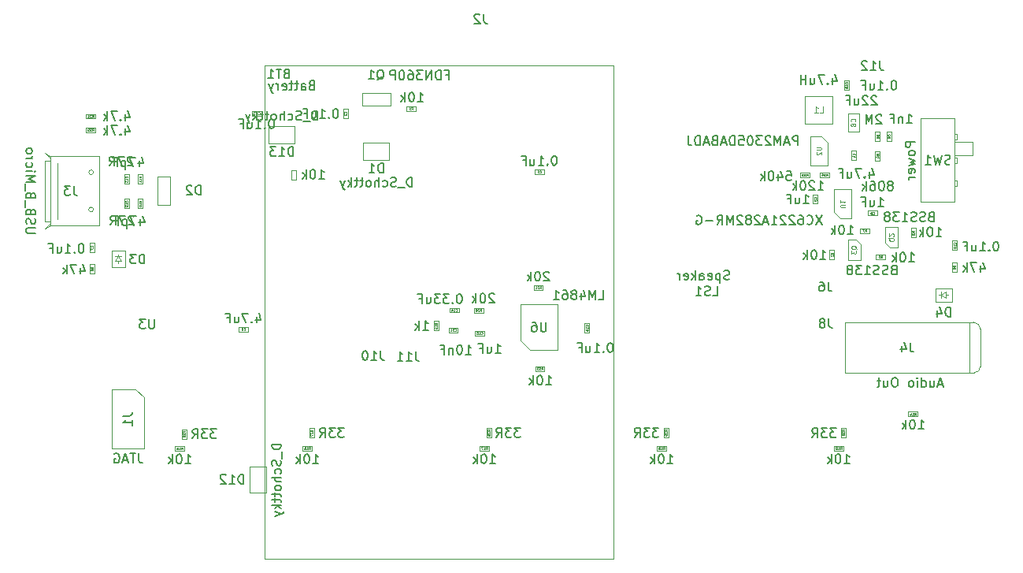
<source format=gbr>
G04 #@! TF.GenerationSoftware,KiCad,Pcbnew,(5.1.0)-1*
G04 #@! TF.CreationDate,2019-06-03T00:00:13-06:00*
G04 #@! TF.ProjectId,laser-theremin,6c617365-722d-4746-9865-72656d696e2e,rev?*
G04 #@! TF.SameCoordinates,Original*
G04 #@! TF.FileFunction,Other,Fab,Bot*
%FSLAX46Y46*%
G04 Gerber Fmt 4.6, Leading zero omitted, Abs format (unit mm)*
G04 Created by KiCad (PCBNEW (5.1.0)-1) date 2019-06-03 00:00:13*
%MOMM*%
%LPD*%
G04 APERTURE LIST*
%ADD10C,0.100000*%
%ADD11C,0.150000*%
%ADD12C,0.040000*%
%ADD13C,0.075000*%
%ADD14C,0.080000*%
%ADD15C,0.105000*%
G04 APERTURE END LIST*
D10*
X120960000Y-75940000D02*
X120960000Y-77740000D01*
X123760000Y-75940000D02*
X120960000Y-75940000D01*
X123760000Y-77740000D02*
X123760000Y-75940000D01*
X120960000Y-77740000D02*
X123760000Y-77740000D01*
X118730000Y-97500000D02*
X117730000Y-97500000D01*
X118730000Y-98000000D02*
X118730000Y-97500000D01*
X117730000Y-98000000D02*
X118730000Y-98000000D01*
X117730000Y-97500000D02*
X117730000Y-98000000D01*
X120500000Y-69400000D02*
X120500000Y-122400000D01*
X132800000Y-69400000D02*
X120500000Y-69400000D01*
X158000000Y-69400000D02*
X158000000Y-122400000D01*
X145100000Y-122400000D02*
X120500000Y-122400000D01*
X145100000Y-69400000D02*
X132800000Y-69400000D01*
X145100000Y-122400000D02*
X158000000Y-122400000D01*
X145100000Y-69400000D02*
X158000000Y-69400000D01*
X191060000Y-75070000D02*
X191060000Y-84070000D01*
X191060000Y-84070000D02*
X194660000Y-84070000D01*
X194660000Y-84070000D02*
X194660000Y-75170000D01*
X194660000Y-75170000D02*
X194660000Y-75070000D01*
X194660000Y-75070000D02*
X194660000Y-75070000D01*
X191060000Y-75070000D02*
X194660000Y-75070000D01*
X194660000Y-75070000D02*
X194660000Y-75070000D01*
X194660000Y-78070000D02*
X194660000Y-78070000D01*
X194660000Y-79870000D02*
X194960000Y-79870000D01*
X194960000Y-79870000D02*
X194960000Y-79270000D01*
X194960000Y-79270000D02*
X194660000Y-79270000D01*
X194660000Y-79270000D02*
X194660000Y-79270000D01*
X194660000Y-77370000D02*
X194960000Y-77370000D01*
X194960000Y-77370000D02*
X194960000Y-76770000D01*
X194960000Y-76770000D02*
X194660000Y-76770000D01*
X194660000Y-76770000D02*
X194660000Y-76770000D01*
X194660000Y-81770000D02*
X194960000Y-81770000D01*
X194960000Y-81770000D02*
X194960000Y-82370000D01*
X194960000Y-82370000D02*
X194660000Y-82370000D01*
X194660000Y-82370000D02*
X194660000Y-82370000D01*
X194660000Y-79070000D02*
X196660000Y-79070000D01*
X196660000Y-79070000D02*
X196660000Y-77570000D01*
X196660000Y-77570000D02*
X194660000Y-77570000D01*
X194660000Y-77570000D02*
X194660000Y-77570000D01*
X179210000Y-77020000D02*
X179210000Y-80120000D01*
X179210000Y-80120000D02*
X181010000Y-80120000D01*
X181010000Y-77670000D02*
X181010000Y-80120000D01*
X179210000Y-77020000D02*
X180360000Y-77020000D01*
X181010000Y-77670000D02*
X180360000Y-77020000D01*
X149550000Y-80570000D02*
X149550000Y-81070000D01*
X149550000Y-81070000D02*
X150550000Y-81070000D01*
X150550000Y-81070000D02*
X150550000Y-80570000D01*
X150550000Y-80570000D02*
X149550000Y-80570000D01*
X129440000Y-75070000D02*
X129440000Y-74070000D01*
X128940000Y-75070000D02*
X129440000Y-75070000D01*
X128940000Y-74070000D02*
X128940000Y-75070000D01*
X129440000Y-74070000D02*
X128940000Y-74070000D01*
X183600000Y-79540000D02*
X184100000Y-79540000D01*
X184100000Y-79540000D02*
X184100000Y-78540000D01*
X184100000Y-78540000D02*
X183600000Y-78540000D01*
X183600000Y-78540000D02*
X183600000Y-79540000D01*
X184410000Y-74520000D02*
X183210000Y-74520000D01*
X183210000Y-74520000D02*
X183210000Y-76520000D01*
X183210000Y-76520000D02*
X184410000Y-76520000D01*
X184410000Y-76520000D02*
X184410000Y-74520000D01*
X105430000Y-84720000D02*
X105930000Y-84720000D01*
X105930000Y-84720000D02*
X105930000Y-83720000D01*
X105930000Y-83720000D02*
X105430000Y-83720000D01*
X105430000Y-83720000D02*
X105430000Y-84720000D01*
X105430000Y-81110000D02*
X105430000Y-82110000D01*
X105930000Y-81110000D02*
X105430000Y-81110000D01*
X105930000Y-82110000D02*
X105930000Y-81110000D01*
X105430000Y-82110000D02*
X105930000Y-82110000D01*
X131120000Y-79510000D02*
X133920000Y-79510000D01*
X133920000Y-79510000D02*
X133920000Y-77710000D01*
X133920000Y-77710000D02*
X131120000Y-77710000D01*
X131120000Y-77710000D02*
X131120000Y-79510000D01*
X108950000Y-84410000D02*
X110350000Y-84410000D01*
X108950000Y-81370000D02*
X108950000Y-84410000D01*
X110350000Y-81370000D02*
X108950000Y-81370000D01*
X110350000Y-84410000D02*
X110350000Y-81370000D01*
X97500000Y-79420000D02*
X96850000Y-78820000D01*
X97500000Y-86320000D02*
X96850000Y-86920000D01*
X96850000Y-86120000D02*
X96850000Y-79620000D01*
X97500000Y-86570000D02*
X97500000Y-79170000D01*
X97500000Y-79171760D02*
X96850000Y-78820000D01*
X97500000Y-86568240D02*
X96850000Y-86920000D01*
X98200000Y-79870000D02*
X98200000Y-85870000D01*
X102100000Y-84870000D02*
G75*
G03X102100000Y-84870000I-250000J0D01*
G01*
X102100000Y-80870000D02*
G75*
G03X102100000Y-80870000I-250000J0D01*
G01*
X102750000Y-79170000D02*
X97500000Y-79170000D01*
X97500000Y-86570000D02*
X98626380Y-86570000D01*
X97475000Y-79620000D02*
X96850000Y-79620000D01*
X97500000Y-86120000D02*
X96850000Y-86120000D01*
X102750000Y-86571760D02*
X102750000Y-79171760D01*
X102750000Y-86570000D02*
X97500000Y-86570000D01*
X178570000Y-75660000D02*
X178570000Y-72660000D01*
X178570000Y-72660000D02*
X181570000Y-72660000D01*
X181570000Y-72660000D02*
X181570000Y-75660000D01*
X181570000Y-75660000D02*
X178570000Y-75660000D01*
X134010000Y-72340000D02*
X130970000Y-72340000D01*
X130970000Y-72340000D02*
X130970000Y-73740000D01*
X130970000Y-73740000D02*
X134010000Y-73740000D01*
X134010000Y-73740000D02*
X134010000Y-72340000D01*
X135740000Y-74280000D02*
X136740000Y-74280000D01*
X135740000Y-73780000D02*
X135740000Y-74280000D01*
X136740000Y-73780000D02*
X135740000Y-73780000D01*
X136740000Y-74280000D02*
X136740000Y-73780000D01*
X107390000Y-84720000D02*
X107390000Y-83720000D01*
X106890000Y-84720000D02*
X107390000Y-84720000D01*
X106890000Y-83720000D02*
X106890000Y-84720000D01*
X107390000Y-83720000D02*
X106890000Y-83720000D01*
X106890000Y-81110000D02*
X106890000Y-82110000D01*
X107390000Y-81110000D02*
X106890000Y-81110000D01*
X107390000Y-82110000D02*
X107390000Y-81110000D01*
X106890000Y-82110000D02*
X107390000Y-82110000D01*
X179080000Y-81420000D02*
X179080000Y-80920000D01*
X179080000Y-80920000D02*
X178080000Y-80920000D01*
X178080000Y-80920000D02*
X178080000Y-81420000D01*
X178080000Y-81420000D02*
X179080000Y-81420000D01*
X180210000Y-81420000D02*
X181210000Y-81420000D01*
X180210000Y-80920000D02*
X180210000Y-81420000D01*
X181210000Y-80920000D02*
X180210000Y-80920000D01*
X181210000Y-81420000D02*
X181210000Y-80920000D01*
X179960000Y-83240000D02*
X179460000Y-83240000D01*
X179460000Y-83240000D02*
X179460000Y-84240000D01*
X179460000Y-84240000D02*
X179960000Y-84240000D01*
X179960000Y-84240000D02*
X179960000Y-83240000D01*
X186350000Y-85010000D02*
X185350000Y-85010000D01*
X186350000Y-85510000D02*
X186350000Y-85010000D01*
X185350000Y-85510000D02*
X186350000Y-85510000D01*
X185350000Y-85010000D02*
X185350000Y-85510000D01*
X101710000Y-89460000D02*
X102210000Y-89460000D01*
X102210000Y-89460000D02*
X102210000Y-88460000D01*
X102210000Y-88460000D02*
X101710000Y-88460000D01*
X101710000Y-88460000D02*
X101710000Y-89460000D01*
X187400000Y-76490000D02*
X187400000Y-77490000D01*
X187900000Y-76490000D02*
X187400000Y-76490000D01*
X187900000Y-77490000D02*
X187900000Y-76490000D01*
X187400000Y-77490000D02*
X187900000Y-77490000D01*
X194440000Y-88210000D02*
X194440000Y-89210000D01*
X194940000Y-88210000D02*
X194440000Y-88210000D01*
X194940000Y-89210000D02*
X194940000Y-88210000D01*
X194440000Y-89210000D02*
X194940000Y-89210000D01*
X187690000Y-88970000D02*
X187190000Y-88470000D01*
X188540000Y-86770000D02*
X187190000Y-86770000D01*
X188540000Y-88970000D02*
X188540000Y-86770000D01*
X187190000Y-88470000D02*
X187190000Y-86770000D01*
X188540000Y-88970000D02*
X187690000Y-88970000D01*
X183220000Y-88090000D02*
X184070000Y-88090000D01*
X184570000Y-88590000D02*
X184570000Y-90290000D01*
X183220000Y-88090000D02*
X183220000Y-90290000D01*
X183220000Y-90290000D02*
X184570000Y-90290000D01*
X184070000Y-88090000D02*
X184570000Y-88590000D01*
X181740000Y-90190000D02*
X181740000Y-89190000D01*
X181240000Y-90190000D02*
X181740000Y-90190000D01*
X181240000Y-89190000D02*
X181240000Y-90190000D01*
X181740000Y-89190000D02*
X181240000Y-89190000D01*
X190020000Y-87860000D02*
X190520000Y-87860000D01*
X190520000Y-87860000D02*
X190520000Y-86860000D01*
X190520000Y-86860000D02*
X190020000Y-86860000D01*
X190020000Y-86860000D02*
X190020000Y-87860000D01*
X186640000Y-79600000D02*
X186640000Y-78600000D01*
X186140000Y-79600000D02*
X186640000Y-79600000D01*
X186140000Y-78600000D02*
X186140000Y-79600000D01*
X186640000Y-78600000D02*
X186140000Y-78600000D01*
X186640000Y-76490000D02*
X186140000Y-76490000D01*
X186140000Y-76490000D02*
X186140000Y-77490000D01*
X186140000Y-77490000D02*
X186640000Y-77490000D01*
X186640000Y-77490000D02*
X186640000Y-76490000D01*
X186240000Y-89700000D02*
X186240000Y-90200000D01*
X186240000Y-90200000D02*
X187240000Y-90200000D01*
X187240000Y-90200000D02*
X187240000Y-89700000D01*
X187240000Y-89700000D02*
X186240000Y-89700000D01*
X185510000Y-87430000D02*
X185510000Y-86930000D01*
X185510000Y-86930000D02*
X184510000Y-86930000D01*
X184510000Y-86930000D02*
X184510000Y-87430000D01*
X184510000Y-87430000D02*
X185510000Y-87430000D01*
X101700000Y-91710000D02*
X102200000Y-91710000D01*
X102200000Y-91710000D02*
X102200000Y-90710000D01*
X102200000Y-90710000D02*
X101700000Y-90710000D01*
X101700000Y-90710000D02*
X101700000Y-91710000D01*
X194420000Y-90550000D02*
X194420000Y-91550000D01*
X194920000Y-90550000D02*
X194420000Y-90550000D01*
X194920000Y-91550000D02*
X194920000Y-90550000D01*
X194420000Y-91550000D02*
X194920000Y-91550000D01*
X125590000Y-110780000D02*
X125590000Y-110280000D01*
X125590000Y-110280000D02*
X124590000Y-110280000D01*
X124590000Y-110280000D02*
X124590000Y-110780000D01*
X124590000Y-110780000D02*
X125590000Y-110780000D01*
X143630000Y-110780000D02*
X144630000Y-110780000D01*
X143630000Y-110280000D02*
X143630000Y-110780000D01*
X144630000Y-110280000D02*
X143630000Y-110280000D01*
X144630000Y-110780000D02*
X144630000Y-110280000D01*
X163690000Y-110780000D02*
X163690000Y-110280000D01*
X163690000Y-110280000D02*
X162690000Y-110280000D01*
X162690000Y-110280000D02*
X162690000Y-110780000D01*
X162690000Y-110780000D02*
X163690000Y-110780000D01*
X181720000Y-110780000D02*
X182720000Y-110780000D01*
X181720000Y-110280000D02*
X181720000Y-110780000D01*
X182720000Y-110280000D02*
X181720000Y-110280000D01*
X182720000Y-110780000D02*
X182720000Y-110280000D01*
X102290000Y-75100000D02*
X102290000Y-74600000D01*
X102290000Y-74600000D02*
X101290000Y-74600000D01*
X101290000Y-74600000D02*
X101290000Y-75100000D01*
X101290000Y-75100000D02*
X102290000Y-75100000D01*
X101290000Y-76580000D02*
X102290000Y-76580000D01*
X101290000Y-76080000D02*
X101290000Y-76580000D01*
X102290000Y-76080000D02*
X101290000Y-76080000D01*
X102290000Y-76580000D02*
X102290000Y-76080000D01*
X181760000Y-85170000D02*
X182410000Y-85820000D01*
X183560000Y-85820000D02*
X182410000Y-85820000D01*
X181760000Y-85170000D02*
X181760000Y-82720000D01*
X183560000Y-82720000D02*
X181760000Y-82720000D01*
X183560000Y-85820000D02*
X183560000Y-82720000D01*
X123910000Y-80660000D02*
X123410000Y-80660000D01*
X123410000Y-80660000D02*
X123410000Y-81660000D01*
X123410000Y-81660000D02*
X123910000Y-81660000D01*
X123910000Y-81660000D02*
X123910000Y-80660000D01*
X119160000Y-74780000D02*
X120160000Y-74780000D01*
X119160000Y-74280000D02*
X119160000Y-74780000D01*
X120160000Y-74280000D02*
X119160000Y-74280000D01*
X120160000Y-74780000D02*
X120160000Y-74280000D01*
X182830000Y-71990000D02*
X183330000Y-71990000D01*
X183330000Y-71990000D02*
X183330000Y-70990000D01*
X183330000Y-70990000D02*
X182830000Y-70990000D01*
X182830000Y-70990000D02*
X182830000Y-71990000D01*
X110870000Y-110800000D02*
X111870000Y-110800000D01*
X110870000Y-110300000D02*
X110870000Y-110800000D01*
X111870000Y-110300000D02*
X110870000Y-110300000D01*
X111870000Y-110800000D02*
X111870000Y-110300000D01*
X111590000Y-109490000D02*
X112090000Y-109490000D01*
X112090000Y-109490000D02*
X112090000Y-108490000D01*
X112090000Y-108490000D02*
X111590000Y-108490000D01*
X111590000Y-108490000D02*
X111590000Y-109490000D01*
X125320000Y-108370000D02*
X125320000Y-109370000D01*
X125820000Y-108370000D02*
X125320000Y-108370000D01*
X125820000Y-109370000D02*
X125820000Y-108370000D01*
X125320000Y-109370000D02*
X125820000Y-109370000D01*
X144370000Y-109330000D02*
X144870000Y-109330000D01*
X144870000Y-109330000D02*
X144870000Y-108330000D01*
X144870000Y-108330000D02*
X144370000Y-108330000D01*
X144370000Y-108330000D02*
X144370000Y-109330000D01*
X163420000Y-108330000D02*
X163420000Y-109330000D01*
X163920000Y-108330000D02*
X163420000Y-108330000D01*
X163920000Y-109330000D02*
X163920000Y-108330000D01*
X163420000Y-109330000D02*
X163920000Y-109330000D01*
X182470000Y-109320000D02*
X182970000Y-109320000D01*
X182970000Y-109320000D02*
X182970000Y-108320000D01*
X182970000Y-108320000D02*
X182470000Y-108320000D01*
X182470000Y-108320000D02*
X182470000Y-109320000D01*
X104780000Y-90400000D02*
X104780000Y-90650000D01*
X105130000Y-90400000D02*
X104780000Y-89900000D01*
X104430000Y-90400000D02*
X105130000Y-90400000D01*
X104780000Y-89900000D02*
X104430000Y-90400000D01*
X104780000Y-89900000D02*
X104780000Y-89700000D01*
X104430000Y-89900000D02*
X105130000Y-89900000D01*
X105480000Y-89300000D02*
X104080000Y-89300000D01*
X105480000Y-91100000D02*
X105480000Y-89300000D01*
X104080000Y-91100000D02*
X105480000Y-91100000D01*
X104080000Y-89300000D02*
X104080000Y-91100000D01*
X192620000Y-94760000D02*
X194420000Y-94760000D01*
X194420000Y-94760000D02*
X194420000Y-93360000D01*
X194420000Y-93360000D02*
X192620000Y-93360000D01*
X192620000Y-93360000D02*
X192620000Y-94760000D01*
X193220000Y-94410000D02*
X193220000Y-93710000D01*
X193220000Y-94060000D02*
X193020000Y-94060000D01*
X193220000Y-94060000D02*
X193720000Y-94410000D01*
X193720000Y-94410000D02*
X193720000Y-93710000D01*
X193720000Y-93710000D02*
X193220000Y-94060000D01*
X193720000Y-94060000D02*
X193970000Y-94060000D01*
X141280000Y-97560000D02*
X140280000Y-97560000D01*
X141280000Y-98060000D02*
X141280000Y-97560000D01*
X140280000Y-98060000D02*
X141280000Y-98060000D01*
X140280000Y-97560000D02*
X140280000Y-98060000D01*
X140380000Y-95430000D02*
X140380000Y-95930000D01*
X140380000Y-95930000D02*
X141380000Y-95930000D01*
X141380000Y-95930000D02*
X141380000Y-95430000D01*
X141380000Y-95430000D02*
X140380000Y-95430000D01*
X143120000Y-97910000D02*
X143120000Y-98410000D01*
X143120000Y-98410000D02*
X144120000Y-98410000D01*
X144120000Y-98410000D02*
X144120000Y-97910000D01*
X144120000Y-97910000D02*
X143120000Y-97910000D01*
X155400000Y-98080000D02*
X155400000Y-97080000D01*
X154900000Y-98080000D02*
X155400000Y-98080000D01*
X154900000Y-97080000D02*
X154900000Y-98080000D01*
X155400000Y-97080000D02*
X154900000Y-97080000D01*
X118900000Y-112490000D02*
X118900000Y-115290000D01*
X118900000Y-115290000D02*
X120700000Y-115290000D01*
X120700000Y-115290000D02*
X120700000Y-112490000D01*
X120700000Y-112490000D02*
X118900000Y-112490000D01*
X196270000Y-96985000D02*
X182870000Y-96985000D01*
X196270000Y-102435000D02*
X182870000Y-102435000D01*
X196238166Y-96985000D02*
X196758866Y-96985000D01*
X197470000Y-97710000D02*
X197470000Y-101710000D01*
X196758866Y-102435000D02*
X196238166Y-102435000D01*
X196736006Y-96986006D02*
G75*
G02X197470000Y-97720000I0J-733994D01*
G01*
X182870000Y-102435000D02*
X182870000Y-96985000D01*
X196270000Y-102435000D02*
X196270000Y-96985000D01*
X197470000Y-101700000D02*
G75*
G02X196736006Y-102433994I-733994J0D01*
G01*
X138720000Y-97850000D02*
X139220000Y-97850000D01*
X139220000Y-97850000D02*
X139220000Y-96850000D01*
X139220000Y-96850000D02*
X138720000Y-96850000D01*
X138720000Y-96850000D02*
X138720000Y-97850000D01*
X150600000Y-101710000D02*
X149600000Y-101710000D01*
X150600000Y-102210000D02*
X150600000Y-101710000D01*
X149600000Y-102210000D02*
X150600000Y-102210000D01*
X149600000Y-101710000D02*
X149600000Y-102210000D01*
X190710000Y-107090000D02*
X190710000Y-106590000D01*
X190710000Y-106590000D02*
X189710000Y-106590000D01*
X189710000Y-106590000D02*
X189710000Y-107090000D01*
X189710000Y-107090000D02*
X190710000Y-107090000D01*
X144000000Y-95440000D02*
X143000000Y-95440000D01*
X144000000Y-95940000D02*
X144000000Y-95440000D01*
X143000000Y-95940000D02*
X144000000Y-95940000D01*
X143000000Y-95440000D02*
X143000000Y-95940000D01*
X149420000Y-93010000D02*
X149420000Y-93510000D01*
X149420000Y-93510000D02*
X150420000Y-93510000D01*
X150420000Y-93510000D02*
X150420000Y-93010000D01*
X150420000Y-93010000D02*
X149420000Y-93010000D01*
X149060000Y-99980000D02*
X151960000Y-99980000D01*
X151960000Y-99980000D02*
X151960000Y-95080000D01*
X151960000Y-95080000D02*
X148060000Y-95080000D01*
X148060000Y-95080000D02*
X148060000Y-98980000D01*
X148060000Y-98980000D02*
X149060000Y-99980000D01*
X107510000Y-105077500D02*
X106657500Y-104225000D01*
X107510000Y-110575000D02*
X107510000Y-105077500D01*
X104100000Y-110575000D02*
X107510000Y-110575000D01*
X104100000Y-104225000D02*
X104100000Y-110575000D01*
X106657500Y-104225000D02*
X104100000Y-104225000D01*
D11*
X126169523Y-75267380D02*
X126169523Y-74267380D01*
X125931428Y-74267380D01*
X125788571Y-74315000D01*
X125693333Y-74410238D01*
X125645714Y-74505476D01*
X125598095Y-74695952D01*
X125598095Y-74838809D01*
X125645714Y-75029285D01*
X125693333Y-75124523D01*
X125788571Y-75219761D01*
X125931428Y-75267380D01*
X126169523Y-75267380D01*
X125407619Y-75362619D02*
X124645714Y-75362619D01*
X124455238Y-75219761D02*
X124312380Y-75267380D01*
X124074285Y-75267380D01*
X123979047Y-75219761D01*
X123931428Y-75172142D01*
X123883809Y-75076904D01*
X123883809Y-74981666D01*
X123931428Y-74886428D01*
X123979047Y-74838809D01*
X124074285Y-74791190D01*
X124264761Y-74743571D01*
X124360000Y-74695952D01*
X124407619Y-74648333D01*
X124455238Y-74553095D01*
X124455238Y-74457857D01*
X124407619Y-74362619D01*
X124360000Y-74315000D01*
X124264761Y-74267380D01*
X124026666Y-74267380D01*
X123883809Y-74315000D01*
X123026666Y-75219761D02*
X123121904Y-75267380D01*
X123312380Y-75267380D01*
X123407619Y-75219761D01*
X123455238Y-75172142D01*
X123502857Y-75076904D01*
X123502857Y-74791190D01*
X123455238Y-74695952D01*
X123407619Y-74648333D01*
X123312380Y-74600714D01*
X123121904Y-74600714D01*
X123026666Y-74648333D01*
X122598095Y-75267380D02*
X122598095Y-74267380D01*
X122169523Y-75267380D02*
X122169523Y-74743571D01*
X122217142Y-74648333D01*
X122312380Y-74600714D01*
X122455238Y-74600714D01*
X122550476Y-74648333D01*
X122598095Y-74695952D01*
X121550476Y-75267380D02*
X121645714Y-75219761D01*
X121693333Y-75172142D01*
X121740952Y-75076904D01*
X121740952Y-74791190D01*
X121693333Y-74695952D01*
X121645714Y-74648333D01*
X121550476Y-74600714D01*
X121407619Y-74600714D01*
X121312380Y-74648333D01*
X121264761Y-74695952D01*
X121217142Y-74791190D01*
X121217142Y-75076904D01*
X121264761Y-75172142D01*
X121312380Y-75219761D01*
X121407619Y-75267380D01*
X121550476Y-75267380D01*
X120931428Y-74600714D02*
X120550476Y-74600714D01*
X120788571Y-74267380D02*
X120788571Y-75124523D01*
X120740952Y-75219761D01*
X120645714Y-75267380D01*
X120550476Y-75267380D01*
X120360000Y-74600714D02*
X119979047Y-74600714D01*
X120217142Y-74267380D02*
X120217142Y-75124523D01*
X120169523Y-75219761D01*
X120074285Y-75267380D01*
X119979047Y-75267380D01*
X119645714Y-75267380D02*
X119645714Y-74267380D01*
X119550476Y-74886428D02*
X119264761Y-75267380D01*
X119264761Y-74600714D02*
X119645714Y-74981666D01*
X118931428Y-74600714D02*
X118693333Y-75267380D01*
X118455238Y-74600714D02*
X118693333Y-75267380D01*
X118788571Y-75505476D01*
X118836190Y-75553095D01*
X118931428Y-75600714D01*
X123574285Y-79142380D02*
X123574285Y-78142380D01*
X123336190Y-78142380D01*
X123193333Y-78190000D01*
X123098095Y-78285238D01*
X123050476Y-78380476D01*
X123002857Y-78570952D01*
X123002857Y-78713809D01*
X123050476Y-78904285D01*
X123098095Y-78999523D01*
X123193333Y-79094761D01*
X123336190Y-79142380D01*
X123574285Y-79142380D01*
X122050476Y-79142380D02*
X122621904Y-79142380D01*
X122336190Y-79142380D02*
X122336190Y-78142380D01*
X122431428Y-78285238D01*
X122526666Y-78380476D01*
X122621904Y-78428095D01*
X121717142Y-78142380D02*
X121098095Y-78142380D01*
X121431428Y-78523333D01*
X121288571Y-78523333D01*
X121193333Y-78570952D01*
X121145714Y-78618571D01*
X121098095Y-78713809D01*
X121098095Y-78951904D01*
X121145714Y-79047142D01*
X121193333Y-79094761D01*
X121288571Y-79142380D01*
X121574285Y-79142380D01*
X121669523Y-79094761D01*
X121717142Y-79047142D01*
X119634761Y-96365714D02*
X119634761Y-97032380D01*
X119872857Y-95984761D02*
X120110952Y-96699047D01*
X119491904Y-96699047D01*
X119110952Y-96937142D02*
X119063333Y-96984761D01*
X119110952Y-97032380D01*
X119158571Y-96984761D01*
X119110952Y-96937142D01*
X119110952Y-97032380D01*
X118730000Y-96032380D02*
X118063333Y-96032380D01*
X118491904Y-97032380D01*
X117253809Y-96365714D02*
X117253809Y-97032380D01*
X117682380Y-96365714D02*
X117682380Y-96889523D01*
X117634761Y-96984761D01*
X117539523Y-97032380D01*
X117396666Y-97032380D01*
X117301428Y-96984761D01*
X117253809Y-96937142D01*
X116444285Y-96508571D02*
X116777619Y-96508571D01*
X116777619Y-97032380D02*
X116777619Y-96032380D01*
X116301428Y-96032380D01*
D12*
X118271666Y-97839285D02*
X118283571Y-97851190D01*
X118319285Y-97863095D01*
X118343095Y-97863095D01*
X118378809Y-97851190D01*
X118402619Y-97827380D01*
X118414523Y-97803571D01*
X118426428Y-97755952D01*
X118426428Y-97720238D01*
X118414523Y-97672619D01*
X118402619Y-97648809D01*
X118378809Y-97625000D01*
X118343095Y-97613095D01*
X118319285Y-97613095D01*
X118283571Y-97625000D01*
X118271666Y-97636904D01*
X118057380Y-97613095D02*
X118105000Y-97613095D01*
X118128809Y-97625000D01*
X118140714Y-97636904D01*
X118164523Y-97672619D01*
X118176428Y-97720238D01*
X118176428Y-97815476D01*
X118164523Y-97839285D01*
X118152619Y-97851190D01*
X118128809Y-97863095D01*
X118081190Y-97863095D01*
X118057380Y-97851190D01*
X118045476Y-97839285D01*
X118033571Y-97815476D01*
X118033571Y-97755952D01*
X118045476Y-97732142D01*
X118057380Y-97720238D01*
X118081190Y-97708333D01*
X118128809Y-97708333D01*
X118152619Y-97720238D01*
X118164523Y-97732142D01*
X118176428Y-97755952D01*
D11*
X125541428Y-71508571D02*
X125398571Y-71556190D01*
X125350952Y-71603809D01*
X125303333Y-71699047D01*
X125303333Y-71841904D01*
X125350952Y-71937142D01*
X125398571Y-71984761D01*
X125493809Y-72032380D01*
X125874761Y-72032380D01*
X125874761Y-71032380D01*
X125541428Y-71032380D01*
X125446190Y-71080000D01*
X125398571Y-71127619D01*
X125350952Y-71222857D01*
X125350952Y-71318095D01*
X125398571Y-71413333D01*
X125446190Y-71460952D01*
X125541428Y-71508571D01*
X125874761Y-71508571D01*
X124446190Y-72032380D02*
X124446190Y-71508571D01*
X124493809Y-71413333D01*
X124589047Y-71365714D01*
X124779523Y-71365714D01*
X124874761Y-71413333D01*
X124446190Y-71984761D02*
X124541428Y-72032380D01*
X124779523Y-72032380D01*
X124874761Y-71984761D01*
X124922380Y-71889523D01*
X124922380Y-71794285D01*
X124874761Y-71699047D01*
X124779523Y-71651428D01*
X124541428Y-71651428D01*
X124446190Y-71603809D01*
X124112857Y-71365714D02*
X123731904Y-71365714D01*
X123970000Y-71032380D02*
X123970000Y-71889523D01*
X123922380Y-71984761D01*
X123827142Y-72032380D01*
X123731904Y-72032380D01*
X123541428Y-71365714D02*
X123160476Y-71365714D01*
X123398571Y-71032380D02*
X123398571Y-71889523D01*
X123350952Y-71984761D01*
X123255714Y-72032380D01*
X123160476Y-72032380D01*
X122446190Y-71984761D02*
X122541428Y-72032380D01*
X122731904Y-72032380D01*
X122827142Y-71984761D01*
X122874761Y-71889523D01*
X122874761Y-71508571D01*
X122827142Y-71413333D01*
X122731904Y-71365714D01*
X122541428Y-71365714D01*
X122446190Y-71413333D01*
X122398571Y-71508571D01*
X122398571Y-71603809D01*
X122874761Y-71699047D01*
X121970000Y-72032380D02*
X121970000Y-71365714D01*
X121970000Y-71556190D02*
X121922380Y-71460952D01*
X121874761Y-71413333D01*
X121779523Y-71365714D01*
X121684285Y-71365714D01*
X121446190Y-71365714D02*
X121208095Y-72032380D01*
X120970000Y-71365714D02*
X121208095Y-72032380D01*
X121303333Y-72270476D01*
X121350952Y-72318095D01*
X121446190Y-72365714D01*
X122835714Y-70248571D02*
X122692857Y-70296190D01*
X122645238Y-70343809D01*
X122597619Y-70439047D01*
X122597619Y-70581904D01*
X122645238Y-70677142D01*
X122692857Y-70724761D01*
X122788095Y-70772380D01*
X123169047Y-70772380D01*
X123169047Y-69772380D01*
X122835714Y-69772380D01*
X122740476Y-69820000D01*
X122692857Y-69867619D01*
X122645238Y-69962857D01*
X122645238Y-70058095D01*
X122692857Y-70153333D01*
X122740476Y-70200952D01*
X122835714Y-70248571D01*
X123169047Y-70248571D01*
X122311904Y-69772380D02*
X121740476Y-69772380D01*
X122026190Y-70772380D02*
X122026190Y-69772380D01*
X120883333Y-70772380D02*
X121454761Y-70772380D01*
X121169047Y-70772380D02*
X121169047Y-69772380D01*
X121264285Y-69915238D01*
X121359523Y-70010476D01*
X121454761Y-70058095D01*
X144043333Y-63882380D02*
X144043333Y-64596666D01*
X144090952Y-64739523D01*
X144186190Y-64834761D01*
X144329047Y-64882380D01*
X144424285Y-64882380D01*
X143614761Y-63977619D02*
X143567142Y-63930000D01*
X143471904Y-63882380D01*
X143233809Y-63882380D01*
X143138571Y-63930000D01*
X143090952Y-63977619D01*
X143043333Y-64072857D01*
X143043333Y-64168095D01*
X143090952Y-64310952D01*
X143662380Y-64882380D01*
X143043333Y-64882380D01*
X190412380Y-77593809D02*
X189412380Y-77593809D01*
X189412380Y-77974761D01*
X189460000Y-78070000D01*
X189507619Y-78117619D01*
X189602857Y-78165238D01*
X189745714Y-78165238D01*
X189840952Y-78117619D01*
X189888571Y-78070000D01*
X189936190Y-77974761D01*
X189936190Y-77593809D01*
X190412380Y-78736666D02*
X190364761Y-78641428D01*
X190317142Y-78593809D01*
X190221904Y-78546190D01*
X189936190Y-78546190D01*
X189840952Y-78593809D01*
X189793333Y-78641428D01*
X189745714Y-78736666D01*
X189745714Y-78879523D01*
X189793333Y-78974761D01*
X189840952Y-79022380D01*
X189936190Y-79070000D01*
X190221904Y-79070000D01*
X190317142Y-79022380D01*
X190364761Y-78974761D01*
X190412380Y-78879523D01*
X190412380Y-78736666D01*
X189745714Y-79403333D02*
X190412380Y-79593809D01*
X189936190Y-79784285D01*
X190412380Y-79974761D01*
X189745714Y-80165238D01*
X190364761Y-80927142D02*
X190412380Y-80831904D01*
X190412380Y-80641428D01*
X190364761Y-80546190D01*
X190269523Y-80498571D01*
X189888571Y-80498571D01*
X189793333Y-80546190D01*
X189745714Y-80641428D01*
X189745714Y-80831904D01*
X189793333Y-80927142D01*
X189888571Y-80974761D01*
X189983809Y-80974761D01*
X190079047Y-80498571D01*
X190412380Y-81403333D02*
X189745714Y-81403333D01*
X189936190Y-81403333D02*
X189840952Y-81450952D01*
X189793333Y-81498571D01*
X189745714Y-81593809D01*
X189745714Y-81689047D01*
X194193333Y-79974761D02*
X194050476Y-80022380D01*
X193812380Y-80022380D01*
X193717142Y-79974761D01*
X193669523Y-79927142D01*
X193621904Y-79831904D01*
X193621904Y-79736666D01*
X193669523Y-79641428D01*
X193717142Y-79593809D01*
X193812380Y-79546190D01*
X194002857Y-79498571D01*
X194098095Y-79450952D01*
X194145714Y-79403333D01*
X194193333Y-79308095D01*
X194193333Y-79212857D01*
X194145714Y-79117619D01*
X194098095Y-79070000D01*
X194002857Y-79022380D01*
X193764761Y-79022380D01*
X193621904Y-79070000D01*
X193288571Y-79022380D02*
X193050476Y-80022380D01*
X192860000Y-79308095D01*
X192669523Y-80022380D01*
X192431428Y-79022380D01*
X191526666Y-80022380D02*
X192098095Y-80022380D01*
X191812380Y-80022380D02*
X191812380Y-79022380D01*
X191907619Y-79165238D01*
X192002857Y-79260476D01*
X192098095Y-79308095D01*
X177844761Y-77962380D02*
X177844761Y-76962380D01*
X177463809Y-76962380D01*
X177368571Y-77010000D01*
X177320952Y-77057619D01*
X177273333Y-77152857D01*
X177273333Y-77295714D01*
X177320952Y-77390952D01*
X177368571Y-77438571D01*
X177463809Y-77486190D01*
X177844761Y-77486190D01*
X176892380Y-77676666D02*
X176416190Y-77676666D01*
X176987619Y-77962380D02*
X176654285Y-76962380D01*
X176320952Y-77962380D01*
X175987619Y-77962380D02*
X175987619Y-76962380D01*
X175654285Y-77676666D01*
X175320952Y-76962380D01*
X175320952Y-77962380D01*
X174892380Y-77057619D02*
X174844761Y-77010000D01*
X174749523Y-76962380D01*
X174511428Y-76962380D01*
X174416190Y-77010000D01*
X174368571Y-77057619D01*
X174320952Y-77152857D01*
X174320952Y-77248095D01*
X174368571Y-77390952D01*
X174940000Y-77962380D01*
X174320952Y-77962380D01*
X173987619Y-76962380D02*
X173368571Y-76962380D01*
X173701904Y-77343333D01*
X173559047Y-77343333D01*
X173463809Y-77390952D01*
X173416190Y-77438571D01*
X173368571Y-77533809D01*
X173368571Y-77771904D01*
X173416190Y-77867142D01*
X173463809Y-77914761D01*
X173559047Y-77962380D01*
X173844761Y-77962380D01*
X173940000Y-77914761D01*
X173987619Y-77867142D01*
X172749523Y-76962380D02*
X172654285Y-76962380D01*
X172559047Y-77010000D01*
X172511428Y-77057619D01*
X172463809Y-77152857D01*
X172416190Y-77343333D01*
X172416190Y-77581428D01*
X172463809Y-77771904D01*
X172511428Y-77867142D01*
X172559047Y-77914761D01*
X172654285Y-77962380D01*
X172749523Y-77962380D01*
X172844761Y-77914761D01*
X172892380Y-77867142D01*
X172940000Y-77771904D01*
X172987619Y-77581428D01*
X172987619Y-77343333D01*
X172940000Y-77152857D01*
X172892380Y-77057619D01*
X172844761Y-77010000D01*
X172749523Y-76962380D01*
X171511428Y-76962380D02*
X171987619Y-76962380D01*
X172035238Y-77438571D01*
X171987619Y-77390952D01*
X171892380Y-77343333D01*
X171654285Y-77343333D01*
X171559047Y-77390952D01*
X171511428Y-77438571D01*
X171463809Y-77533809D01*
X171463809Y-77771904D01*
X171511428Y-77867142D01*
X171559047Y-77914761D01*
X171654285Y-77962380D01*
X171892380Y-77962380D01*
X171987619Y-77914761D01*
X172035238Y-77867142D01*
X171035238Y-77962380D02*
X171035238Y-76962380D01*
X170797142Y-76962380D01*
X170654285Y-77010000D01*
X170559047Y-77105238D01*
X170511428Y-77200476D01*
X170463809Y-77390952D01*
X170463809Y-77533809D01*
X170511428Y-77724285D01*
X170559047Y-77819523D01*
X170654285Y-77914761D01*
X170797142Y-77962380D01*
X171035238Y-77962380D01*
X170082857Y-77676666D02*
X169606666Y-77676666D01*
X170178095Y-77962380D02*
X169844761Y-76962380D01*
X169511428Y-77962380D01*
X168844761Y-77438571D02*
X168701904Y-77486190D01*
X168654285Y-77533809D01*
X168606666Y-77629047D01*
X168606666Y-77771904D01*
X168654285Y-77867142D01*
X168701904Y-77914761D01*
X168797142Y-77962380D01*
X169178095Y-77962380D01*
X169178095Y-76962380D01*
X168844761Y-76962380D01*
X168749523Y-77010000D01*
X168701904Y-77057619D01*
X168654285Y-77152857D01*
X168654285Y-77248095D01*
X168701904Y-77343333D01*
X168749523Y-77390952D01*
X168844761Y-77438571D01*
X169178095Y-77438571D01*
X168225714Y-77676666D02*
X167749523Y-77676666D01*
X168320952Y-77962380D02*
X167987619Y-76962380D01*
X167654285Y-77962380D01*
X167320952Y-77962380D02*
X167320952Y-76962380D01*
X167082857Y-76962380D01*
X166940000Y-77010000D01*
X166844761Y-77105238D01*
X166797142Y-77200476D01*
X166749523Y-77390952D01*
X166749523Y-77533809D01*
X166797142Y-77724285D01*
X166844761Y-77819523D01*
X166940000Y-77914761D01*
X167082857Y-77962380D01*
X167320952Y-77962380D01*
X166035238Y-76962380D02*
X166035238Y-77676666D01*
X166082857Y-77819523D01*
X166178095Y-77914761D01*
X166320952Y-77962380D01*
X166416190Y-77962380D01*
D13*
X179836190Y-78189047D02*
X180240952Y-78189047D01*
X180288571Y-78212857D01*
X180312380Y-78236666D01*
X180336190Y-78284285D01*
X180336190Y-78379523D01*
X180312380Y-78427142D01*
X180288571Y-78450952D01*
X180240952Y-78474761D01*
X179836190Y-78474761D01*
X179883809Y-78689047D02*
X179860000Y-78712857D01*
X179836190Y-78760476D01*
X179836190Y-78879523D01*
X179860000Y-78927142D01*
X179883809Y-78950952D01*
X179931428Y-78974761D01*
X179979047Y-78974761D01*
X180050476Y-78950952D01*
X180336190Y-78665238D01*
X180336190Y-78974761D01*
D11*
X151692857Y-79102380D02*
X151597619Y-79102380D01*
X151502380Y-79150000D01*
X151454761Y-79197619D01*
X151407142Y-79292857D01*
X151359523Y-79483333D01*
X151359523Y-79721428D01*
X151407142Y-79911904D01*
X151454761Y-80007142D01*
X151502380Y-80054761D01*
X151597619Y-80102380D01*
X151692857Y-80102380D01*
X151788095Y-80054761D01*
X151835714Y-80007142D01*
X151883333Y-79911904D01*
X151930952Y-79721428D01*
X151930952Y-79483333D01*
X151883333Y-79292857D01*
X151835714Y-79197619D01*
X151788095Y-79150000D01*
X151692857Y-79102380D01*
X150930952Y-80007142D02*
X150883333Y-80054761D01*
X150930952Y-80102380D01*
X150978571Y-80054761D01*
X150930952Y-80007142D01*
X150930952Y-80102380D01*
X149930952Y-80102380D02*
X150502380Y-80102380D01*
X150216666Y-80102380D02*
X150216666Y-79102380D01*
X150311904Y-79245238D01*
X150407142Y-79340476D01*
X150502380Y-79388095D01*
X149073809Y-79435714D02*
X149073809Y-80102380D01*
X149502380Y-79435714D02*
X149502380Y-79959523D01*
X149454761Y-80054761D01*
X149359523Y-80102380D01*
X149216666Y-80102380D01*
X149121428Y-80054761D01*
X149073809Y-80007142D01*
X148264285Y-79578571D02*
X148597619Y-79578571D01*
X148597619Y-80102380D02*
X148597619Y-79102380D01*
X148121428Y-79102380D01*
D12*
X150091666Y-80909285D02*
X150103571Y-80921190D01*
X150139285Y-80933095D01*
X150163095Y-80933095D01*
X150198809Y-80921190D01*
X150222619Y-80897380D01*
X150234523Y-80873571D01*
X150246428Y-80825952D01*
X150246428Y-80790238D01*
X150234523Y-80742619D01*
X150222619Y-80718809D01*
X150198809Y-80695000D01*
X150163095Y-80683095D01*
X150139285Y-80683095D01*
X150103571Y-80695000D01*
X150091666Y-80706904D01*
X149853571Y-80933095D02*
X149996428Y-80933095D01*
X149925000Y-80933095D02*
X149925000Y-80683095D01*
X149948809Y-80718809D01*
X149972619Y-80742619D01*
X149996428Y-80754523D01*
D11*
X128182857Y-74052380D02*
X128087619Y-74052380D01*
X127992380Y-74100000D01*
X127944761Y-74147619D01*
X127897142Y-74242857D01*
X127849523Y-74433333D01*
X127849523Y-74671428D01*
X127897142Y-74861904D01*
X127944761Y-74957142D01*
X127992380Y-75004761D01*
X128087619Y-75052380D01*
X128182857Y-75052380D01*
X128278095Y-75004761D01*
X128325714Y-74957142D01*
X128373333Y-74861904D01*
X128420952Y-74671428D01*
X128420952Y-74433333D01*
X128373333Y-74242857D01*
X128325714Y-74147619D01*
X128278095Y-74100000D01*
X128182857Y-74052380D01*
X127420952Y-74957142D02*
X127373333Y-75004761D01*
X127420952Y-75052380D01*
X127468571Y-75004761D01*
X127420952Y-74957142D01*
X127420952Y-75052380D01*
X126420952Y-75052380D02*
X126992380Y-75052380D01*
X126706666Y-75052380D02*
X126706666Y-74052380D01*
X126801904Y-74195238D01*
X126897142Y-74290476D01*
X126992380Y-74338095D01*
X125563809Y-74385714D02*
X125563809Y-75052380D01*
X125992380Y-74385714D02*
X125992380Y-74909523D01*
X125944761Y-75004761D01*
X125849523Y-75052380D01*
X125706666Y-75052380D01*
X125611428Y-75004761D01*
X125563809Y-74957142D01*
X124754285Y-74528571D02*
X125087619Y-74528571D01*
X125087619Y-75052380D02*
X125087619Y-74052380D01*
X124611428Y-74052380D01*
D12*
X129279285Y-74528333D02*
X129291190Y-74516428D01*
X129303095Y-74480714D01*
X129303095Y-74456904D01*
X129291190Y-74421190D01*
X129267380Y-74397380D01*
X129243571Y-74385476D01*
X129195952Y-74373571D01*
X129160238Y-74373571D01*
X129112619Y-74385476D01*
X129088809Y-74397380D01*
X129065000Y-74421190D01*
X129053095Y-74456904D01*
X129053095Y-74480714D01*
X129065000Y-74516428D01*
X129076904Y-74528333D01*
X129076904Y-74623571D02*
X129065000Y-74635476D01*
X129053095Y-74659285D01*
X129053095Y-74718809D01*
X129065000Y-74742619D01*
X129076904Y-74754523D01*
X129100714Y-74766428D01*
X129124523Y-74766428D01*
X129160238Y-74754523D01*
X129303095Y-74611666D01*
X129303095Y-74766428D01*
D11*
X185544761Y-80795714D02*
X185544761Y-81462380D01*
X185782857Y-80414761D02*
X186020952Y-81129047D01*
X185401904Y-81129047D01*
X185020952Y-81367142D02*
X184973333Y-81414761D01*
X185020952Y-81462380D01*
X185068571Y-81414761D01*
X185020952Y-81367142D01*
X185020952Y-81462380D01*
X184640000Y-80462380D02*
X183973333Y-80462380D01*
X184401904Y-81462380D01*
X183163809Y-80795714D02*
X183163809Y-81462380D01*
X183592380Y-80795714D02*
X183592380Y-81319523D01*
X183544761Y-81414761D01*
X183449523Y-81462380D01*
X183306666Y-81462380D01*
X183211428Y-81414761D01*
X183163809Y-81367142D01*
X182354285Y-80938571D02*
X182687619Y-80938571D01*
X182687619Y-81462380D02*
X182687619Y-80462380D01*
X182211428Y-80462380D01*
D12*
X183939285Y-78998333D02*
X183951190Y-78986428D01*
X183963095Y-78950714D01*
X183963095Y-78926904D01*
X183951190Y-78891190D01*
X183927380Y-78867380D01*
X183903571Y-78855476D01*
X183855952Y-78843571D01*
X183820238Y-78843571D01*
X183772619Y-78855476D01*
X183748809Y-78867380D01*
X183725000Y-78891190D01*
X183713095Y-78926904D01*
X183713095Y-78950714D01*
X183725000Y-78986428D01*
X183736904Y-78998333D01*
X183796428Y-79212619D02*
X183963095Y-79212619D01*
X183701190Y-79153095D02*
X183879761Y-79093571D01*
X183879761Y-79248333D01*
D11*
X186292857Y-72737619D02*
X186245238Y-72690000D01*
X186150000Y-72642380D01*
X185911904Y-72642380D01*
X185816666Y-72690000D01*
X185769047Y-72737619D01*
X185721428Y-72832857D01*
X185721428Y-72928095D01*
X185769047Y-73070952D01*
X186340476Y-73642380D01*
X185721428Y-73642380D01*
X185340476Y-72737619D02*
X185292857Y-72690000D01*
X185197619Y-72642380D01*
X184959523Y-72642380D01*
X184864285Y-72690000D01*
X184816666Y-72737619D01*
X184769047Y-72832857D01*
X184769047Y-72928095D01*
X184816666Y-73070952D01*
X185388095Y-73642380D01*
X184769047Y-73642380D01*
X183911904Y-72975714D02*
X183911904Y-73642380D01*
X184340476Y-72975714D02*
X184340476Y-73499523D01*
X184292857Y-73594761D01*
X184197619Y-73642380D01*
X184054761Y-73642380D01*
X183959523Y-73594761D01*
X183911904Y-73547142D01*
X183102380Y-73118571D02*
X183435714Y-73118571D01*
X183435714Y-73642380D02*
X183435714Y-72642380D01*
X182959523Y-72642380D01*
D14*
X183988571Y-75436666D02*
X184012380Y-75412857D01*
X184036190Y-75341428D01*
X184036190Y-75293809D01*
X184012380Y-75222380D01*
X183964761Y-75174761D01*
X183917142Y-75150952D01*
X183821904Y-75127142D01*
X183750476Y-75127142D01*
X183655238Y-75150952D01*
X183607619Y-75174761D01*
X183560000Y-75222380D01*
X183536190Y-75293809D01*
X183536190Y-75341428D01*
X183560000Y-75412857D01*
X183583809Y-75436666D01*
X183750476Y-75722380D02*
X183726666Y-75674761D01*
X183702857Y-75650952D01*
X183655238Y-75627142D01*
X183631428Y-75627142D01*
X183583809Y-75650952D01*
X183560000Y-75674761D01*
X183536190Y-75722380D01*
X183536190Y-75817619D01*
X183560000Y-75865238D01*
X183583809Y-75889047D01*
X183631428Y-75912857D01*
X183655238Y-75912857D01*
X183702857Y-75889047D01*
X183726666Y-75865238D01*
X183750476Y-75817619D01*
X183750476Y-75722380D01*
X183774285Y-75674761D01*
X183798095Y-75650952D01*
X183845714Y-75627142D01*
X183940952Y-75627142D01*
X183988571Y-75650952D01*
X184012380Y-75674761D01*
X184036190Y-75722380D01*
X184036190Y-75817619D01*
X184012380Y-75865238D01*
X183988571Y-75889047D01*
X183940952Y-75912857D01*
X183845714Y-75912857D01*
X183798095Y-75889047D01*
X183774285Y-75865238D01*
X183750476Y-75817619D01*
D11*
X107126666Y-85915714D02*
X107126666Y-86582380D01*
X107364761Y-85534761D02*
X107602857Y-86249047D01*
X106983809Y-86249047D01*
X106698095Y-85582380D02*
X106031428Y-85582380D01*
X106460000Y-86582380D01*
X105650476Y-85915714D02*
X105650476Y-86915714D01*
X105650476Y-85963333D02*
X105555238Y-85915714D01*
X105364761Y-85915714D01*
X105269523Y-85963333D01*
X105221904Y-86010952D01*
X105174285Y-86106190D01*
X105174285Y-86391904D01*
X105221904Y-86487142D01*
X105269523Y-86534761D01*
X105364761Y-86582380D01*
X105555238Y-86582380D01*
X105650476Y-86534761D01*
X104412380Y-86058571D02*
X104745714Y-86058571D01*
X104745714Y-86582380D02*
X104745714Y-85582380D01*
X104269523Y-85582380D01*
D12*
X105769285Y-84059285D02*
X105781190Y-84047380D01*
X105793095Y-84011666D01*
X105793095Y-83987857D01*
X105781190Y-83952142D01*
X105757380Y-83928333D01*
X105733571Y-83916428D01*
X105685952Y-83904523D01*
X105650238Y-83904523D01*
X105602619Y-83916428D01*
X105578809Y-83928333D01*
X105555000Y-83952142D01*
X105543095Y-83987857D01*
X105543095Y-84011666D01*
X105555000Y-84047380D01*
X105566904Y-84059285D01*
X105793095Y-84297380D02*
X105793095Y-84154523D01*
X105793095Y-84225952D02*
X105543095Y-84225952D01*
X105578809Y-84202142D01*
X105602619Y-84178333D01*
X105614523Y-84154523D01*
X105566904Y-84392619D02*
X105555000Y-84404523D01*
X105543095Y-84428333D01*
X105543095Y-84487857D01*
X105555000Y-84511666D01*
X105566904Y-84523571D01*
X105590714Y-84535476D01*
X105614523Y-84535476D01*
X105650238Y-84523571D01*
X105793095Y-84380714D01*
X105793095Y-84535476D01*
D11*
X107016666Y-79595714D02*
X107016666Y-80262380D01*
X107254761Y-79214761D02*
X107492857Y-79929047D01*
X106873809Y-79929047D01*
X106588095Y-79262380D02*
X105921428Y-79262380D01*
X106350000Y-80262380D01*
X105540476Y-79595714D02*
X105540476Y-80595714D01*
X105540476Y-79643333D02*
X105445238Y-79595714D01*
X105254761Y-79595714D01*
X105159523Y-79643333D01*
X105111904Y-79690952D01*
X105064285Y-79786190D01*
X105064285Y-80071904D01*
X105111904Y-80167142D01*
X105159523Y-80214761D01*
X105254761Y-80262380D01*
X105445238Y-80262380D01*
X105540476Y-80214761D01*
X104302380Y-79738571D02*
X104635714Y-79738571D01*
X104635714Y-80262380D02*
X104635714Y-79262380D01*
X104159523Y-79262380D01*
D12*
X105769285Y-81449285D02*
X105781190Y-81437380D01*
X105793095Y-81401666D01*
X105793095Y-81377857D01*
X105781190Y-81342142D01*
X105757380Y-81318333D01*
X105733571Y-81306428D01*
X105685952Y-81294523D01*
X105650238Y-81294523D01*
X105602619Y-81306428D01*
X105578809Y-81318333D01*
X105555000Y-81342142D01*
X105543095Y-81377857D01*
X105543095Y-81401666D01*
X105555000Y-81437380D01*
X105566904Y-81449285D01*
X105793095Y-81687380D02*
X105793095Y-81544523D01*
X105793095Y-81615952D02*
X105543095Y-81615952D01*
X105578809Y-81592142D01*
X105602619Y-81568333D01*
X105614523Y-81544523D01*
X105543095Y-81770714D02*
X105543095Y-81925476D01*
X105638333Y-81842142D01*
X105638333Y-81877857D01*
X105650238Y-81901666D01*
X105662142Y-81913571D01*
X105685952Y-81925476D01*
X105745476Y-81925476D01*
X105769285Y-81913571D01*
X105781190Y-81901666D01*
X105793095Y-81877857D01*
X105793095Y-81806428D01*
X105781190Y-81782619D01*
X105769285Y-81770714D01*
D11*
X136349523Y-82432380D02*
X136349523Y-81432380D01*
X136111428Y-81432380D01*
X135968571Y-81480000D01*
X135873333Y-81575238D01*
X135825714Y-81670476D01*
X135778095Y-81860952D01*
X135778095Y-82003809D01*
X135825714Y-82194285D01*
X135873333Y-82289523D01*
X135968571Y-82384761D01*
X136111428Y-82432380D01*
X136349523Y-82432380D01*
X135587619Y-82527619D02*
X134825714Y-82527619D01*
X134635238Y-82384761D02*
X134492380Y-82432380D01*
X134254285Y-82432380D01*
X134159047Y-82384761D01*
X134111428Y-82337142D01*
X134063809Y-82241904D01*
X134063809Y-82146666D01*
X134111428Y-82051428D01*
X134159047Y-82003809D01*
X134254285Y-81956190D01*
X134444761Y-81908571D01*
X134540000Y-81860952D01*
X134587619Y-81813333D01*
X134635238Y-81718095D01*
X134635238Y-81622857D01*
X134587619Y-81527619D01*
X134540000Y-81480000D01*
X134444761Y-81432380D01*
X134206666Y-81432380D01*
X134063809Y-81480000D01*
X133206666Y-82384761D02*
X133301904Y-82432380D01*
X133492380Y-82432380D01*
X133587619Y-82384761D01*
X133635238Y-82337142D01*
X133682857Y-82241904D01*
X133682857Y-81956190D01*
X133635238Y-81860952D01*
X133587619Y-81813333D01*
X133492380Y-81765714D01*
X133301904Y-81765714D01*
X133206666Y-81813333D01*
X132778095Y-82432380D02*
X132778095Y-81432380D01*
X132349523Y-82432380D02*
X132349523Y-81908571D01*
X132397142Y-81813333D01*
X132492380Y-81765714D01*
X132635238Y-81765714D01*
X132730476Y-81813333D01*
X132778095Y-81860952D01*
X131730476Y-82432380D02*
X131825714Y-82384761D01*
X131873333Y-82337142D01*
X131920952Y-82241904D01*
X131920952Y-81956190D01*
X131873333Y-81860952D01*
X131825714Y-81813333D01*
X131730476Y-81765714D01*
X131587619Y-81765714D01*
X131492380Y-81813333D01*
X131444761Y-81860952D01*
X131397142Y-81956190D01*
X131397142Y-82241904D01*
X131444761Y-82337142D01*
X131492380Y-82384761D01*
X131587619Y-82432380D01*
X131730476Y-82432380D01*
X131111428Y-81765714D02*
X130730476Y-81765714D01*
X130968571Y-81432380D02*
X130968571Y-82289523D01*
X130920952Y-82384761D01*
X130825714Y-82432380D01*
X130730476Y-82432380D01*
X130540000Y-81765714D02*
X130159047Y-81765714D01*
X130397142Y-81432380D02*
X130397142Y-82289523D01*
X130349523Y-82384761D01*
X130254285Y-82432380D01*
X130159047Y-82432380D01*
X129825714Y-82432380D02*
X129825714Y-81432380D01*
X129730476Y-82051428D02*
X129444761Y-82432380D01*
X129444761Y-81765714D02*
X129825714Y-82146666D01*
X129111428Y-81765714D02*
X128873333Y-82432380D01*
X128635238Y-81765714D02*
X128873333Y-82432380D01*
X128968571Y-82670476D01*
X129016190Y-82718095D01*
X129111428Y-82765714D01*
X133258095Y-80912380D02*
X133258095Y-79912380D01*
X133020000Y-79912380D01*
X132877142Y-79960000D01*
X132781904Y-80055238D01*
X132734285Y-80150476D01*
X132686666Y-80340952D01*
X132686666Y-80483809D01*
X132734285Y-80674285D01*
X132781904Y-80769523D01*
X132877142Y-80864761D01*
X133020000Y-80912380D01*
X133258095Y-80912380D01*
X131734285Y-80912380D02*
X132305714Y-80912380D01*
X132020000Y-80912380D02*
X132020000Y-79912380D01*
X132115238Y-80055238D01*
X132210476Y-80150476D01*
X132305714Y-80198095D01*
X113608095Y-83262380D02*
X113608095Y-82262380D01*
X113370000Y-82262380D01*
X113227142Y-82310000D01*
X113131904Y-82405238D01*
X113084285Y-82500476D01*
X113036666Y-82690952D01*
X113036666Y-82833809D01*
X113084285Y-83024285D01*
X113131904Y-83119523D01*
X113227142Y-83214761D01*
X113370000Y-83262380D01*
X113608095Y-83262380D01*
X112655714Y-82357619D02*
X112608095Y-82310000D01*
X112512857Y-82262380D01*
X112274761Y-82262380D01*
X112179523Y-82310000D01*
X112131904Y-82357619D01*
X112084285Y-82452857D01*
X112084285Y-82548095D01*
X112131904Y-82690952D01*
X112703333Y-83262380D01*
X112084285Y-83262380D01*
X95847619Y-87418809D02*
X95038095Y-87418809D01*
X94942857Y-87371190D01*
X94895238Y-87323571D01*
X94847619Y-87228333D01*
X94847619Y-87037857D01*
X94895238Y-86942619D01*
X94942857Y-86895000D01*
X95038095Y-86847380D01*
X95847619Y-86847380D01*
X94895238Y-86418809D02*
X94847619Y-86275952D01*
X94847619Y-86037857D01*
X94895238Y-85942619D01*
X94942857Y-85895000D01*
X95038095Y-85847380D01*
X95133333Y-85847380D01*
X95228571Y-85895000D01*
X95276190Y-85942619D01*
X95323809Y-86037857D01*
X95371428Y-86228333D01*
X95419047Y-86323571D01*
X95466666Y-86371190D01*
X95561904Y-86418809D01*
X95657142Y-86418809D01*
X95752380Y-86371190D01*
X95800000Y-86323571D01*
X95847619Y-86228333D01*
X95847619Y-85990238D01*
X95800000Y-85847380D01*
X95371428Y-85085476D02*
X95323809Y-84942619D01*
X95276190Y-84895000D01*
X95180952Y-84847380D01*
X95038095Y-84847380D01*
X94942857Y-84895000D01*
X94895238Y-84942619D01*
X94847619Y-85037857D01*
X94847619Y-85418809D01*
X95847619Y-85418809D01*
X95847619Y-85085476D01*
X95800000Y-84990238D01*
X95752380Y-84942619D01*
X95657142Y-84895000D01*
X95561904Y-84895000D01*
X95466666Y-84942619D01*
X95419047Y-84990238D01*
X95371428Y-85085476D01*
X95371428Y-85418809D01*
X94752380Y-84656904D02*
X94752380Y-83895000D01*
X95371428Y-83323571D02*
X95323809Y-83180714D01*
X95276190Y-83133095D01*
X95180952Y-83085476D01*
X95038095Y-83085476D01*
X94942857Y-83133095D01*
X94895238Y-83180714D01*
X94847619Y-83275952D01*
X94847619Y-83656904D01*
X95847619Y-83656904D01*
X95847619Y-83323571D01*
X95800000Y-83228333D01*
X95752380Y-83180714D01*
X95657142Y-83133095D01*
X95561904Y-83133095D01*
X95466666Y-83180714D01*
X95419047Y-83228333D01*
X95371428Y-83323571D01*
X95371428Y-83656904D01*
X94752380Y-82895000D02*
X94752380Y-82133095D01*
X94847619Y-81895000D02*
X95847619Y-81895000D01*
X95133333Y-81561666D01*
X95847619Y-81228333D01*
X94847619Y-81228333D01*
X94847619Y-80752142D02*
X95514285Y-80752142D01*
X95847619Y-80752142D02*
X95800000Y-80799761D01*
X95752380Y-80752142D01*
X95800000Y-80704523D01*
X95847619Y-80752142D01*
X95752380Y-80752142D01*
X94895238Y-79847380D02*
X94847619Y-79942619D01*
X94847619Y-80133095D01*
X94895238Y-80228333D01*
X94942857Y-80275952D01*
X95038095Y-80323571D01*
X95323809Y-80323571D01*
X95419047Y-80275952D01*
X95466666Y-80228333D01*
X95514285Y-80133095D01*
X95514285Y-79942619D01*
X95466666Y-79847380D01*
X94847619Y-79418809D02*
X95514285Y-79418809D01*
X95323809Y-79418809D02*
X95419047Y-79371190D01*
X95466666Y-79323571D01*
X95514285Y-79228333D01*
X95514285Y-79133095D01*
X94847619Y-78656904D02*
X94895238Y-78752142D01*
X94942857Y-78799761D01*
X95038095Y-78847380D01*
X95323809Y-78847380D01*
X95419047Y-78799761D01*
X95466666Y-78752142D01*
X95514285Y-78656904D01*
X95514285Y-78514047D01*
X95466666Y-78418809D01*
X95419047Y-78371190D01*
X95323809Y-78323571D01*
X95038095Y-78323571D01*
X94942857Y-78371190D01*
X94895238Y-78418809D01*
X94847619Y-78514047D01*
X94847619Y-78656904D01*
X99983333Y-82322380D02*
X99983333Y-83036666D01*
X100030952Y-83179523D01*
X100126190Y-83274761D01*
X100269047Y-83322380D01*
X100364285Y-83322380D01*
X99602380Y-82322380D02*
X98983333Y-82322380D01*
X99316666Y-82703333D01*
X99173809Y-82703333D01*
X99078571Y-82750952D01*
X99030952Y-82798571D01*
X98983333Y-82893809D01*
X98983333Y-83131904D01*
X99030952Y-83227142D01*
X99078571Y-83274761D01*
X99173809Y-83322380D01*
X99459523Y-83322380D01*
X99554761Y-83274761D01*
X99602380Y-83227142D01*
X181570000Y-70745714D02*
X181570000Y-71412380D01*
X181808095Y-70364761D02*
X182046190Y-71079047D01*
X181427142Y-71079047D01*
X181046190Y-71317142D02*
X180998571Y-71364761D01*
X181046190Y-71412380D01*
X181093809Y-71364761D01*
X181046190Y-71317142D01*
X181046190Y-71412380D01*
X180665238Y-70412380D02*
X179998571Y-70412380D01*
X180427142Y-71412380D01*
X179189047Y-70745714D02*
X179189047Y-71412380D01*
X179617619Y-70745714D02*
X179617619Y-71269523D01*
X179570000Y-71364761D01*
X179474761Y-71412380D01*
X179331904Y-71412380D01*
X179236666Y-71364761D01*
X179189047Y-71317142D01*
X178712857Y-71412380D02*
X178712857Y-70412380D01*
X178712857Y-70888571D02*
X178141428Y-70888571D01*
X178141428Y-71412380D02*
X178141428Y-70412380D01*
D15*
X180186666Y-74476666D02*
X180520000Y-74476666D01*
X180520000Y-73776666D01*
X179586666Y-74476666D02*
X179986666Y-74476666D01*
X179786666Y-74476666D02*
X179786666Y-73776666D01*
X179853333Y-73876666D01*
X179920000Y-73943333D01*
X179986666Y-73976666D01*
D11*
X139959523Y-70398571D02*
X140292857Y-70398571D01*
X140292857Y-70922380D02*
X140292857Y-69922380D01*
X139816666Y-69922380D01*
X139435714Y-70922380D02*
X139435714Y-69922380D01*
X139197619Y-69922380D01*
X139054761Y-69970000D01*
X138959523Y-70065238D01*
X138911904Y-70160476D01*
X138864285Y-70350952D01*
X138864285Y-70493809D01*
X138911904Y-70684285D01*
X138959523Y-70779523D01*
X139054761Y-70874761D01*
X139197619Y-70922380D01*
X139435714Y-70922380D01*
X138435714Y-70922380D02*
X138435714Y-69922380D01*
X137864285Y-70922380D01*
X137864285Y-69922380D01*
X137483333Y-69922380D02*
X136864285Y-69922380D01*
X137197619Y-70303333D01*
X137054761Y-70303333D01*
X136959523Y-70350952D01*
X136911904Y-70398571D01*
X136864285Y-70493809D01*
X136864285Y-70731904D01*
X136911904Y-70827142D01*
X136959523Y-70874761D01*
X137054761Y-70922380D01*
X137340476Y-70922380D01*
X137435714Y-70874761D01*
X137483333Y-70827142D01*
X136007142Y-69922380D02*
X136197619Y-69922380D01*
X136292857Y-69970000D01*
X136340476Y-70017619D01*
X136435714Y-70160476D01*
X136483333Y-70350952D01*
X136483333Y-70731904D01*
X136435714Y-70827142D01*
X136388095Y-70874761D01*
X136292857Y-70922380D01*
X136102380Y-70922380D01*
X136007142Y-70874761D01*
X135959523Y-70827142D01*
X135911904Y-70731904D01*
X135911904Y-70493809D01*
X135959523Y-70398571D01*
X136007142Y-70350952D01*
X136102380Y-70303333D01*
X136292857Y-70303333D01*
X136388095Y-70350952D01*
X136435714Y-70398571D01*
X136483333Y-70493809D01*
X135292857Y-69922380D02*
X135197619Y-69922380D01*
X135102380Y-69970000D01*
X135054761Y-70017619D01*
X135007142Y-70112857D01*
X134959523Y-70303333D01*
X134959523Y-70541428D01*
X135007142Y-70731904D01*
X135054761Y-70827142D01*
X135102380Y-70874761D01*
X135197619Y-70922380D01*
X135292857Y-70922380D01*
X135388095Y-70874761D01*
X135435714Y-70827142D01*
X135483333Y-70731904D01*
X135530952Y-70541428D01*
X135530952Y-70303333D01*
X135483333Y-70112857D01*
X135435714Y-70017619D01*
X135388095Y-69970000D01*
X135292857Y-69922380D01*
X134530952Y-70922380D02*
X134530952Y-69922380D01*
X134150000Y-69922380D01*
X134054761Y-69970000D01*
X134007142Y-70017619D01*
X133959523Y-70112857D01*
X133959523Y-70255714D01*
X134007142Y-70350952D01*
X134054761Y-70398571D01*
X134150000Y-70446190D01*
X134530952Y-70446190D01*
X132575238Y-70957619D02*
X132670476Y-70910000D01*
X132765714Y-70814761D01*
X132908571Y-70671904D01*
X133003809Y-70624285D01*
X133099047Y-70624285D01*
X133051428Y-70862380D02*
X133146666Y-70814761D01*
X133241904Y-70719523D01*
X133289523Y-70529047D01*
X133289523Y-70195714D01*
X133241904Y-70005238D01*
X133146666Y-69910000D01*
X133051428Y-69862380D01*
X132860952Y-69862380D01*
X132765714Y-69910000D01*
X132670476Y-70005238D01*
X132622857Y-70195714D01*
X132622857Y-70529047D01*
X132670476Y-70719523D01*
X132765714Y-70814761D01*
X132860952Y-70862380D01*
X133051428Y-70862380D01*
X131670476Y-70862380D02*
X132241904Y-70862380D01*
X131956190Y-70862380D02*
X131956190Y-69862380D01*
X132051428Y-70005238D01*
X132146666Y-70100476D01*
X132241904Y-70148095D01*
X136955238Y-73282380D02*
X137526666Y-73282380D01*
X137240952Y-73282380D02*
X137240952Y-72282380D01*
X137336190Y-72425238D01*
X137431428Y-72520476D01*
X137526666Y-72568095D01*
X136336190Y-72282380D02*
X136240952Y-72282380D01*
X136145714Y-72330000D01*
X136098095Y-72377619D01*
X136050476Y-72472857D01*
X136002857Y-72663333D01*
X136002857Y-72901428D01*
X136050476Y-73091904D01*
X136098095Y-73187142D01*
X136145714Y-73234761D01*
X136240952Y-73282380D01*
X136336190Y-73282380D01*
X136431428Y-73234761D01*
X136479047Y-73187142D01*
X136526666Y-73091904D01*
X136574285Y-72901428D01*
X136574285Y-72663333D01*
X136526666Y-72472857D01*
X136479047Y-72377619D01*
X136431428Y-72330000D01*
X136336190Y-72282380D01*
X135574285Y-73282380D02*
X135574285Y-72282380D01*
X135479047Y-72901428D02*
X135193333Y-73282380D01*
X135193333Y-72615714D02*
X135574285Y-72996666D01*
D12*
X136281666Y-74143095D02*
X136365000Y-74024047D01*
X136424523Y-74143095D02*
X136424523Y-73893095D01*
X136329285Y-73893095D01*
X136305476Y-73905000D01*
X136293571Y-73916904D01*
X136281666Y-73940714D01*
X136281666Y-73976428D01*
X136293571Y-74000238D01*
X136305476Y-74012142D01*
X136329285Y-74024047D01*
X136424523Y-74024047D01*
X136043571Y-74143095D02*
X136186428Y-74143095D01*
X136115000Y-74143095D02*
X136115000Y-73893095D01*
X136138809Y-73928809D01*
X136162619Y-73952619D01*
X136186428Y-73964523D01*
D11*
X106441904Y-85627619D02*
X106394285Y-85580000D01*
X106299047Y-85532380D01*
X106060952Y-85532380D01*
X105965714Y-85580000D01*
X105918095Y-85627619D01*
X105870476Y-85722857D01*
X105870476Y-85818095D01*
X105918095Y-85960952D01*
X106489523Y-86532380D01*
X105870476Y-86532380D01*
X105537142Y-85532380D02*
X104870476Y-85532380D01*
X105299047Y-86532380D01*
X103918095Y-86532380D02*
X104251428Y-86056190D01*
X104489523Y-86532380D02*
X104489523Y-85532380D01*
X104108571Y-85532380D01*
X104013333Y-85580000D01*
X103965714Y-85627619D01*
X103918095Y-85722857D01*
X103918095Y-85865714D01*
X103965714Y-85960952D01*
X104013333Y-86008571D01*
X104108571Y-86056190D01*
X104489523Y-86056190D01*
D12*
X107253095Y-84059285D02*
X107134047Y-83975952D01*
X107253095Y-83916428D02*
X107003095Y-83916428D01*
X107003095Y-84011666D01*
X107015000Y-84035476D01*
X107026904Y-84047380D01*
X107050714Y-84059285D01*
X107086428Y-84059285D01*
X107110238Y-84047380D01*
X107122142Y-84035476D01*
X107134047Y-84011666D01*
X107134047Y-83916428D01*
X107253095Y-84297380D02*
X107253095Y-84154523D01*
X107253095Y-84225952D02*
X107003095Y-84225952D01*
X107038809Y-84202142D01*
X107062619Y-84178333D01*
X107074523Y-84154523D01*
X107003095Y-84452142D02*
X107003095Y-84475952D01*
X107015000Y-84499761D01*
X107026904Y-84511666D01*
X107050714Y-84523571D01*
X107098333Y-84535476D01*
X107157857Y-84535476D01*
X107205476Y-84523571D01*
X107229285Y-84511666D01*
X107241190Y-84499761D01*
X107253095Y-84475952D01*
X107253095Y-84452142D01*
X107241190Y-84428333D01*
X107229285Y-84416428D01*
X107205476Y-84404523D01*
X107157857Y-84392619D01*
X107098333Y-84392619D01*
X107050714Y-84404523D01*
X107026904Y-84416428D01*
X107015000Y-84428333D01*
X107003095Y-84452142D01*
D11*
X106321904Y-79267619D02*
X106274285Y-79220000D01*
X106179047Y-79172380D01*
X105940952Y-79172380D01*
X105845714Y-79220000D01*
X105798095Y-79267619D01*
X105750476Y-79362857D01*
X105750476Y-79458095D01*
X105798095Y-79600952D01*
X106369523Y-80172380D01*
X105750476Y-80172380D01*
X105417142Y-79172380D02*
X104750476Y-79172380D01*
X105179047Y-80172380D01*
X103798095Y-80172380D02*
X104131428Y-79696190D01*
X104369523Y-80172380D02*
X104369523Y-79172380D01*
X103988571Y-79172380D01*
X103893333Y-79220000D01*
X103845714Y-79267619D01*
X103798095Y-79362857D01*
X103798095Y-79505714D01*
X103845714Y-79600952D01*
X103893333Y-79648571D01*
X103988571Y-79696190D01*
X104369523Y-79696190D01*
D12*
X107253095Y-81449285D02*
X107134047Y-81365952D01*
X107253095Y-81306428D02*
X107003095Y-81306428D01*
X107003095Y-81401666D01*
X107015000Y-81425476D01*
X107026904Y-81437380D01*
X107050714Y-81449285D01*
X107086428Y-81449285D01*
X107110238Y-81437380D01*
X107122142Y-81425476D01*
X107134047Y-81401666D01*
X107134047Y-81306428D01*
X107253095Y-81687380D02*
X107253095Y-81544523D01*
X107253095Y-81615952D02*
X107003095Y-81615952D01*
X107038809Y-81592142D01*
X107062619Y-81568333D01*
X107074523Y-81544523D01*
X107253095Y-81925476D02*
X107253095Y-81782619D01*
X107253095Y-81854047D02*
X107003095Y-81854047D01*
X107038809Y-81830238D01*
X107062619Y-81806428D01*
X107074523Y-81782619D01*
D11*
X176609047Y-80742380D02*
X177085238Y-80742380D01*
X177132857Y-81218571D01*
X177085238Y-81170952D01*
X176990000Y-81123333D01*
X176751904Y-81123333D01*
X176656666Y-81170952D01*
X176609047Y-81218571D01*
X176561428Y-81313809D01*
X176561428Y-81551904D01*
X176609047Y-81647142D01*
X176656666Y-81694761D01*
X176751904Y-81742380D01*
X176990000Y-81742380D01*
X177085238Y-81694761D01*
X177132857Y-81647142D01*
X175704285Y-81075714D02*
X175704285Y-81742380D01*
X175942380Y-80694761D02*
X176180476Y-81409047D01*
X175561428Y-81409047D01*
X174990000Y-80742380D02*
X174894761Y-80742380D01*
X174799523Y-80790000D01*
X174751904Y-80837619D01*
X174704285Y-80932857D01*
X174656666Y-81123333D01*
X174656666Y-81361428D01*
X174704285Y-81551904D01*
X174751904Y-81647142D01*
X174799523Y-81694761D01*
X174894761Y-81742380D01*
X174990000Y-81742380D01*
X175085238Y-81694761D01*
X175132857Y-81647142D01*
X175180476Y-81551904D01*
X175228095Y-81361428D01*
X175228095Y-81123333D01*
X175180476Y-80932857D01*
X175132857Y-80837619D01*
X175085238Y-80790000D01*
X174990000Y-80742380D01*
X174228095Y-81742380D02*
X174228095Y-80742380D01*
X174132857Y-81361428D02*
X173847142Y-81742380D01*
X173847142Y-81075714D02*
X174228095Y-81456666D01*
D12*
X178740714Y-81283095D02*
X178824047Y-81164047D01*
X178883571Y-81283095D02*
X178883571Y-81033095D01*
X178788333Y-81033095D01*
X178764523Y-81045000D01*
X178752619Y-81056904D01*
X178740714Y-81080714D01*
X178740714Y-81116428D01*
X178752619Y-81140238D01*
X178764523Y-81152142D01*
X178788333Y-81164047D01*
X178883571Y-81164047D01*
X178645476Y-81056904D02*
X178633571Y-81045000D01*
X178609761Y-81033095D01*
X178550238Y-81033095D01*
X178526428Y-81045000D01*
X178514523Y-81056904D01*
X178502619Y-81080714D01*
X178502619Y-81104523D01*
X178514523Y-81140238D01*
X178657380Y-81283095D01*
X178502619Y-81283095D01*
X178419285Y-81033095D02*
X178264523Y-81033095D01*
X178347857Y-81128333D01*
X178312142Y-81128333D01*
X178288333Y-81140238D01*
X178276428Y-81152142D01*
X178264523Y-81175952D01*
X178264523Y-81235476D01*
X178276428Y-81259285D01*
X178288333Y-81271190D01*
X178312142Y-81283095D01*
X178383571Y-81283095D01*
X178407380Y-81271190D01*
X178419285Y-81259285D01*
D11*
X179991428Y-82792380D02*
X180562857Y-82792380D01*
X180277142Y-82792380D02*
X180277142Y-81792380D01*
X180372380Y-81935238D01*
X180467619Y-82030476D01*
X180562857Y-82078095D01*
X179610476Y-81887619D02*
X179562857Y-81840000D01*
X179467619Y-81792380D01*
X179229523Y-81792380D01*
X179134285Y-81840000D01*
X179086666Y-81887619D01*
X179039047Y-81982857D01*
X179039047Y-82078095D01*
X179086666Y-82220952D01*
X179658095Y-82792380D01*
X179039047Y-82792380D01*
X178420000Y-81792380D02*
X178324761Y-81792380D01*
X178229523Y-81840000D01*
X178181904Y-81887619D01*
X178134285Y-81982857D01*
X178086666Y-82173333D01*
X178086666Y-82411428D01*
X178134285Y-82601904D01*
X178181904Y-82697142D01*
X178229523Y-82744761D01*
X178324761Y-82792380D01*
X178420000Y-82792380D01*
X178515238Y-82744761D01*
X178562857Y-82697142D01*
X178610476Y-82601904D01*
X178658095Y-82411428D01*
X178658095Y-82173333D01*
X178610476Y-81982857D01*
X178562857Y-81887619D01*
X178515238Y-81840000D01*
X178420000Y-81792380D01*
X177658095Y-82792380D02*
X177658095Y-81792380D01*
X177562857Y-82411428D02*
X177277142Y-82792380D01*
X177277142Y-82125714D02*
X177658095Y-82506666D01*
D12*
X180870714Y-81283095D02*
X180954047Y-81164047D01*
X181013571Y-81283095D02*
X181013571Y-81033095D01*
X180918333Y-81033095D01*
X180894523Y-81045000D01*
X180882619Y-81056904D01*
X180870714Y-81080714D01*
X180870714Y-81116428D01*
X180882619Y-81140238D01*
X180894523Y-81152142D01*
X180918333Y-81164047D01*
X181013571Y-81164047D01*
X180775476Y-81056904D02*
X180763571Y-81045000D01*
X180739761Y-81033095D01*
X180680238Y-81033095D01*
X180656428Y-81045000D01*
X180644523Y-81056904D01*
X180632619Y-81080714D01*
X180632619Y-81104523D01*
X180644523Y-81140238D01*
X180787380Y-81283095D01*
X180632619Y-81283095D01*
X180418333Y-81116428D02*
X180418333Y-81283095D01*
X180477857Y-81021190D02*
X180537380Y-81199761D01*
X180382619Y-81199761D01*
D11*
X178415238Y-84242380D02*
X178986666Y-84242380D01*
X178700952Y-84242380D02*
X178700952Y-83242380D01*
X178796190Y-83385238D01*
X178891428Y-83480476D01*
X178986666Y-83528095D01*
X177558095Y-83575714D02*
X177558095Y-84242380D01*
X177986666Y-83575714D02*
X177986666Y-84099523D01*
X177939047Y-84194761D01*
X177843809Y-84242380D01*
X177700952Y-84242380D01*
X177605714Y-84194761D01*
X177558095Y-84147142D01*
X176748571Y-83718571D02*
X177081904Y-83718571D01*
X177081904Y-84242380D02*
X177081904Y-83242380D01*
X176605714Y-83242380D01*
D12*
X179799285Y-83698333D02*
X179811190Y-83686428D01*
X179823095Y-83650714D01*
X179823095Y-83626904D01*
X179811190Y-83591190D01*
X179787380Y-83567380D01*
X179763571Y-83555476D01*
X179715952Y-83543571D01*
X179680238Y-83543571D01*
X179632619Y-83555476D01*
X179608809Y-83567380D01*
X179585000Y-83591190D01*
X179573095Y-83626904D01*
X179573095Y-83650714D01*
X179585000Y-83686428D01*
X179596904Y-83698333D01*
X179573095Y-83781666D02*
X179573095Y-83936428D01*
X179668333Y-83853095D01*
X179668333Y-83888809D01*
X179680238Y-83912619D01*
X179692142Y-83924523D01*
X179715952Y-83936428D01*
X179775476Y-83936428D01*
X179799285Y-83924523D01*
X179811190Y-83912619D01*
X179823095Y-83888809D01*
X179823095Y-83817380D01*
X179811190Y-83793571D01*
X179799285Y-83781666D01*
D11*
X186445238Y-84542380D02*
X187016666Y-84542380D01*
X186730952Y-84542380D02*
X186730952Y-83542380D01*
X186826190Y-83685238D01*
X186921428Y-83780476D01*
X187016666Y-83828095D01*
X185588095Y-83875714D02*
X185588095Y-84542380D01*
X186016666Y-83875714D02*
X186016666Y-84399523D01*
X185969047Y-84494761D01*
X185873809Y-84542380D01*
X185730952Y-84542380D01*
X185635714Y-84494761D01*
X185588095Y-84447142D01*
X184778571Y-84018571D02*
X185111904Y-84018571D01*
X185111904Y-84542380D02*
X185111904Y-83542380D01*
X184635714Y-83542380D01*
D12*
X185891666Y-85349285D02*
X185903571Y-85361190D01*
X185939285Y-85373095D01*
X185963095Y-85373095D01*
X185998809Y-85361190D01*
X186022619Y-85337380D01*
X186034523Y-85313571D01*
X186046428Y-85265952D01*
X186046428Y-85230238D01*
X186034523Y-85182619D01*
X186022619Y-85158809D01*
X185998809Y-85135000D01*
X185963095Y-85123095D01*
X185939285Y-85123095D01*
X185903571Y-85135000D01*
X185891666Y-85146904D01*
X185665476Y-85123095D02*
X185784523Y-85123095D01*
X185796428Y-85242142D01*
X185784523Y-85230238D01*
X185760714Y-85218333D01*
X185701190Y-85218333D01*
X185677380Y-85230238D01*
X185665476Y-85242142D01*
X185653571Y-85265952D01*
X185653571Y-85325476D01*
X185665476Y-85349285D01*
X185677380Y-85361190D01*
X185701190Y-85373095D01*
X185760714Y-85373095D01*
X185784523Y-85361190D01*
X185796428Y-85349285D01*
D11*
X100822857Y-88522380D02*
X100727619Y-88522380D01*
X100632380Y-88570000D01*
X100584761Y-88617619D01*
X100537142Y-88712857D01*
X100489523Y-88903333D01*
X100489523Y-89141428D01*
X100537142Y-89331904D01*
X100584761Y-89427142D01*
X100632380Y-89474761D01*
X100727619Y-89522380D01*
X100822857Y-89522380D01*
X100918095Y-89474761D01*
X100965714Y-89427142D01*
X101013333Y-89331904D01*
X101060952Y-89141428D01*
X101060952Y-88903333D01*
X101013333Y-88712857D01*
X100965714Y-88617619D01*
X100918095Y-88570000D01*
X100822857Y-88522380D01*
X100060952Y-89427142D02*
X100013333Y-89474761D01*
X100060952Y-89522380D01*
X100108571Y-89474761D01*
X100060952Y-89427142D01*
X100060952Y-89522380D01*
X99060952Y-89522380D02*
X99632380Y-89522380D01*
X99346666Y-89522380D02*
X99346666Y-88522380D01*
X99441904Y-88665238D01*
X99537142Y-88760476D01*
X99632380Y-88808095D01*
X98203809Y-88855714D02*
X98203809Y-89522380D01*
X98632380Y-88855714D02*
X98632380Y-89379523D01*
X98584761Y-89474761D01*
X98489523Y-89522380D01*
X98346666Y-89522380D01*
X98251428Y-89474761D01*
X98203809Y-89427142D01*
X97394285Y-88998571D02*
X97727619Y-88998571D01*
X97727619Y-89522380D02*
X97727619Y-88522380D01*
X97251428Y-88522380D01*
D12*
X102049285Y-88918333D02*
X102061190Y-88906428D01*
X102073095Y-88870714D01*
X102073095Y-88846904D01*
X102061190Y-88811190D01*
X102037380Y-88787380D01*
X102013571Y-88775476D01*
X101965952Y-88763571D01*
X101930238Y-88763571D01*
X101882619Y-88775476D01*
X101858809Y-88787380D01*
X101835000Y-88811190D01*
X101823095Y-88846904D01*
X101823095Y-88870714D01*
X101835000Y-88906428D01*
X101846904Y-88918333D01*
X101823095Y-89001666D02*
X101823095Y-89168333D01*
X102073095Y-89061190D01*
D11*
X189515238Y-75602380D02*
X190086666Y-75602380D01*
X189800952Y-75602380D02*
X189800952Y-74602380D01*
X189896190Y-74745238D01*
X189991428Y-74840476D01*
X190086666Y-74888095D01*
X189086666Y-74935714D02*
X189086666Y-75602380D01*
X189086666Y-75030952D02*
X189039047Y-74983333D01*
X188943809Y-74935714D01*
X188800952Y-74935714D01*
X188705714Y-74983333D01*
X188658095Y-75078571D01*
X188658095Y-75602380D01*
X187848571Y-75078571D02*
X188181904Y-75078571D01*
X188181904Y-75602380D02*
X188181904Y-74602380D01*
X187705714Y-74602380D01*
D12*
X187739285Y-76948333D02*
X187751190Y-76936428D01*
X187763095Y-76900714D01*
X187763095Y-76876904D01*
X187751190Y-76841190D01*
X187727380Y-76817380D01*
X187703571Y-76805476D01*
X187655952Y-76793571D01*
X187620238Y-76793571D01*
X187572619Y-76805476D01*
X187548809Y-76817380D01*
X187525000Y-76841190D01*
X187513095Y-76876904D01*
X187513095Y-76900714D01*
X187525000Y-76936428D01*
X187536904Y-76948333D01*
X187763095Y-77067380D02*
X187763095Y-77115000D01*
X187751190Y-77138809D01*
X187739285Y-77150714D01*
X187703571Y-77174523D01*
X187655952Y-77186428D01*
X187560714Y-77186428D01*
X187536904Y-77174523D01*
X187525000Y-77162619D01*
X187513095Y-77138809D01*
X187513095Y-77091190D01*
X187525000Y-77067380D01*
X187536904Y-77055476D01*
X187560714Y-77043571D01*
X187620238Y-77043571D01*
X187644047Y-77055476D01*
X187655952Y-77067380D01*
X187667857Y-77091190D01*
X187667857Y-77138809D01*
X187655952Y-77162619D01*
X187644047Y-77174523D01*
X187620238Y-77186428D01*
D11*
X199162857Y-88322380D02*
X199067619Y-88322380D01*
X198972380Y-88370000D01*
X198924761Y-88417619D01*
X198877142Y-88512857D01*
X198829523Y-88703333D01*
X198829523Y-88941428D01*
X198877142Y-89131904D01*
X198924761Y-89227142D01*
X198972380Y-89274761D01*
X199067619Y-89322380D01*
X199162857Y-89322380D01*
X199258095Y-89274761D01*
X199305714Y-89227142D01*
X199353333Y-89131904D01*
X199400952Y-88941428D01*
X199400952Y-88703333D01*
X199353333Y-88512857D01*
X199305714Y-88417619D01*
X199258095Y-88370000D01*
X199162857Y-88322380D01*
X198400952Y-89227142D02*
X198353333Y-89274761D01*
X198400952Y-89322380D01*
X198448571Y-89274761D01*
X198400952Y-89227142D01*
X198400952Y-89322380D01*
X197400952Y-89322380D02*
X197972380Y-89322380D01*
X197686666Y-89322380D02*
X197686666Y-88322380D01*
X197781904Y-88465238D01*
X197877142Y-88560476D01*
X197972380Y-88608095D01*
X196543809Y-88655714D02*
X196543809Y-89322380D01*
X196972380Y-88655714D02*
X196972380Y-89179523D01*
X196924761Y-89274761D01*
X196829523Y-89322380D01*
X196686666Y-89322380D01*
X196591428Y-89274761D01*
X196543809Y-89227142D01*
X195734285Y-88798571D02*
X196067619Y-88798571D01*
X196067619Y-89322380D02*
X196067619Y-88322380D01*
X195591428Y-88322380D01*
D12*
X194779285Y-88549285D02*
X194791190Y-88537380D01*
X194803095Y-88501666D01*
X194803095Y-88477857D01*
X194791190Y-88442142D01*
X194767380Y-88418333D01*
X194743571Y-88406428D01*
X194695952Y-88394523D01*
X194660238Y-88394523D01*
X194612619Y-88406428D01*
X194588809Y-88418333D01*
X194565000Y-88442142D01*
X194553095Y-88477857D01*
X194553095Y-88501666D01*
X194565000Y-88537380D01*
X194576904Y-88549285D01*
X194803095Y-88787380D02*
X194803095Y-88644523D01*
X194803095Y-88715952D02*
X194553095Y-88715952D01*
X194588809Y-88692142D01*
X194612619Y-88668333D01*
X194624523Y-88644523D01*
X194553095Y-88942142D02*
X194553095Y-88965952D01*
X194565000Y-88989761D01*
X194576904Y-89001666D01*
X194600714Y-89013571D01*
X194648333Y-89025476D01*
X194707857Y-89025476D01*
X194755476Y-89013571D01*
X194779285Y-89001666D01*
X194791190Y-88989761D01*
X194803095Y-88965952D01*
X194803095Y-88942142D01*
X194791190Y-88918333D01*
X194779285Y-88906428D01*
X194755476Y-88894523D01*
X194707857Y-88882619D01*
X194648333Y-88882619D01*
X194600714Y-88894523D01*
X194576904Y-88906428D01*
X194565000Y-88918333D01*
X194553095Y-88942142D01*
D11*
X192139523Y-85618571D02*
X191996666Y-85666190D01*
X191949047Y-85713809D01*
X191901428Y-85809047D01*
X191901428Y-85951904D01*
X191949047Y-86047142D01*
X191996666Y-86094761D01*
X192091904Y-86142380D01*
X192472857Y-86142380D01*
X192472857Y-85142380D01*
X192139523Y-85142380D01*
X192044285Y-85190000D01*
X191996666Y-85237619D01*
X191949047Y-85332857D01*
X191949047Y-85428095D01*
X191996666Y-85523333D01*
X192044285Y-85570952D01*
X192139523Y-85618571D01*
X192472857Y-85618571D01*
X191520476Y-86094761D02*
X191377619Y-86142380D01*
X191139523Y-86142380D01*
X191044285Y-86094761D01*
X190996666Y-86047142D01*
X190949047Y-85951904D01*
X190949047Y-85856666D01*
X190996666Y-85761428D01*
X191044285Y-85713809D01*
X191139523Y-85666190D01*
X191330000Y-85618571D01*
X191425238Y-85570952D01*
X191472857Y-85523333D01*
X191520476Y-85428095D01*
X191520476Y-85332857D01*
X191472857Y-85237619D01*
X191425238Y-85190000D01*
X191330000Y-85142380D01*
X191091904Y-85142380D01*
X190949047Y-85190000D01*
X190568095Y-86094761D02*
X190425238Y-86142380D01*
X190187142Y-86142380D01*
X190091904Y-86094761D01*
X190044285Y-86047142D01*
X189996666Y-85951904D01*
X189996666Y-85856666D01*
X190044285Y-85761428D01*
X190091904Y-85713809D01*
X190187142Y-85666190D01*
X190377619Y-85618571D01*
X190472857Y-85570952D01*
X190520476Y-85523333D01*
X190568095Y-85428095D01*
X190568095Y-85332857D01*
X190520476Y-85237619D01*
X190472857Y-85190000D01*
X190377619Y-85142380D01*
X190139523Y-85142380D01*
X189996666Y-85190000D01*
X189044285Y-86142380D02*
X189615714Y-86142380D01*
X189330000Y-86142380D02*
X189330000Y-85142380D01*
X189425238Y-85285238D01*
X189520476Y-85380476D01*
X189615714Y-85428095D01*
X188710952Y-85142380D02*
X188091904Y-85142380D01*
X188425238Y-85523333D01*
X188282380Y-85523333D01*
X188187142Y-85570952D01*
X188139523Y-85618571D01*
X188091904Y-85713809D01*
X188091904Y-85951904D01*
X188139523Y-86047142D01*
X188187142Y-86094761D01*
X188282380Y-86142380D01*
X188568095Y-86142380D01*
X188663333Y-86094761D01*
X188710952Y-86047142D01*
X187520476Y-85570952D02*
X187615714Y-85523333D01*
X187663333Y-85475714D01*
X187710952Y-85380476D01*
X187710952Y-85332857D01*
X187663333Y-85237619D01*
X187615714Y-85190000D01*
X187520476Y-85142380D01*
X187330000Y-85142380D01*
X187234761Y-85190000D01*
X187187142Y-85237619D01*
X187139523Y-85332857D01*
X187139523Y-85380476D01*
X187187142Y-85475714D01*
X187234761Y-85523333D01*
X187330000Y-85570952D01*
X187520476Y-85570952D01*
X187615714Y-85618571D01*
X187663333Y-85666190D01*
X187710952Y-85761428D01*
X187710952Y-85951904D01*
X187663333Y-86047142D01*
X187615714Y-86094761D01*
X187520476Y-86142380D01*
X187330000Y-86142380D01*
X187234761Y-86094761D01*
X187187142Y-86047142D01*
X187139523Y-85951904D01*
X187139523Y-85761428D01*
X187187142Y-85666190D01*
X187234761Y-85618571D01*
X187330000Y-85570952D01*
D13*
X187596190Y-87917619D02*
X187620000Y-87965238D01*
X187667619Y-88012857D01*
X187739047Y-88084285D01*
X187762857Y-88131904D01*
X187762857Y-88179523D01*
X187643809Y-88155714D02*
X187667619Y-88203333D01*
X187715238Y-88250952D01*
X187810476Y-88274761D01*
X187977142Y-88274761D01*
X188072380Y-88250952D01*
X188120000Y-88203333D01*
X188143809Y-88155714D01*
X188143809Y-88060476D01*
X188120000Y-88012857D01*
X188072380Y-87965238D01*
X187977142Y-87941428D01*
X187810476Y-87941428D01*
X187715238Y-87965238D01*
X187667619Y-88012857D01*
X187643809Y-88060476D01*
X187643809Y-88155714D01*
X188096190Y-87750952D02*
X188120000Y-87727142D01*
X188143809Y-87679523D01*
X188143809Y-87560476D01*
X188120000Y-87512857D01*
X188096190Y-87489047D01*
X188048571Y-87465238D01*
X188000952Y-87465238D01*
X187929523Y-87489047D01*
X187643809Y-87774761D01*
X187643809Y-87465238D01*
D11*
X188119523Y-91338571D02*
X187976666Y-91386190D01*
X187929047Y-91433809D01*
X187881428Y-91529047D01*
X187881428Y-91671904D01*
X187929047Y-91767142D01*
X187976666Y-91814761D01*
X188071904Y-91862380D01*
X188452857Y-91862380D01*
X188452857Y-90862380D01*
X188119523Y-90862380D01*
X188024285Y-90910000D01*
X187976666Y-90957619D01*
X187929047Y-91052857D01*
X187929047Y-91148095D01*
X187976666Y-91243333D01*
X188024285Y-91290952D01*
X188119523Y-91338571D01*
X188452857Y-91338571D01*
X187500476Y-91814761D02*
X187357619Y-91862380D01*
X187119523Y-91862380D01*
X187024285Y-91814761D01*
X186976666Y-91767142D01*
X186929047Y-91671904D01*
X186929047Y-91576666D01*
X186976666Y-91481428D01*
X187024285Y-91433809D01*
X187119523Y-91386190D01*
X187310000Y-91338571D01*
X187405238Y-91290952D01*
X187452857Y-91243333D01*
X187500476Y-91148095D01*
X187500476Y-91052857D01*
X187452857Y-90957619D01*
X187405238Y-90910000D01*
X187310000Y-90862380D01*
X187071904Y-90862380D01*
X186929047Y-90910000D01*
X186548095Y-91814761D02*
X186405238Y-91862380D01*
X186167142Y-91862380D01*
X186071904Y-91814761D01*
X186024285Y-91767142D01*
X185976666Y-91671904D01*
X185976666Y-91576666D01*
X186024285Y-91481428D01*
X186071904Y-91433809D01*
X186167142Y-91386190D01*
X186357619Y-91338571D01*
X186452857Y-91290952D01*
X186500476Y-91243333D01*
X186548095Y-91148095D01*
X186548095Y-91052857D01*
X186500476Y-90957619D01*
X186452857Y-90910000D01*
X186357619Y-90862380D01*
X186119523Y-90862380D01*
X185976666Y-90910000D01*
X185024285Y-91862380D02*
X185595714Y-91862380D01*
X185310000Y-91862380D02*
X185310000Y-90862380D01*
X185405238Y-91005238D01*
X185500476Y-91100476D01*
X185595714Y-91148095D01*
X184690952Y-90862380D02*
X184071904Y-90862380D01*
X184405238Y-91243333D01*
X184262380Y-91243333D01*
X184167142Y-91290952D01*
X184119523Y-91338571D01*
X184071904Y-91433809D01*
X184071904Y-91671904D01*
X184119523Y-91767142D01*
X184167142Y-91814761D01*
X184262380Y-91862380D01*
X184548095Y-91862380D01*
X184643333Y-91814761D01*
X184690952Y-91767142D01*
X183500476Y-91290952D02*
X183595714Y-91243333D01*
X183643333Y-91195714D01*
X183690952Y-91100476D01*
X183690952Y-91052857D01*
X183643333Y-90957619D01*
X183595714Y-90910000D01*
X183500476Y-90862380D01*
X183310000Y-90862380D01*
X183214761Y-90910000D01*
X183167142Y-90957619D01*
X183119523Y-91052857D01*
X183119523Y-91100476D01*
X183167142Y-91195714D01*
X183214761Y-91243333D01*
X183310000Y-91290952D01*
X183500476Y-91290952D01*
X183595714Y-91338571D01*
X183643333Y-91386190D01*
X183690952Y-91481428D01*
X183690952Y-91671904D01*
X183643333Y-91767142D01*
X183595714Y-91814761D01*
X183500476Y-91862380D01*
X183310000Y-91862380D01*
X183214761Y-91814761D01*
X183167142Y-91767142D01*
X183119523Y-91671904D01*
X183119523Y-91481428D01*
X183167142Y-91386190D01*
X183214761Y-91338571D01*
X183310000Y-91290952D01*
D13*
X184163809Y-89142380D02*
X184140000Y-89094761D01*
X184092380Y-89047142D01*
X184020952Y-88975714D01*
X183997142Y-88928095D01*
X183997142Y-88880476D01*
X184116190Y-88904285D02*
X184092380Y-88856666D01*
X184044761Y-88809047D01*
X183949523Y-88785238D01*
X183782857Y-88785238D01*
X183687619Y-88809047D01*
X183640000Y-88856666D01*
X183616190Y-88904285D01*
X183616190Y-88999523D01*
X183640000Y-89047142D01*
X183687619Y-89094761D01*
X183782857Y-89118571D01*
X183949523Y-89118571D01*
X184044761Y-89094761D01*
X184092380Y-89047142D01*
X184116190Y-88999523D01*
X184116190Y-88904285D01*
X183616190Y-89285238D02*
X183616190Y-89594761D01*
X183806666Y-89428095D01*
X183806666Y-89499523D01*
X183830476Y-89547142D01*
X183854285Y-89570952D01*
X183901904Y-89594761D01*
X184020952Y-89594761D01*
X184068571Y-89570952D01*
X184092380Y-89547142D01*
X184116190Y-89499523D01*
X184116190Y-89356666D01*
X184092380Y-89309047D01*
X184068571Y-89285238D01*
D11*
X180215238Y-90202380D02*
X180786666Y-90202380D01*
X180500952Y-90202380D02*
X180500952Y-89202380D01*
X180596190Y-89345238D01*
X180691428Y-89440476D01*
X180786666Y-89488095D01*
X179596190Y-89202380D02*
X179500952Y-89202380D01*
X179405714Y-89250000D01*
X179358095Y-89297619D01*
X179310476Y-89392857D01*
X179262857Y-89583333D01*
X179262857Y-89821428D01*
X179310476Y-90011904D01*
X179358095Y-90107142D01*
X179405714Y-90154761D01*
X179500952Y-90202380D01*
X179596190Y-90202380D01*
X179691428Y-90154761D01*
X179739047Y-90107142D01*
X179786666Y-90011904D01*
X179834285Y-89821428D01*
X179834285Y-89583333D01*
X179786666Y-89392857D01*
X179739047Y-89297619D01*
X179691428Y-89250000D01*
X179596190Y-89202380D01*
X178834285Y-90202380D02*
X178834285Y-89202380D01*
X178739047Y-89821428D02*
X178453333Y-90202380D01*
X178453333Y-89535714D02*
X178834285Y-89916666D01*
D12*
X181603095Y-89648333D02*
X181484047Y-89565000D01*
X181603095Y-89505476D02*
X181353095Y-89505476D01*
X181353095Y-89600714D01*
X181365000Y-89624523D01*
X181376904Y-89636428D01*
X181400714Y-89648333D01*
X181436428Y-89648333D01*
X181460238Y-89636428D01*
X181472142Y-89624523D01*
X181484047Y-89600714D01*
X181484047Y-89505476D01*
X181376904Y-89743571D02*
X181365000Y-89755476D01*
X181353095Y-89779285D01*
X181353095Y-89838809D01*
X181365000Y-89862619D01*
X181376904Y-89874523D01*
X181400714Y-89886428D01*
X181424523Y-89886428D01*
X181460238Y-89874523D01*
X181603095Y-89731666D01*
X181603095Y-89886428D01*
D11*
X192695238Y-87762380D02*
X193266666Y-87762380D01*
X192980952Y-87762380D02*
X192980952Y-86762380D01*
X193076190Y-86905238D01*
X193171428Y-87000476D01*
X193266666Y-87048095D01*
X192076190Y-86762380D02*
X191980952Y-86762380D01*
X191885714Y-86810000D01*
X191838095Y-86857619D01*
X191790476Y-86952857D01*
X191742857Y-87143333D01*
X191742857Y-87381428D01*
X191790476Y-87571904D01*
X191838095Y-87667142D01*
X191885714Y-87714761D01*
X191980952Y-87762380D01*
X192076190Y-87762380D01*
X192171428Y-87714761D01*
X192219047Y-87667142D01*
X192266666Y-87571904D01*
X192314285Y-87381428D01*
X192314285Y-87143333D01*
X192266666Y-86952857D01*
X192219047Y-86857619D01*
X192171428Y-86810000D01*
X192076190Y-86762380D01*
X191314285Y-87762380D02*
X191314285Y-86762380D01*
X191219047Y-87381428D02*
X190933333Y-87762380D01*
X190933333Y-87095714D02*
X191314285Y-87476666D01*
D12*
X190383095Y-87318333D02*
X190264047Y-87235000D01*
X190383095Y-87175476D02*
X190133095Y-87175476D01*
X190133095Y-87270714D01*
X190145000Y-87294523D01*
X190156904Y-87306428D01*
X190180714Y-87318333D01*
X190216428Y-87318333D01*
X190240238Y-87306428D01*
X190252142Y-87294523D01*
X190264047Y-87270714D01*
X190264047Y-87175476D01*
X190133095Y-87401666D02*
X190133095Y-87556428D01*
X190228333Y-87473095D01*
X190228333Y-87508809D01*
X190240238Y-87532619D01*
X190252142Y-87544523D01*
X190275952Y-87556428D01*
X190335476Y-87556428D01*
X190359285Y-87544523D01*
X190371190Y-87532619D01*
X190383095Y-87508809D01*
X190383095Y-87437380D01*
X190371190Y-87413571D01*
X190359285Y-87401666D01*
D11*
X187872380Y-82250952D02*
X187967619Y-82203333D01*
X188015238Y-82155714D01*
X188062857Y-82060476D01*
X188062857Y-82012857D01*
X188015238Y-81917619D01*
X187967619Y-81870000D01*
X187872380Y-81822380D01*
X187681904Y-81822380D01*
X187586666Y-81870000D01*
X187539047Y-81917619D01*
X187491428Y-82012857D01*
X187491428Y-82060476D01*
X187539047Y-82155714D01*
X187586666Y-82203333D01*
X187681904Y-82250952D01*
X187872380Y-82250952D01*
X187967619Y-82298571D01*
X188015238Y-82346190D01*
X188062857Y-82441428D01*
X188062857Y-82631904D01*
X188015238Y-82727142D01*
X187967619Y-82774761D01*
X187872380Y-82822380D01*
X187681904Y-82822380D01*
X187586666Y-82774761D01*
X187539047Y-82727142D01*
X187491428Y-82631904D01*
X187491428Y-82441428D01*
X187539047Y-82346190D01*
X187586666Y-82298571D01*
X187681904Y-82250952D01*
X186872380Y-81822380D02*
X186777142Y-81822380D01*
X186681904Y-81870000D01*
X186634285Y-81917619D01*
X186586666Y-82012857D01*
X186539047Y-82203333D01*
X186539047Y-82441428D01*
X186586666Y-82631904D01*
X186634285Y-82727142D01*
X186681904Y-82774761D01*
X186777142Y-82822380D01*
X186872380Y-82822380D01*
X186967619Y-82774761D01*
X187015238Y-82727142D01*
X187062857Y-82631904D01*
X187110476Y-82441428D01*
X187110476Y-82203333D01*
X187062857Y-82012857D01*
X187015238Y-81917619D01*
X186967619Y-81870000D01*
X186872380Y-81822380D01*
X185681904Y-81822380D02*
X185872380Y-81822380D01*
X185967619Y-81870000D01*
X186015238Y-81917619D01*
X186110476Y-82060476D01*
X186158095Y-82250952D01*
X186158095Y-82631904D01*
X186110476Y-82727142D01*
X186062857Y-82774761D01*
X185967619Y-82822380D01*
X185777142Y-82822380D01*
X185681904Y-82774761D01*
X185634285Y-82727142D01*
X185586666Y-82631904D01*
X185586666Y-82393809D01*
X185634285Y-82298571D01*
X185681904Y-82250952D01*
X185777142Y-82203333D01*
X185967619Y-82203333D01*
X186062857Y-82250952D01*
X186110476Y-82298571D01*
X186158095Y-82393809D01*
X185158095Y-82822380D02*
X185158095Y-81822380D01*
X185062857Y-82441428D02*
X184777142Y-82822380D01*
X184777142Y-82155714D02*
X185158095Y-82536666D01*
D12*
X186503095Y-79058333D02*
X186384047Y-78975000D01*
X186503095Y-78915476D02*
X186253095Y-78915476D01*
X186253095Y-79010714D01*
X186265000Y-79034523D01*
X186276904Y-79046428D01*
X186300714Y-79058333D01*
X186336428Y-79058333D01*
X186360238Y-79046428D01*
X186372142Y-79034523D01*
X186384047Y-79010714D01*
X186384047Y-78915476D01*
X186336428Y-79272619D02*
X186503095Y-79272619D01*
X186241190Y-79213095D02*
X186419761Y-79153571D01*
X186419761Y-79308333D01*
D11*
X186817142Y-74777619D02*
X186769523Y-74730000D01*
X186674285Y-74682380D01*
X186436190Y-74682380D01*
X186340952Y-74730000D01*
X186293333Y-74777619D01*
X186245714Y-74872857D01*
X186245714Y-74968095D01*
X186293333Y-75110952D01*
X186864761Y-75682380D01*
X186245714Y-75682380D01*
X185817142Y-75682380D02*
X185817142Y-74682380D01*
X185483809Y-75396666D01*
X185150476Y-74682380D01*
X185150476Y-75682380D01*
D12*
X186503095Y-76948333D02*
X186384047Y-76865000D01*
X186503095Y-76805476D02*
X186253095Y-76805476D01*
X186253095Y-76900714D01*
X186265000Y-76924523D01*
X186276904Y-76936428D01*
X186300714Y-76948333D01*
X186336428Y-76948333D01*
X186360238Y-76936428D01*
X186372142Y-76924523D01*
X186384047Y-76900714D01*
X186384047Y-76805476D01*
X186253095Y-77174523D02*
X186253095Y-77055476D01*
X186372142Y-77043571D01*
X186360238Y-77055476D01*
X186348333Y-77079285D01*
X186348333Y-77138809D01*
X186360238Y-77162619D01*
X186372142Y-77174523D01*
X186395952Y-77186428D01*
X186455476Y-77186428D01*
X186479285Y-77174523D01*
X186491190Y-77162619D01*
X186503095Y-77138809D01*
X186503095Y-77079285D01*
X186491190Y-77055476D01*
X186479285Y-77043571D01*
D11*
X189765238Y-90492380D02*
X190336666Y-90492380D01*
X190050952Y-90492380D02*
X190050952Y-89492380D01*
X190146190Y-89635238D01*
X190241428Y-89730476D01*
X190336666Y-89778095D01*
X189146190Y-89492380D02*
X189050952Y-89492380D01*
X188955714Y-89540000D01*
X188908095Y-89587619D01*
X188860476Y-89682857D01*
X188812857Y-89873333D01*
X188812857Y-90111428D01*
X188860476Y-90301904D01*
X188908095Y-90397142D01*
X188955714Y-90444761D01*
X189050952Y-90492380D01*
X189146190Y-90492380D01*
X189241428Y-90444761D01*
X189289047Y-90397142D01*
X189336666Y-90301904D01*
X189384285Y-90111428D01*
X189384285Y-89873333D01*
X189336666Y-89682857D01*
X189289047Y-89587619D01*
X189241428Y-89540000D01*
X189146190Y-89492380D01*
X188384285Y-90492380D02*
X188384285Y-89492380D01*
X188289047Y-90111428D02*
X188003333Y-90492380D01*
X188003333Y-89825714D02*
X188384285Y-90206666D01*
D12*
X186781666Y-90063095D02*
X186865000Y-89944047D01*
X186924523Y-90063095D02*
X186924523Y-89813095D01*
X186829285Y-89813095D01*
X186805476Y-89825000D01*
X186793571Y-89836904D01*
X186781666Y-89860714D01*
X186781666Y-89896428D01*
X186793571Y-89920238D01*
X186805476Y-89932142D01*
X186829285Y-89944047D01*
X186924523Y-89944047D01*
X186567380Y-89813095D02*
X186615000Y-89813095D01*
X186638809Y-89825000D01*
X186650714Y-89836904D01*
X186674523Y-89872619D01*
X186686428Y-89920238D01*
X186686428Y-90015476D01*
X186674523Y-90039285D01*
X186662619Y-90051190D01*
X186638809Y-90063095D01*
X186591190Y-90063095D01*
X186567380Y-90051190D01*
X186555476Y-90039285D01*
X186543571Y-90015476D01*
X186543571Y-89955952D01*
X186555476Y-89932142D01*
X186567380Y-89920238D01*
X186591190Y-89908333D01*
X186638809Y-89908333D01*
X186662619Y-89920238D01*
X186674523Y-89932142D01*
X186686428Y-89955952D01*
D11*
X183195238Y-87542380D02*
X183766666Y-87542380D01*
X183480952Y-87542380D02*
X183480952Y-86542380D01*
X183576190Y-86685238D01*
X183671428Y-86780476D01*
X183766666Y-86828095D01*
X182576190Y-86542380D02*
X182480952Y-86542380D01*
X182385714Y-86590000D01*
X182338095Y-86637619D01*
X182290476Y-86732857D01*
X182242857Y-86923333D01*
X182242857Y-87161428D01*
X182290476Y-87351904D01*
X182338095Y-87447142D01*
X182385714Y-87494761D01*
X182480952Y-87542380D01*
X182576190Y-87542380D01*
X182671428Y-87494761D01*
X182719047Y-87447142D01*
X182766666Y-87351904D01*
X182814285Y-87161428D01*
X182814285Y-86923333D01*
X182766666Y-86732857D01*
X182719047Y-86637619D01*
X182671428Y-86590000D01*
X182576190Y-86542380D01*
X181814285Y-87542380D02*
X181814285Y-86542380D01*
X181719047Y-87161428D02*
X181433333Y-87542380D01*
X181433333Y-86875714D02*
X181814285Y-87256666D01*
D12*
X185051666Y-87293095D02*
X185135000Y-87174047D01*
X185194523Y-87293095D02*
X185194523Y-87043095D01*
X185099285Y-87043095D01*
X185075476Y-87055000D01*
X185063571Y-87066904D01*
X185051666Y-87090714D01*
X185051666Y-87126428D01*
X185063571Y-87150238D01*
X185075476Y-87162142D01*
X185099285Y-87174047D01*
X185194523Y-87174047D01*
X184968333Y-87043095D02*
X184801666Y-87043095D01*
X184908809Y-87293095D01*
D11*
X100710476Y-91115714D02*
X100710476Y-91782380D01*
X100948571Y-90734761D02*
X101186666Y-91449047D01*
X100567619Y-91449047D01*
X100281904Y-90782380D02*
X99615238Y-90782380D01*
X100043809Y-91782380D01*
X99234285Y-91782380D02*
X99234285Y-90782380D01*
X99139047Y-91401428D02*
X98853333Y-91782380D01*
X98853333Y-91115714D02*
X99234285Y-91496666D01*
D12*
X102063095Y-91168333D02*
X101944047Y-91085000D01*
X102063095Y-91025476D02*
X101813095Y-91025476D01*
X101813095Y-91120714D01*
X101825000Y-91144523D01*
X101836904Y-91156428D01*
X101860714Y-91168333D01*
X101896428Y-91168333D01*
X101920238Y-91156428D01*
X101932142Y-91144523D01*
X101944047Y-91120714D01*
X101944047Y-91025476D01*
X101920238Y-91311190D02*
X101908333Y-91287380D01*
X101896428Y-91275476D01*
X101872619Y-91263571D01*
X101860714Y-91263571D01*
X101836904Y-91275476D01*
X101825000Y-91287380D01*
X101813095Y-91311190D01*
X101813095Y-91358809D01*
X101825000Y-91382619D01*
X101836904Y-91394523D01*
X101860714Y-91406428D01*
X101872619Y-91406428D01*
X101896428Y-91394523D01*
X101908333Y-91382619D01*
X101920238Y-91358809D01*
X101920238Y-91311190D01*
X101932142Y-91287380D01*
X101944047Y-91275476D01*
X101967857Y-91263571D01*
X102015476Y-91263571D01*
X102039285Y-91275476D01*
X102051190Y-91287380D01*
X102063095Y-91311190D01*
X102063095Y-91358809D01*
X102051190Y-91382619D01*
X102039285Y-91394523D01*
X102015476Y-91406428D01*
X101967857Y-91406428D01*
X101944047Y-91394523D01*
X101932142Y-91382619D01*
X101920238Y-91358809D01*
D11*
X197490476Y-90905714D02*
X197490476Y-91572380D01*
X197728571Y-90524761D02*
X197966666Y-91239047D01*
X197347619Y-91239047D01*
X197061904Y-90572380D02*
X196395238Y-90572380D01*
X196823809Y-91572380D01*
X196014285Y-91572380D02*
X196014285Y-90572380D01*
X195919047Y-91191428D02*
X195633333Y-91572380D01*
X195633333Y-90905714D02*
X196014285Y-91286666D01*
D12*
X194783095Y-91008333D02*
X194664047Y-90925000D01*
X194783095Y-90865476D02*
X194533095Y-90865476D01*
X194533095Y-90960714D01*
X194545000Y-90984523D01*
X194556904Y-90996428D01*
X194580714Y-91008333D01*
X194616428Y-91008333D01*
X194640238Y-90996428D01*
X194652142Y-90984523D01*
X194664047Y-90960714D01*
X194664047Y-90865476D01*
X194783095Y-91127380D02*
X194783095Y-91175000D01*
X194771190Y-91198809D01*
X194759285Y-91210714D01*
X194723571Y-91234523D01*
X194675952Y-91246428D01*
X194580714Y-91246428D01*
X194556904Y-91234523D01*
X194545000Y-91222619D01*
X194533095Y-91198809D01*
X194533095Y-91151190D01*
X194545000Y-91127380D01*
X194556904Y-91115476D01*
X194580714Y-91103571D01*
X194640238Y-91103571D01*
X194664047Y-91115476D01*
X194675952Y-91127380D01*
X194687857Y-91151190D01*
X194687857Y-91198809D01*
X194675952Y-91222619D01*
X194664047Y-91234523D01*
X194640238Y-91246428D01*
D11*
X125685238Y-112152380D02*
X126256666Y-112152380D01*
X125970952Y-112152380D02*
X125970952Y-111152380D01*
X126066190Y-111295238D01*
X126161428Y-111390476D01*
X126256666Y-111438095D01*
X125066190Y-111152380D02*
X124970952Y-111152380D01*
X124875714Y-111200000D01*
X124828095Y-111247619D01*
X124780476Y-111342857D01*
X124732857Y-111533333D01*
X124732857Y-111771428D01*
X124780476Y-111961904D01*
X124828095Y-112057142D01*
X124875714Y-112104761D01*
X124970952Y-112152380D01*
X125066190Y-112152380D01*
X125161428Y-112104761D01*
X125209047Y-112057142D01*
X125256666Y-111961904D01*
X125304285Y-111771428D01*
X125304285Y-111533333D01*
X125256666Y-111342857D01*
X125209047Y-111247619D01*
X125161428Y-111200000D01*
X125066190Y-111152380D01*
X124304285Y-112152380D02*
X124304285Y-111152380D01*
X124209047Y-111771428D02*
X123923333Y-112152380D01*
X123923333Y-111485714D02*
X124304285Y-111866666D01*
D12*
X125250714Y-110643095D02*
X125334047Y-110524047D01*
X125393571Y-110643095D02*
X125393571Y-110393095D01*
X125298333Y-110393095D01*
X125274523Y-110405000D01*
X125262619Y-110416904D01*
X125250714Y-110440714D01*
X125250714Y-110476428D01*
X125262619Y-110500238D01*
X125274523Y-110512142D01*
X125298333Y-110524047D01*
X125393571Y-110524047D01*
X125012619Y-110643095D02*
X125155476Y-110643095D01*
X125084047Y-110643095D02*
X125084047Y-110393095D01*
X125107857Y-110428809D01*
X125131666Y-110452619D01*
X125155476Y-110464523D01*
X124798333Y-110393095D02*
X124845952Y-110393095D01*
X124869761Y-110405000D01*
X124881666Y-110416904D01*
X124905476Y-110452619D01*
X124917380Y-110500238D01*
X124917380Y-110595476D01*
X124905476Y-110619285D01*
X124893571Y-110631190D01*
X124869761Y-110643095D01*
X124822142Y-110643095D01*
X124798333Y-110631190D01*
X124786428Y-110619285D01*
X124774523Y-110595476D01*
X124774523Y-110535952D01*
X124786428Y-110512142D01*
X124798333Y-110500238D01*
X124822142Y-110488333D01*
X124869761Y-110488333D01*
X124893571Y-110500238D01*
X124905476Y-110512142D01*
X124917380Y-110535952D01*
D11*
X144725238Y-112152380D02*
X145296666Y-112152380D01*
X145010952Y-112152380D02*
X145010952Y-111152380D01*
X145106190Y-111295238D01*
X145201428Y-111390476D01*
X145296666Y-111438095D01*
X144106190Y-111152380D02*
X144010952Y-111152380D01*
X143915714Y-111200000D01*
X143868095Y-111247619D01*
X143820476Y-111342857D01*
X143772857Y-111533333D01*
X143772857Y-111771428D01*
X143820476Y-111961904D01*
X143868095Y-112057142D01*
X143915714Y-112104761D01*
X144010952Y-112152380D01*
X144106190Y-112152380D01*
X144201428Y-112104761D01*
X144249047Y-112057142D01*
X144296666Y-111961904D01*
X144344285Y-111771428D01*
X144344285Y-111533333D01*
X144296666Y-111342857D01*
X144249047Y-111247619D01*
X144201428Y-111200000D01*
X144106190Y-111152380D01*
X143344285Y-112152380D02*
X143344285Y-111152380D01*
X143249047Y-111771428D02*
X142963333Y-112152380D01*
X142963333Y-111485714D02*
X143344285Y-111866666D01*
D12*
X144290714Y-110643095D02*
X144374047Y-110524047D01*
X144433571Y-110643095D02*
X144433571Y-110393095D01*
X144338333Y-110393095D01*
X144314523Y-110405000D01*
X144302619Y-110416904D01*
X144290714Y-110440714D01*
X144290714Y-110476428D01*
X144302619Y-110500238D01*
X144314523Y-110512142D01*
X144338333Y-110524047D01*
X144433571Y-110524047D01*
X144052619Y-110643095D02*
X144195476Y-110643095D01*
X144124047Y-110643095D02*
X144124047Y-110393095D01*
X144147857Y-110428809D01*
X144171666Y-110452619D01*
X144195476Y-110464523D01*
X143969285Y-110393095D02*
X143802619Y-110393095D01*
X143909761Y-110643095D01*
D11*
X163785238Y-112152380D02*
X164356666Y-112152380D01*
X164070952Y-112152380D02*
X164070952Y-111152380D01*
X164166190Y-111295238D01*
X164261428Y-111390476D01*
X164356666Y-111438095D01*
X163166190Y-111152380D02*
X163070952Y-111152380D01*
X162975714Y-111200000D01*
X162928095Y-111247619D01*
X162880476Y-111342857D01*
X162832857Y-111533333D01*
X162832857Y-111771428D01*
X162880476Y-111961904D01*
X162928095Y-112057142D01*
X162975714Y-112104761D01*
X163070952Y-112152380D01*
X163166190Y-112152380D01*
X163261428Y-112104761D01*
X163309047Y-112057142D01*
X163356666Y-111961904D01*
X163404285Y-111771428D01*
X163404285Y-111533333D01*
X163356666Y-111342857D01*
X163309047Y-111247619D01*
X163261428Y-111200000D01*
X163166190Y-111152380D01*
X162404285Y-112152380D02*
X162404285Y-111152380D01*
X162309047Y-111771428D02*
X162023333Y-112152380D01*
X162023333Y-111485714D02*
X162404285Y-111866666D01*
D12*
X163350714Y-110643095D02*
X163434047Y-110524047D01*
X163493571Y-110643095D02*
X163493571Y-110393095D01*
X163398333Y-110393095D01*
X163374523Y-110405000D01*
X163362619Y-110416904D01*
X163350714Y-110440714D01*
X163350714Y-110476428D01*
X163362619Y-110500238D01*
X163374523Y-110512142D01*
X163398333Y-110524047D01*
X163493571Y-110524047D01*
X163112619Y-110643095D02*
X163255476Y-110643095D01*
X163184047Y-110643095D02*
X163184047Y-110393095D01*
X163207857Y-110428809D01*
X163231666Y-110452619D01*
X163255476Y-110464523D01*
X162969761Y-110500238D02*
X162993571Y-110488333D01*
X163005476Y-110476428D01*
X163017380Y-110452619D01*
X163017380Y-110440714D01*
X163005476Y-110416904D01*
X162993571Y-110405000D01*
X162969761Y-110393095D01*
X162922142Y-110393095D01*
X162898333Y-110405000D01*
X162886428Y-110416904D01*
X162874523Y-110440714D01*
X162874523Y-110452619D01*
X162886428Y-110476428D01*
X162898333Y-110488333D01*
X162922142Y-110500238D01*
X162969761Y-110500238D01*
X162993571Y-110512142D01*
X163005476Y-110524047D01*
X163017380Y-110547857D01*
X163017380Y-110595476D01*
X163005476Y-110619285D01*
X162993571Y-110631190D01*
X162969761Y-110643095D01*
X162922142Y-110643095D01*
X162898333Y-110631190D01*
X162886428Y-110619285D01*
X162874523Y-110595476D01*
X162874523Y-110547857D01*
X162886428Y-110524047D01*
X162898333Y-110512142D01*
X162922142Y-110500238D01*
D11*
X182815238Y-112152380D02*
X183386666Y-112152380D01*
X183100952Y-112152380D02*
X183100952Y-111152380D01*
X183196190Y-111295238D01*
X183291428Y-111390476D01*
X183386666Y-111438095D01*
X182196190Y-111152380D02*
X182100952Y-111152380D01*
X182005714Y-111200000D01*
X181958095Y-111247619D01*
X181910476Y-111342857D01*
X181862857Y-111533333D01*
X181862857Y-111771428D01*
X181910476Y-111961904D01*
X181958095Y-112057142D01*
X182005714Y-112104761D01*
X182100952Y-112152380D01*
X182196190Y-112152380D01*
X182291428Y-112104761D01*
X182339047Y-112057142D01*
X182386666Y-111961904D01*
X182434285Y-111771428D01*
X182434285Y-111533333D01*
X182386666Y-111342857D01*
X182339047Y-111247619D01*
X182291428Y-111200000D01*
X182196190Y-111152380D01*
X181434285Y-112152380D02*
X181434285Y-111152380D01*
X181339047Y-111771428D02*
X181053333Y-112152380D01*
X181053333Y-111485714D02*
X181434285Y-111866666D01*
D12*
X182380714Y-110643095D02*
X182464047Y-110524047D01*
X182523571Y-110643095D02*
X182523571Y-110393095D01*
X182428333Y-110393095D01*
X182404523Y-110405000D01*
X182392619Y-110416904D01*
X182380714Y-110440714D01*
X182380714Y-110476428D01*
X182392619Y-110500238D01*
X182404523Y-110512142D01*
X182428333Y-110524047D01*
X182523571Y-110524047D01*
X182142619Y-110643095D02*
X182285476Y-110643095D01*
X182214047Y-110643095D02*
X182214047Y-110393095D01*
X182237857Y-110428809D01*
X182261666Y-110452619D01*
X182285476Y-110464523D01*
X182023571Y-110643095D02*
X181975952Y-110643095D01*
X181952142Y-110631190D01*
X181940238Y-110619285D01*
X181916428Y-110583571D01*
X181904523Y-110535952D01*
X181904523Y-110440714D01*
X181916428Y-110416904D01*
X181928333Y-110405000D01*
X181952142Y-110393095D01*
X181999761Y-110393095D01*
X182023571Y-110405000D01*
X182035476Y-110416904D01*
X182047380Y-110440714D01*
X182047380Y-110500238D01*
X182035476Y-110524047D01*
X182023571Y-110535952D01*
X181999761Y-110547857D01*
X181952142Y-110547857D01*
X181928333Y-110535952D01*
X181916428Y-110524047D01*
X181904523Y-110500238D01*
D11*
X105538571Y-74635714D02*
X105538571Y-75302380D01*
X105776666Y-74254761D02*
X106014761Y-74969047D01*
X105395714Y-74969047D01*
X105014761Y-75207142D02*
X104967142Y-75254761D01*
X105014761Y-75302380D01*
X105062380Y-75254761D01*
X105014761Y-75207142D01*
X105014761Y-75302380D01*
X104633809Y-74302380D02*
X103967142Y-74302380D01*
X104395714Y-75302380D01*
X103586190Y-75302380D02*
X103586190Y-74302380D01*
X103490952Y-74921428D02*
X103205238Y-75302380D01*
X103205238Y-74635714D02*
X103586190Y-75016666D01*
D12*
X101950714Y-74963095D02*
X102034047Y-74844047D01*
X102093571Y-74963095D02*
X102093571Y-74713095D01*
X101998333Y-74713095D01*
X101974523Y-74725000D01*
X101962619Y-74736904D01*
X101950714Y-74760714D01*
X101950714Y-74796428D01*
X101962619Y-74820238D01*
X101974523Y-74832142D01*
X101998333Y-74844047D01*
X102093571Y-74844047D01*
X101855476Y-74736904D02*
X101843571Y-74725000D01*
X101819761Y-74713095D01*
X101760238Y-74713095D01*
X101736428Y-74725000D01*
X101724523Y-74736904D01*
X101712619Y-74760714D01*
X101712619Y-74784523D01*
X101724523Y-74820238D01*
X101867380Y-74963095D01*
X101712619Y-74963095D01*
X101474523Y-74963095D02*
X101617380Y-74963095D01*
X101545952Y-74963095D02*
X101545952Y-74713095D01*
X101569761Y-74748809D01*
X101593571Y-74772619D01*
X101617380Y-74784523D01*
D11*
X105538571Y-76195714D02*
X105538571Y-76862380D01*
X105776666Y-75814761D02*
X106014761Y-76529047D01*
X105395714Y-76529047D01*
X105014761Y-76767142D02*
X104967142Y-76814761D01*
X105014761Y-76862380D01*
X105062380Y-76814761D01*
X105014761Y-76767142D01*
X105014761Y-76862380D01*
X104633809Y-75862380D02*
X103967142Y-75862380D01*
X104395714Y-76862380D01*
X103586190Y-76862380D02*
X103586190Y-75862380D01*
X103490952Y-76481428D02*
X103205238Y-76862380D01*
X103205238Y-76195714D02*
X103586190Y-76576666D01*
D12*
X101950714Y-76443095D02*
X102034047Y-76324047D01*
X102093571Y-76443095D02*
X102093571Y-76193095D01*
X101998333Y-76193095D01*
X101974523Y-76205000D01*
X101962619Y-76216904D01*
X101950714Y-76240714D01*
X101950714Y-76276428D01*
X101962619Y-76300238D01*
X101974523Y-76312142D01*
X101998333Y-76324047D01*
X102093571Y-76324047D01*
X101855476Y-76216904D02*
X101843571Y-76205000D01*
X101819761Y-76193095D01*
X101760238Y-76193095D01*
X101736428Y-76205000D01*
X101724523Y-76216904D01*
X101712619Y-76240714D01*
X101712619Y-76264523D01*
X101724523Y-76300238D01*
X101867380Y-76443095D01*
X101712619Y-76443095D01*
X101617380Y-76216904D02*
X101605476Y-76205000D01*
X101581666Y-76193095D01*
X101522142Y-76193095D01*
X101498333Y-76205000D01*
X101486428Y-76216904D01*
X101474523Y-76240714D01*
X101474523Y-76264523D01*
X101486428Y-76300238D01*
X101629285Y-76443095D01*
X101474523Y-76443095D01*
D11*
X180435714Y-85492380D02*
X179769047Y-86492380D01*
X179769047Y-85492380D02*
X180435714Y-86492380D01*
X178816666Y-86397142D02*
X178864285Y-86444761D01*
X179007142Y-86492380D01*
X179102380Y-86492380D01*
X179245238Y-86444761D01*
X179340476Y-86349523D01*
X179388095Y-86254285D01*
X179435714Y-86063809D01*
X179435714Y-85920952D01*
X179388095Y-85730476D01*
X179340476Y-85635238D01*
X179245238Y-85540000D01*
X179102380Y-85492380D01*
X179007142Y-85492380D01*
X178864285Y-85540000D01*
X178816666Y-85587619D01*
X177959523Y-85492380D02*
X178150000Y-85492380D01*
X178245238Y-85540000D01*
X178292857Y-85587619D01*
X178388095Y-85730476D01*
X178435714Y-85920952D01*
X178435714Y-86301904D01*
X178388095Y-86397142D01*
X178340476Y-86444761D01*
X178245238Y-86492380D01*
X178054761Y-86492380D01*
X177959523Y-86444761D01*
X177911904Y-86397142D01*
X177864285Y-86301904D01*
X177864285Y-86063809D01*
X177911904Y-85968571D01*
X177959523Y-85920952D01*
X178054761Y-85873333D01*
X178245238Y-85873333D01*
X178340476Y-85920952D01*
X178388095Y-85968571D01*
X178435714Y-86063809D01*
X177483333Y-85587619D02*
X177435714Y-85540000D01*
X177340476Y-85492380D01*
X177102380Y-85492380D01*
X177007142Y-85540000D01*
X176959523Y-85587619D01*
X176911904Y-85682857D01*
X176911904Y-85778095D01*
X176959523Y-85920952D01*
X177530952Y-86492380D01*
X176911904Y-86492380D01*
X176530952Y-85587619D02*
X176483333Y-85540000D01*
X176388095Y-85492380D01*
X176150000Y-85492380D01*
X176054761Y-85540000D01*
X176007142Y-85587619D01*
X175959523Y-85682857D01*
X175959523Y-85778095D01*
X176007142Y-85920952D01*
X176578571Y-86492380D01*
X175959523Y-86492380D01*
X175007142Y-86492380D02*
X175578571Y-86492380D01*
X175292857Y-86492380D02*
X175292857Y-85492380D01*
X175388095Y-85635238D01*
X175483333Y-85730476D01*
X175578571Y-85778095D01*
X174626190Y-86206666D02*
X174150000Y-86206666D01*
X174721428Y-86492380D02*
X174388095Y-85492380D01*
X174054761Y-86492380D01*
X173769047Y-85587619D02*
X173721428Y-85540000D01*
X173626190Y-85492380D01*
X173388095Y-85492380D01*
X173292857Y-85540000D01*
X173245238Y-85587619D01*
X173197619Y-85682857D01*
X173197619Y-85778095D01*
X173245238Y-85920952D01*
X173816666Y-86492380D01*
X173197619Y-86492380D01*
X172626190Y-85920952D02*
X172721428Y-85873333D01*
X172769047Y-85825714D01*
X172816666Y-85730476D01*
X172816666Y-85682857D01*
X172769047Y-85587619D01*
X172721428Y-85540000D01*
X172626190Y-85492380D01*
X172435714Y-85492380D01*
X172340476Y-85540000D01*
X172292857Y-85587619D01*
X172245238Y-85682857D01*
X172245238Y-85730476D01*
X172292857Y-85825714D01*
X172340476Y-85873333D01*
X172435714Y-85920952D01*
X172626190Y-85920952D01*
X172721428Y-85968571D01*
X172769047Y-86016190D01*
X172816666Y-86111428D01*
X172816666Y-86301904D01*
X172769047Y-86397142D01*
X172721428Y-86444761D01*
X172626190Y-86492380D01*
X172435714Y-86492380D01*
X172340476Y-86444761D01*
X172292857Y-86397142D01*
X172245238Y-86301904D01*
X172245238Y-86111428D01*
X172292857Y-86016190D01*
X172340476Y-85968571D01*
X172435714Y-85920952D01*
X171864285Y-85587619D02*
X171816666Y-85540000D01*
X171721428Y-85492380D01*
X171483333Y-85492380D01*
X171388095Y-85540000D01*
X171340476Y-85587619D01*
X171292857Y-85682857D01*
X171292857Y-85778095D01*
X171340476Y-85920952D01*
X171911904Y-86492380D01*
X171292857Y-86492380D01*
X170864285Y-86492380D02*
X170864285Y-85492380D01*
X170530952Y-86206666D01*
X170197619Y-85492380D01*
X170197619Y-86492380D01*
X169150000Y-86492380D02*
X169483333Y-86016190D01*
X169721428Y-86492380D02*
X169721428Y-85492380D01*
X169340476Y-85492380D01*
X169245238Y-85540000D01*
X169197619Y-85587619D01*
X169150000Y-85682857D01*
X169150000Y-85825714D01*
X169197619Y-85920952D01*
X169245238Y-85968571D01*
X169340476Y-86016190D01*
X169721428Y-86016190D01*
X168721428Y-86111428D02*
X167959523Y-86111428D01*
X166959523Y-85540000D02*
X167054761Y-85492380D01*
X167197619Y-85492380D01*
X167340476Y-85540000D01*
X167435714Y-85635238D01*
X167483333Y-85730476D01*
X167530952Y-85920952D01*
X167530952Y-86063809D01*
X167483333Y-86254285D01*
X167435714Y-86349523D01*
X167340476Y-86444761D01*
X167197619Y-86492380D01*
X167102380Y-86492380D01*
X166959523Y-86444761D01*
X166911904Y-86397142D01*
X166911904Y-86063809D01*
X167102380Y-86063809D01*
D13*
X182933809Y-84650952D02*
X182529047Y-84650952D01*
X182481428Y-84627142D01*
X182457619Y-84603333D01*
X182433809Y-84555714D01*
X182433809Y-84460476D01*
X182457619Y-84412857D01*
X182481428Y-84389047D01*
X182529047Y-84365238D01*
X182933809Y-84365238D01*
X182433809Y-83865238D02*
X182433809Y-84150952D01*
X182433809Y-84008095D02*
X182933809Y-84008095D01*
X182862380Y-84055714D01*
X182814761Y-84103333D01*
X182790952Y-84150952D01*
D11*
X126345238Y-81562380D02*
X126916666Y-81562380D01*
X126630952Y-81562380D02*
X126630952Y-80562380D01*
X126726190Y-80705238D01*
X126821428Y-80800476D01*
X126916666Y-80848095D01*
X125726190Y-80562380D02*
X125630952Y-80562380D01*
X125535714Y-80610000D01*
X125488095Y-80657619D01*
X125440476Y-80752857D01*
X125392857Y-80943333D01*
X125392857Y-81181428D01*
X125440476Y-81371904D01*
X125488095Y-81467142D01*
X125535714Y-81514761D01*
X125630952Y-81562380D01*
X125726190Y-81562380D01*
X125821428Y-81514761D01*
X125869047Y-81467142D01*
X125916666Y-81371904D01*
X125964285Y-81181428D01*
X125964285Y-80943333D01*
X125916666Y-80752857D01*
X125869047Y-80657619D01*
X125821428Y-80610000D01*
X125726190Y-80562380D01*
X124964285Y-81562380D02*
X124964285Y-80562380D01*
X124869047Y-81181428D02*
X124583333Y-81562380D01*
X124583333Y-80895714D02*
X124964285Y-81276666D01*
X121302857Y-75152380D02*
X121207619Y-75152380D01*
X121112380Y-75200000D01*
X121064761Y-75247619D01*
X121017142Y-75342857D01*
X120969523Y-75533333D01*
X120969523Y-75771428D01*
X121017142Y-75961904D01*
X121064761Y-76057142D01*
X121112380Y-76104761D01*
X121207619Y-76152380D01*
X121302857Y-76152380D01*
X121398095Y-76104761D01*
X121445714Y-76057142D01*
X121493333Y-75961904D01*
X121540952Y-75771428D01*
X121540952Y-75533333D01*
X121493333Y-75342857D01*
X121445714Y-75247619D01*
X121398095Y-75200000D01*
X121302857Y-75152380D01*
X120540952Y-76057142D02*
X120493333Y-76104761D01*
X120540952Y-76152380D01*
X120588571Y-76104761D01*
X120540952Y-76057142D01*
X120540952Y-76152380D01*
X119540952Y-76152380D02*
X120112380Y-76152380D01*
X119826666Y-76152380D02*
X119826666Y-75152380D01*
X119921904Y-75295238D01*
X120017142Y-75390476D01*
X120112380Y-75438095D01*
X118683809Y-75485714D02*
X118683809Y-76152380D01*
X119112380Y-75485714D02*
X119112380Y-76009523D01*
X119064761Y-76104761D01*
X118969523Y-76152380D01*
X118826666Y-76152380D01*
X118731428Y-76104761D01*
X118683809Y-76057142D01*
X117874285Y-75628571D02*
X118207619Y-75628571D01*
X118207619Y-76152380D02*
X118207619Y-75152380D01*
X117731428Y-75152380D01*
D12*
X119820714Y-74619285D02*
X119832619Y-74631190D01*
X119868333Y-74643095D01*
X119892142Y-74643095D01*
X119927857Y-74631190D01*
X119951666Y-74607380D01*
X119963571Y-74583571D01*
X119975476Y-74535952D01*
X119975476Y-74500238D01*
X119963571Y-74452619D01*
X119951666Y-74428809D01*
X119927857Y-74405000D01*
X119892142Y-74393095D01*
X119868333Y-74393095D01*
X119832619Y-74405000D01*
X119820714Y-74416904D01*
X119582619Y-74643095D02*
X119725476Y-74643095D01*
X119654047Y-74643095D02*
X119654047Y-74393095D01*
X119677857Y-74428809D01*
X119701666Y-74452619D01*
X119725476Y-74464523D01*
X119499285Y-74393095D02*
X119332619Y-74393095D01*
X119439761Y-74643095D01*
D11*
X188192857Y-71012380D02*
X188097619Y-71012380D01*
X188002380Y-71060000D01*
X187954761Y-71107619D01*
X187907142Y-71202857D01*
X187859523Y-71393333D01*
X187859523Y-71631428D01*
X187907142Y-71821904D01*
X187954761Y-71917142D01*
X188002380Y-71964761D01*
X188097619Y-72012380D01*
X188192857Y-72012380D01*
X188288095Y-71964761D01*
X188335714Y-71917142D01*
X188383333Y-71821904D01*
X188430952Y-71631428D01*
X188430952Y-71393333D01*
X188383333Y-71202857D01*
X188335714Y-71107619D01*
X188288095Y-71060000D01*
X188192857Y-71012380D01*
X187430952Y-71917142D02*
X187383333Y-71964761D01*
X187430952Y-72012380D01*
X187478571Y-71964761D01*
X187430952Y-71917142D01*
X187430952Y-72012380D01*
X186430952Y-72012380D02*
X187002380Y-72012380D01*
X186716666Y-72012380D02*
X186716666Y-71012380D01*
X186811904Y-71155238D01*
X186907142Y-71250476D01*
X187002380Y-71298095D01*
X185573809Y-71345714D02*
X185573809Y-72012380D01*
X186002380Y-71345714D02*
X186002380Y-71869523D01*
X185954761Y-71964761D01*
X185859523Y-72012380D01*
X185716666Y-72012380D01*
X185621428Y-71964761D01*
X185573809Y-71917142D01*
X184764285Y-71488571D02*
X185097619Y-71488571D01*
X185097619Y-72012380D02*
X185097619Y-71012380D01*
X184621428Y-71012380D01*
D12*
X183169285Y-71329285D02*
X183181190Y-71317380D01*
X183193095Y-71281666D01*
X183193095Y-71257857D01*
X183181190Y-71222142D01*
X183157380Y-71198333D01*
X183133571Y-71186428D01*
X183085952Y-71174523D01*
X183050238Y-71174523D01*
X183002619Y-71186428D01*
X182978809Y-71198333D01*
X182955000Y-71222142D01*
X182943095Y-71257857D01*
X182943095Y-71281666D01*
X182955000Y-71317380D01*
X182966904Y-71329285D01*
X183193095Y-71567380D02*
X183193095Y-71424523D01*
X183193095Y-71495952D02*
X182943095Y-71495952D01*
X182978809Y-71472142D01*
X183002619Y-71448333D01*
X183014523Y-71424523D01*
X183050238Y-71710238D02*
X183038333Y-71686428D01*
X183026428Y-71674523D01*
X183002619Y-71662619D01*
X182990714Y-71662619D01*
X182966904Y-71674523D01*
X182955000Y-71686428D01*
X182943095Y-71710238D01*
X182943095Y-71757857D01*
X182955000Y-71781666D01*
X182966904Y-71793571D01*
X182990714Y-71805476D01*
X183002619Y-71805476D01*
X183026428Y-71793571D01*
X183038333Y-71781666D01*
X183050238Y-71757857D01*
X183050238Y-71710238D01*
X183062142Y-71686428D01*
X183074047Y-71674523D01*
X183097857Y-71662619D01*
X183145476Y-71662619D01*
X183169285Y-71674523D01*
X183181190Y-71686428D01*
X183193095Y-71710238D01*
X183193095Y-71757857D01*
X183181190Y-71781666D01*
X183169285Y-71793571D01*
X183145476Y-71805476D01*
X183097857Y-71805476D01*
X183074047Y-71793571D01*
X183062142Y-71781666D01*
X183050238Y-71757857D01*
D11*
X111965238Y-112172380D02*
X112536666Y-112172380D01*
X112250952Y-112172380D02*
X112250952Y-111172380D01*
X112346190Y-111315238D01*
X112441428Y-111410476D01*
X112536666Y-111458095D01*
X111346190Y-111172380D02*
X111250952Y-111172380D01*
X111155714Y-111220000D01*
X111108095Y-111267619D01*
X111060476Y-111362857D01*
X111012857Y-111553333D01*
X111012857Y-111791428D01*
X111060476Y-111981904D01*
X111108095Y-112077142D01*
X111155714Y-112124761D01*
X111250952Y-112172380D01*
X111346190Y-112172380D01*
X111441428Y-112124761D01*
X111489047Y-112077142D01*
X111536666Y-111981904D01*
X111584285Y-111791428D01*
X111584285Y-111553333D01*
X111536666Y-111362857D01*
X111489047Y-111267619D01*
X111441428Y-111220000D01*
X111346190Y-111172380D01*
X110584285Y-112172380D02*
X110584285Y-111172380D01*
X110489047Y-111791428D02*
X110203333Y-112172380D01*
X110203333Y-111505714D02*
X110584285Y-111886666D01*
D12*
X111530714Y-110663095D02*
X111614047Y-110544047D01*
X111673571Y-110663095D02*
X111673571Y-110413095D01*
X111578333Y-110413095D01*
X111554523Y-110425000D01*
X111542619Y-110436904D01*
X111530714Y-110460714D01*
X111530714Y-110496428D01*
X111542619Y-110520238D01*
X111554523Y-110532142D01*
X111578333Y-110544047D01*
X111673571Y-110544047D01*
X111292619Y-110663095D02*
X111435476Y-110663095D01*
X111364047Y-110663095D02*
X111364047Y-110413095D01*
X111387857Y-110448809D01*
X111411666Y-110472619D01*
X111435476Y-110484523D01*
X111066428Y-110413095D02*
X111185476Y-110413095D01*
X111197380Y-110532142D01*
X111185476Y-110520238D01*
X111161666Y-110508333D01*
X111102142Y-110508333D01*
X111078333Y-110520238D01*
X111066428Y-110532142D01*
X111054523Y-110555952D01*
X111054523Y-110615476D01*
X111066428Y-110639285D01*
X111078333Y-110651190D01*
X111102142Y-110663095D01*
X111161666Y-110663095D01*
X111185476Y-110651190D01*
X111197380Y-110639285D01*
D11*
X115319523Y-108452380D02*
X114700476Y-108452380D01*
X115033809Y-108833333D01*
X114890952Y-108833333D01*
X114795714Y-108880952D01*
X114748095Y-108928571D01*
X114700476Y-109023809D01*
X114700476Y-109261904D01*
X114748095Y-109357142D01*
X114795714Y-109404761D01*
X114890952Y-109452380D01*
X115176666Y-109452380D01*
X115271904Y-109404761D01*
X115319523Y-109357142D01*
X114367142Y-108452380D02*
X113748095Y-108452380D01*
X114081428Y-108833333D01*
X113938571Y-108833333D01*
X113843333Y-108880952D01*
X113795714Y-108928571D01*
X113748095Y-109023809D01*
X113748095Y-109261904D01*
X113795714Y-109357142D01*
X113843333Y-109404761D01*
X113938571Y-109452380D01*
X114224285Y-109452380D01*
X114319523Y-109404761D01*
X114367142Y-109357142D01*
X112748095Y-109452380D02*
X113081428Y-108976190D01*
X113319523Y-109452380D02*
X113319523Y-108452380D01*
X112938571Y-108452380D01*
X112843333Y-108500000D01*
X112795714Y-108547619D01*
X112748095Y-108642857D01*
X112748095Y-108785714D01*
X112795714Y-108880952D01*
X112843333Y-108928571D01*
X112938571Y-108976190D01*
X113319523Y-108976190D01*
D12*
X111953095Y-108829285D02*
X111834047Y-108745952D01*
X111953095Y-108686428D02*
X111703095Y-108686428D01*
X111703095Y-108781666D01*
X111715000Y-108805476D01*
X111726904Y-108817380D01*
X111750714Y-108829285D01*
X111786428Y-108829285D01*
X111810238Y-108817380D01*
X111822142Y-108805476D01*
X111834047Y-108781666D01*
X111834047Y-108686428D01*
X111726904Y-108924523D02*
X111715000Y-108936428D01*
X111703095Y-108960238D01*
X111703095Y-109019761D01*
X111715000Y-109043571D01*
X111726904Y-109055476D01*
X111750714Y-109067380D01*
X111774523Y-109067380D01*
X111810238Y-109055476D01*
X111953095Y-108912619D01*
X111953095Y-109067380D01*
X111703095Y-109281666D02*
X111703095Y-109234047D01*
X111715000Y-109210238D01*
X111726904Y-109198333D01*
X111762619Y-109174523D01*
X111810238Y-109162619D01*
X111905476Y-109162619D01*
X111929285Y-109174523D01*
X111941190Y-109186428D01*
X111953095Y-109210238D01*
X111953095Y-109257857D01*
X111941190Y-109281666D01*
X111929285Y-109293571D01*
X111905476Y-109305476D01*
X111845952Y-109305476D01*
X111822142Y-109293571D01*
X111810238Y-109281666D01*
X111798333Y-109257857D01*
X111798333Y-109210238D01*
X111810238Y-109186428D01*
X111822142Y-109174523D01*
X111845952Y-109162619D01*
D11*
X129039523Y-108332380D02*
X128420476Y-108332380D01*
X128753809Y-108713333D01*
X128610952Y-108713333D01*
X128515714Y-108760952D01*
X128468095Y-108808571D01*
X128420476Y-108903809D01*
X128420476Y-109141904D01*
X128468095Y-109237142D01*
X128515714Y-109284761D01*
X128610952Y-109332380D01*
X128896666Y-109332380D01*
X128991904Y-109284761D01*
X129039523Y-109237142D01*
X128087142Y-108332380D02*
X127468095Y-108332380D01*
X127801428Y-108713333D01*
X127658571Y-108713333D01*
X127563333Y-108760952D01*
X127515714Y-108808571D01*
X127468095Y-108903809D01*
X127468095Y-109141904D01*
X127515714Y-109237142D01*
X127563333Y-109284761D01*
X127658571Y-109332380D01*
X127944285Y-109332380D01*
X128039523Y-109284761D01*
X128087142Y-109237142D01*
X126468095Y-109332380D02*
X126801428Y-108856190D01*
X127039523Y-109332380D02*
X127039523Y-108332380D01*
X126658571Y-108332380D01*
X126563333Y-108380000D01*
X126515714Y-108427619D01*
X126468095Y-108522857D01*
X126468095Y-108665714D01*
X126515714Y-108760952D01*
X126563333Y-108808571D01*
X126658571Y-108856190D01*
X127039523Y-108856190D01*
D12*
X125683095Y-108709285D02*
X125564047Y-108625952D01*
X125683095Y-108566428D02*
X125433095Y-108566428D01*
X125433095Y-108661666D01*
X125445000Y-108685476D01*
X125456904Y-108697380D01*
X125480714Y-108709285D01*
X125516428Y-108709285D01*
X125540238Y-108697380D01*
X125552142Y-108685476D01*
X125564047Y-108661666D01*
X125564047Y-108566428D01*
X125456904Y-108804523D02*
X125445000Y-108816428D01*
X125433095Y-108840238D01*
X125433095Y-108899761D01*
X125445000Y-108923571D01*
X125456904Y-108935476D01*
X125480714Y-108947380D01*
X125504523Y-108947380D01*
X125540238Y-108935476D01*
X125683095Y-108792619D01*
X125683095Y-108947380D01*
X125433095Y-109030714D02*
X125433095Y-109197380D01*
X125683095Y-109090238D01*
D11*
X147989523Y-108332380D02*
X147370476Y-108332380D01*
X147703809Y-108713333D01*
X147560952Y-108713333D01*
X147465714Y-108760952D01*
X147418095Y-108808571D01*
X147370476Y-108903809D01*
X147370476Y-109141904D01*
X147418095Y-109237142D01*
X147465714Y-109284761D01*
X147560952Y-109332380D01*
X147846666Y-109332380D01*
X147941904Y-109284761D01*
X147989523Y-109237142D01*
X147037142Y-108332380D02*
X146418095Y-108332380D01*
X146751428Y-108713333D01*
X146608571Y-108713333D01*
X146513333Y-108760952D01*
X146465714Y-108808571D01*
X146418095Y-108903809D01*
X146418095Y-109141904D01*
X146465714Y-109237142D01*
X146513333Y-109284761D01*
X146608571Y-109332380D01*
X146894285Y-109332380D01*
X146989523Y-109284761D01*
X147037142Y-109237142D01*
X145418095Y-109332380D02*
X145751428Y-108856190D01*
X145989523Y-109332380D02*
X145989523Y-108332380D01*
X145608571Y-108332380D01*
X145513333Y-108380000D01*
X145465714Y-108427619D01*
X145418095Y-108522857D01*
X145418095Y-108665714D01*
X145465714Y-108760952D01*
X145513333Y-108808571D01*
X145608571Y-108856190D01*
X145989523Y-108856190D01*
D12*
X144733095Y-108669285D02*
X144614047Y-108585952D01*
X144733095Y-108526428D02*
X144483095Y-108526428D01*
X144483095Y-108621666D01*
X144495000Y-108645476D01*
X144506904Y-108657380D01*
X144530714Y-108669285D01*
X144566428Y-108669285D01*
X144590238Y-108657380D01*
X144602142Y-108645476D01*
X144614047Y-108621666D01*
X144614047Y-108526428D01*
X144506904Y-108764523D02*
X144495000Y-108776428D01*
X144483095Y-108800238D01*
X144483095Y-108859761D01*
X144495000Y-108883571D01*
X144506904Y-108895476D01*
X144530714Y-108907380D01*
X144554523Y-108907380D01*
X144590238Y-108895476D01*
X144733095Y-108752619D01*
X144733095Y-108907380D01*
X144590238Y-109050238D02*
X144578333Y-109026428D01*
X144566428Y-109014523D01*
X144542619Y-109002619D01*
X144530714Y-109002619D01*
X144506904Y-109014523D01*
X144495000Y-109026428D01*
X144483095Y-109050238D01*
X144483095Y-109097857D01*
X144495000Y-109121666D01*
X144506904Y-109133571D01*
X144530714Y-109145476D01*
X144542619Y-109145476D01*
X144566428Y-109133571D01*
X144578333Y-109121666D01*
X144590238Y-109097857D01*
X144590238Y-109050238D01*
X144602142Y-109026428D01*
X144614047Y-109014523D01*
X144637857Y-109002619D01*
X144685476Y-109002619D01*
X144709285Y-109014523D01*
X144721190Y-109026428D01*
X144733095Y-109050238D01*
X144733095Y-109097857D01*
X144721190Y-109121666D01*
X144709285Y-109133571D01*
X144685476Y-109145476D01*
X144637857Y-109145476D01*
X144614047Y-109133571D01*
X144602142Y-109121666D01*
X144590238Y-109097857D01*
D11*
X162849523Y-108332380D02*
X162230476Y-108332380D01*
X162563809Y-108713333D01*
X162420952Y-108713333D01*
X162325714Y-108760952D01*
X162278095Y-108808571D01*
X162230476Y-108903809D01*
X162230476Y-109141904D01*
X162278095Y-109237142D01*
X162325714Y-109284761D01*
X162420952Y-109332380D01*
X162706666Y-109332380D01*
X162801904Y-109284761D01*
X162849523Y-109237142D01*
X161897142Y-108332380D02*
X161278095Y-108332380D01*
X161611428Y-108713333D01*
X161468571Y-108713333D01*
X161373333Y-108760952D01*
X161325714Y-108808571D01*
X161278095Y-108903809D01*
X161278095Y-109141904D01*
X161325714Y-109237142D01*
X161373333Y-109284761D01*
X161468571Y-109332380D01*
X161754285Y-109332380D01*
X161849523Y-109284761D01*
X161897142Y-109237142D01*
X160278095Y-109332380D02*
X160611428Y-108856190D01*
X160849523Y-109332380D02*
X160849523Y-108332380D01*
X160468571Y-108332380D01*
X160373333Y-108380000D01*
X160325714Y-108427619D01*
X160278095Y-108522857D01*
X160278095Y-108665714D01*
X160325714Y-108760952D01*
X160373333Y-108808571D01*
X160468571Y-108856190D01*
X160849523Y-108856190D01*
D12*
X163783095Y-108669285D02*
X163664047Y-108585952D01*
X163783095Y-108526428D02*
X163533095Y-108526428D01*
X163533095Y-108621666D01*
X163545000Y-108645476D01*
X163556904Y-108657380D01*
X163580714Y-108669285D01*
X163616428Y-108669285D01*
X163640238Y-108657380D01*
X163652142Y-108645476D01*
X163664047Y-108621666D01*
X163664047Y-108526428D01*
X163556904Y-108764523D02*
X163545000Y-108776428D01*
X163533095Y-108800238D01*
X163533095Y-108859761D01*
X163545000Y-108883571D01*
X163556904Y-108895476D01*
X163580714Y-108907380D01*
X163604523Y-108907380D01*
X163640238Y-108895476D01*
X163783095Y-108752619D01*
X163783095Y-108907380D01*
X163783095Y-109026428D02*
X163783095Y-109074047D01*
X163771190Y-109097857D01*
X163759285Y-109109761D01*
X163723571Y-109133571D01*
X163675952Y-109145476D01*
X163580714Y-109145476D01*
X163556904Y-109133571D01*
X163545000Y-109121666D01*
X163533095Y-109097857D01*
X163533095Y-109050238D01*
X163545000Y-109026428D01*
X163556904Y-109014523D01*
X163580714Y-109002619D01*
X163640238Y-109002619D01*
X163664047Y-109014523D01*
X163675952Y-109026428D01*
X163687857Y-109050238D01*
X163687857Y-109097857D01*
X163675952Y-109121666D01*
X163664047Y-109133571D01*
X163640238Y-109145476D01*
D11*
X181939523Y-108372380D02*
X181320476Y-108372380D01*
X181653809Y-108753333D01*
X181510952Y-108753333D01*
X181415714Y-108800952D01*
X181368095Y-108848571D01*
X181320476Y-108943809D01*
X181320476Y-109181904D01*
X181368095Y-109277142D01*
X181415714Y-109324761D01*
X181510952Y-109372380D01*
X181796666Y-109372380D01*
X181891904Y-109324761D01*
X181939523Y-109277142D01*
X180987142Y-108372380D02*
X180368095Y-108372380D01*
X180701428Y-108753333D01*
X180558571Y-108753333D01*
X180463333Y-108800952D01*
X180415714Y-108848571D01*
X180368095Y-108943809D01*
X180368095Y-109181904D01*
X180415714Y-109277142D01*
X180463333Y-109324761D01*
X180558571Y-109372380D01*
X180844285Y-109372380D01*
X180939523Y-109324761D01*
X180987142Y-109277142D01*
X179368095Y-109372380D02*
X179701428Y-108896190D01*
X179939523Y-109372380D02*
X179939523Y-108372380D01*
X179558571Y-108372380D01*
X179463333Y-108420000D01*
X179415714Y-108467619D01*
X179368095Y-108562857D01*
X179368095Y-108705714D01*
X179415714Y-108800952D01*
X179463333Y-108848571D01*
X179558571Y-108896190D01*
X179939523Y-108896190D01*
D12*
X182833095Y-108659285D02*
X182714047Y-108575952D01*
X182833095Y-108516428D02*
X182583095Y-108516428D01*
X182583095Y-108611666D01*
X182595000Y-108635476D01*
X182606904Y-108647380D01*
X182630714Y-108659285D01*
X182666428Y-108659285D01*
X182690238Y-108647380D01*
X182702142Y-108635476D01*
X182714047Y-108611666D01*
X182714047Y-108516428D01*
X182583095Y-108742619D02*
X182583095Y-108897380D01*
X182678333Y-108814047D01*
X182678333Y-108849761D01*
X182690238Y-108873571D01*
X182702142Y-108885476D01*
X182725952Y-108897380D01*
X182785476Y-108897380D01*
X182809285Y-108885476D01*
X182821190Y-108873571D01*
X182833095Y-108849761D01*
X182833095Y-108778333D01*
X182821190Y-108754523D01*
X182809285Y-108742619D01*
X182583095Y-109052142D02*
X182583095Y-109075952D01*
X182595000Y-109099761D01*
X182606904Y-109111666D01*
X182630714Y-109123571D01*
X182678333Y-109135476D01*
X182737857Y-109135476D01*
X182785476Y-109123571D01*
X182809285Y-109111666D01*
X182821190Y-109099761D01*
X182833095Y-109075952D01*
X182833095Y-109052142D01*
X182821190Y-109028333D01*
X182809285Y-109016428D01*
X182785476Y-109004523D01*
X182737857Y-108992619D01*
X182678333Y-108992619D01*
X182630714Y-109004523D01*
X182606904Y-109016428D01*
X182595000Y-109028333D01*
X182583095Y-109052142D01*
D11*
X107588095Y-90682380D02*
X107588095Y-89682380D01*
X107350000Y-89682380D01*
X107207142Y-89730000D01*
X107111904Y-89825238D01*
X107064285Y-89920476D01*
X107016666Y-90110952D01*
X107016666Y-90253809D01*
X107064285Y-90444285D01*
X107111904Y-90539523D01*
X107207142Y-90634761D01*
X107350000Y-90682380D01*
X107588095Y-90682380D01*
X106683333Y-89682380D02*
X106064285Y-89682380D01*
X106397619Y-90063333D01*
X106254761Y-90063333D01*
X106159523Y-90110952D01*
X106111904Y-90158571D01*
X106064285Y-90253809D01*
X106064285Y-90491904D01*
X106111904Y-90587142D01*
X106159523Y-90634761D01*
X106254761Y-90682380D01*
X106540476Y-90682380D01*
X106635714Y-90634761D01*
X106683333Y-90587142D01*
X194258095Y-96362380D02*
X194258095Y-95362380D01*
X194020000Y-95362380D01*
X193877142Y-95410000D01*
X193781904Y-95505238D01*
X193734285Y-95600476D01*
X193686666Y-95790952D01*
X193686666Y-95933809D01*
X193734285Y-96124285D01*
X193781904Y-96219523D01*
X193877142Y-96314761D01*
X194020000Y-96362380D01*
X194258095Y-96362380D01*
X192829523Y-95695714D02*
X192829523Y-96362380D01*
X193067619Y-95314761D02*
X193305714Y-96029047D01*
X192686666Y-96029047D01*
X132959523Y-100052380D02*
X132959523Y-100766666D01*
X133007142Y-100909523D01*
X133102380Y-101004761D01*
X133245238Y-101052380D01*
X133340476Y-101052380D01*
X131959523Y-101052380D02*
X132530952Y-101052380D01*
X132245238Y-101052380D02*
X132245238Y-100052380D01*
X132340476Y-100195238D01*
X132435714Y-100290476D01*
X132530952Y-100338095D01*
X131340476Y-100052380D02*
X131245238Y-100052380D01*
X131150000Y-100100000D01*
X131102380Y-100147619D01*
X131054761Y-100242857D01*
X131007142Y-100433333D01*
X131007142Y-100671428D01*
X131054761Y-100861904D01*
X131102380Y-100957142D01*
X131150000Y-101004761D01*
X131245238Y-101052380D01*
X131340476Y-101052380D01*
X131435714Y-101004761D01*
X131483333Y-100957142D01*
X131530952Y-100861904D01*
X131578571Y-100671428D01*
X131578571Y-100433333D01*
X131530952Y-100242857D01*
X131483333Y-100147619D01*
X131435714Y-100100000D01*
X131340476Y-100052380D01*
X136739523Y-100132380D02*
X136739523Y-100846666D01*
X136787142Y-100989523D01*
X136882380Y-101084761D01*
X137025238Y-101132380D01*
X137120476Y-101132380D01*
X135739523Y-101132380D02*
X136310952Y-101132380D01*
X136025238Y-101132380D02*
X136025238Y-100132380D01*
X136120476Y-100275238D01*
X136215714Y-100370476D01*
X136310952Y-100418095D01*
X134787142Y-101132380D02*
X135358571Y-101132380D01*
X135072857Y-101132380D02*
X135072857Y-100132380D01*
X135168095Y-100275238D01*
X135263333Y-100370476D01*
X135358571Y-100418095D01*
X142111428Y-100422380D02*
X142682857Y-100422380D01*
X142397142Y-100422380D02*
X142397142Y-99422380D01*
X142492380Y-99565238D01*
X142587619Y-99660476D01*
X142682857Y-99708095D01*
X141492380Y-99422380D02*
X141397142Y-99422380D01*
X141301904Y-99470000D01*
X141254285Y-99517619D01*
X141206666Y-99612857D01*
X141159047Y-99803333D01*
X141159047Y-100041428D01*
X141206666Y-100231904D01*
X141254285Y-100327142D01*
X141301904Y-100374761D01*
X141397142Y-100422380D01*
X141492380Y-100422380D01*
X141587619Y-100374761D01*
X141635238Y-100327142D01*
X141682857Y-100231904D01*
X141730476Y-100041428D01*
X141730476Y-99803333D01*
X141682857Y-99612857D01*
X141635238Y-99517619D01*
X141587619Y-99470000D01*
X141492380Y-99422380D01*
X140730476Y-99755714D02*
X140730476Y-100422380D01*
X140730476Y-99850952D02*
X140682857Y-99803333D01*
X140587619Y-99755714D01*
X140444761Y-99755714D01*
X140349523Y-99803333D01*
X140301904Y-99898571D01*
X140301904Y-100422380D01*
X139492380Y-99898571D02*
X139825714Y-99898571D01*
X139825714Y-100422380D02*
X139825714Y-99422380D01*
X139349523Y-99422380D01*
D12*
X140940714Y-97899285D02*
X140952619Y-97911190D01*
X140988333Y-97923095D01*
X141012142Y-97923095D01*
X141047857Y-97911190D01*
X141071666Y-97887380D01*
X141083571Y-97863571D01*
X141095476Y-97815952D01*
X141095476Y-97780238D01*
X141083571Y-97732619D01*
X141071666Y-97708809D01*
X141047857Y-97685000D01*
X141012142Y-97673095D01*
X140988333Y-97673095D01*
X140952619Y-97685000D01*
X140940714Y-97696904D01*
X140702619Y-97923095D02*
X140845476Y-97923095D01*
X140774047Y-97923095D02*
X140774047Y-97673095D01*
X140797857Y-97708809D01*
X140821666Y-97732619D01*
X140845476Y-97744523D01*
X140464523Y-97923095D02*
X140607380Y-97923095D01*
X140535952Y-97923095D02*
X140535952Y-97673095D01*
X140559761Y-97708809D01*
X140583571Y-97732619D01*
X140607380Y-97744523D01*
D11*
X141479047Y-93952380D02*
X141383809Y-93952380D01*
X141288571Y-94000000D01*
X141240952Y-94047619D01*
X141193333Y-94142857D01*
X141145714Y-94333333D01*
X141145714Y-94571428D01*
X141193333Y-94761904D01*
X141240952Y-94857142D01*
X141288571Y-94904761D01*
X141383809Y-94952380D01*
X141479047Y-94952380D01*
X141574285Y-94904761D01*
X141621904Y-94857142D01*
X141669523Y-94761904D01*
X141717142Y-94571428D01*
X141717142Y-94333333D01*
X141669523Y-94142857D01*
X141621904Y-94047619D01*
X141574285Y-94000000D01*
X141479047Y-93952380D01*
X140717142Y-94857142D02*
X140669523Y-94904761D01*
X140717142Y-94952380D01*
X140764761Y-94904761D01*
X140717142Y-94857142D01*
X140717142Y-94952380D01*
X140336190Y-93952380D02*
X139717142Y-93952380D01*
X140050476Y-94333333D01*
X139907619Y-94333333D01*
X139812380Y-94380952D01*
X139764761Y-94428571D01*
X139717142Y-94523809D01*
X139717142Y-94761904D01*
X139764761Y-94857142D01*
X139812380Y-94904761D01*
X139907619Y-94952380D01*
X140193333Y-94952380D01*
X140288571Y-94904761D01*
X140336190Y-94857142D01*
X139383809Y-93952380D02*
X138764761Y-93952380D01*
X139098095Y-94333333D01*
X138955238Y-94333333D01*
X138860000Y-94380952D01*
X138812380Y-94428571D01*
X138764761Y-94523809D01*
X138764761Y-94761904D01*
X138812380Y-94857142D01*
X138860000Y-94904761D01*
X138955238Y-94952380D01*
X139240952Y-94952380D01*
X139336190Y-94904761D01*
X139383809Y-94857142D01*
X137907619Y-94285714D02*
X137907619Y-94952380D01*
X138336190Y-94285714D02*
X138336190Y-94809523D01*
X138288571Y-94904761D01*
X138193333Y-94952380D01*
X138050476Y-94952380D01*
X137955238Y-94904761D01*
X137907619Y-94857142D01*
X137098095Y-94428571D02*
X137431428Y-94428571D01*
X137431428Y-94952380D02*
X137431428Y-93952380D01*
X136955238Y-93952380D01*
D12*
X141040714Y-95769285D02*
X141052619Y-95781190D01*
X141088333Y-95793095D01*
X141112142Y-95793095D01*
X141147857Y-95781190D01*
X141171666Y-95757380D01*
X141183571Y-95733571D01*
X141195476Y-95685952D01*
X141195476Y-95650238D01*
X141183571Y-95602619D01*
X141171666Y-95578809D01*
X141147857Y-95555000D01*
X141112142Y-95543095D01*
X141088333Y-95543095D01*
X141052619Y-95555000D01*
X141040714Y-95566904D01*
X140802619Y-95793095D02*
X140945476Y-95793095D01*
X140874047Y-95793095D02*
X140874047Y-95543095D01*
X140897857Y-95578809D01*
X140921666Y-95602619D01*
X140945476Y-95614523D01*
X140588333Y-95626428D02*
X140588333Y-95793095D01*
X140647857Y-95531190D02*
X140707380Y-95709761D01*
X140552619Y-95709761D01*
D11*
X145295238Y-100282380D02*
X145866666Y-100282380D01*
X145580952Y-100282380D02*
X145580952Y-99282380D01*
X145676190Y-99425238D01*
X145771428Y-99520476D01*
X145866666Y-99568095D01*
X144438095Y-99615714D02*
X144438095Y-100282380D01*
X144866666Y-99615714D02*
X144866666Y-100139523D01*
X144819047Y-100234761D01*
X144723809Y-100282380D01*
X144580952Y-100282380D01*
X144485714Y-100234761D01*
X144438095Y-100187142D01*
X143628571Y-99758571D02*
X143961904Y-99758571D01*
X143961904Y-100282380D02*
X143961904Y-99282380D01*
X143485714Y-99282380D01*
D12*
X143780714Y-98249285D02*
X143792619Y-98261190D01*
X143828333Y-98273095D01*
X143852142Y-98273095D01*
X143887857Y-98261190D01*
X143911666Y-98237380D01*
X143923571Y-98213571D01*
X143935476Y-98165952D01*
X143935476Y-98130238D01*
X143923571Y-98082619D01*
X143911666Y-98058809D01*
X143887857Y-98035000D01*
X143852142Y-98023095D01*
X143828333Y-98023095D01*
X143792619Y-98035000D01*
X143780714Y-98046904D01*
X143542619Y-98273095D02*
X143685476Y-98273095D01*
X143614047Y-98273095D02*
X143614047Y-98023095D01*
X143637857Y-98058809D01*
X143661666Y-98082619D01*
X143685476Y-98094523D01*
X143316428Y-98023095D02*
X143435476Y-98023095D01*
X143447380Y-98142142D01*
X143435476Y-98130238D01*
X143411666Y-98118333D01*
X143352142Y-98118333D01*
X143328333Y-98130238D01*
X143316428Y-98142142D01*
X143304523Y-98165952D01*
X143304523Y-98225476D01*
X143316428Y-98249285D01*
X143328333Y-98261190D01*
X143352142Y-98273095D01*
X143411666Y-98273095D01*
X143435476Y-98261190D01*
X143447380Y-98249285D01*
D11*
X157702857Y-99202380D02*
X157607619Y-99202380D01*
X157512380Y-99250000D01*
X157464761Y-99297619D01*
X157417142Y-99392857D01*
X157369523Y-99583333D01*
X157369523Y-99821428D01*
X157417142Y-100011904D01*
X157464761Y-100107142D01*
X157512380Y-100154761D01*
X157607619Y-100202380D01*
X157702857Y-100202380D01*
X157798095Y-100154761D01*
X157845714Y-100107142D01*
X157893333Y-100011904D01*
X157940952Y-99821428D01*
X157940952Y-99583333D01*
X157893333Y-99392857D01*
X157845714Y-99297619D01*
X157798095Y-99250000D01*
X157702857Y-99202380D01*
X156940952Y-100107142D02*
X156893333Y-100154761D01*
X156940952Y-100202380D01*
X156988571Y-100154761D01*
X156940952Y-100107142D01*
X156940952Y-100202380D01*
X155940952Y-100202380D02*
X156512380Y-100202380D01*
X156226666Y-100202380D02*
X156226666Y-99202380D01*
X156321904Y-99345238D01*
X156417142Y-99440476D01*
X156512380Y-99488095D01*
X155083809Y-99535714D02*
X155083809Y-100202380D01*
X155512380Y-99535714D02*
X155512380Y-100059523D01*
X155464761Y-100154761D01*
X155369523Y-100202380D01*
X155226666Y-100202380D01*
X155131428Y-100154761D01*
X155083809Y-100107142D01*
X154274285Y-99678571D02*
X154607619Y-99678571D01*
X154607619Y-100202380D02*
X154607619Y-99202380D01*
X154131428Y-99202380D01*
D12*
X155239285Y-97419285D02*
X155251190Y-97407380D01*
X155263095Y-97371666D01*
X155263095Y-97347857D01*
X155251190Y-97312142D01*
X155227380Y-97288333D01*
X155203571Y-97276428D01*
X155155952Y-97264523D01*
X155120238Y-97264523D01*
X155072619Y-97276428D01*
X155048809Y-97288333D01*
X155025000Y-97312142D01*
X155013095Y-97347857D01*
X155013095Y-97371666D01*
X155025000Y-97407380D01*
X155036904Y-97419285D01*
X155263095Y-97657380D02*
X155263095Y-97514523D01*
X155263095Y-97585952D02*
X155013095Y-97585952D01*
X155048809Y-97562142D01*
X155072619Y-97538333D01*
X155084523Y-97514523D01*
X155013095Y-97871666D02*
X155013095Y-97824047D01*
X155025000Y-97800238D01*
X155036904Y-97788333D01*
X155072619Y-97764523D01*
X155120238Y-97752619D01*
X155215476Y-97752619D01*
X155239285Y-97764523D01*
X155251190Y-97776428D01*
X155263095Y-97800238D01*
X155263095Y-97847857D01*
X155251190Y-97871666D01*
X155239285Y-97883571D01*
X155215476Y-97895476D01*
X155155952Y-97895476D01*
X155132142Y-97883571D01*
X155120238Y-97871666D01*
X155108333Y-97847857D01*
X155108333Y-97800238D01*
X155120238Y-97776428D01*
X155132142Y-97764523D01*
X155155952Y-97752619D01*
D11*
X122277380Y-110080476D02*
X121277380Y-110080476D01*
X121277380Y-110318571D01*
X121325000Y-110461428D01*
X121420238Y-110556666D01*
X121515476Y-110604285D01*
X121705952Y-110651904D01*
X121848809Y-110651904D01*
X122039285Y-110604285D01*
X122134523Y-110556666D01*
X122229761Y-110461428D01*
X122277380Y-110318571D01*
X122277380Y-110080476D01*
X122372619Y-110842380D02*
X122372619Y-111604285D01*
X122229761Y-111794761D02*
X122277380Y-111937619D01*
X122277380Y-112175714D01*
X122229761Y-112270952D01*
X122182142Y-112318571D01*
X122086904Y-112366190D01*
X121991666Y-112366190D01*
X121896428Y-112318571D01*
X121848809Y-112270952D01*
X121801190Y-112175714D01*
X121753571Y-111985238D01*
X121705952Y-111890000D01*
X121658333Y-111842380D01*
X121563095Y-111794761D01*
X121467857Y-111794761D01*
X121372619Y-111842380D01*
X121325000Y-111890000D01*
X121277380Y-111985238D01*
X121277380Y-112223333D01*
X121325000Y-112366190D01*
X122229761Y-113223333D02*
X122277380Y-113128095D01*
X122277380Y-112937619D01*
X122229761Y-112842380D01*
X122182142Y-112794761D01*
X122086904Y-112747142D01*
X121801190Y-112747142D01*
X121705952Y-112794761D01*
X121658333Y-112842380D01*
X121610714Y-112937619D01*
X121610714Y-113128095D01*
X121658333Y-113223333D01*
X122277380Y-113651904D02*
X121277380Y-113651904D01*
X122277380Y-114080476D02*
X121753571Y-114080476D01*
X121658333Y-114032857D01*
X121610714Y-113937619D01*
X121610714Y-113794761D01*
X121658333Y-113699523D01*
X121705952Y-113651904D01*
X122277380Y-114699523D02*
X122229761Y-114604285D01*
X122182142Y-114556666D01*
X122086904Y-114509047D01*
X121801190Y-114509047D01*
X121705952Y-114556666D01*
X121658333Y-114604285D01*
X121610714Y-114699523D01*
X121610714Y-114842380D01*
X121658333Y-114937619D01*
X121705952Y-114985238D01*
X121801190Y-115032857D01*
X122086904Y-115032857D01*
X122182142Y-114985238D01*
X122229761Y-114937619D01*
X122277380Y-114842380D01*
X122277380Y-114699523D01*
X121610714Y-115318571D02*
X121610714Y-115699523D01*
X121277380Y-115461428D02*
X122134523Y-115461428D01*
X122229761Y-115509047D01*
X122277380Y-115604285D01*
X122277380Y-115699523D01*
X121610714Y-115890000D02*
X121610714Y-116270952D01*
X121277380Y-116032857D02*
X122134523Y-116032857D01*
X122229761Y-116080476D01*
X122277380Y-116175714D01*
X122277380Y-116270952D01*
X122277380Y-116604285D02*
X121277380Y-116604285D01*
X121896428Y-116699523D02*
X122277380Y-116985238D01*
X121610714Y-116985238D02*
X121991666Y-116604285D01*
X121610714Y-117318571D02*
X122277380Y-117556666D01*
X121610714Y-117794761D02*
X122277380Y-117556666D01*
X122515476Y-117461428D01*
X122563095Y-117413809D01*
X122610714Y-117318571D01*
X118234285Y-114322380D02*
X118234285Y-113322380D01*
X117996190Y-113322380D01*
X117853333Y-113370000D01*
X117758095Y-113465238D01*
X117710476Y-113560476D01*
X117662857Y-113750952D01*
X117662857Y-113893809D01*
X117710476Y-114084285D01*
X117758095Y-114179523D01*
X117853333Y-114274761D01*
X117996190Y-114322380D01*
X118234285Y-114322380D01*
X116710476Y-114322380D02*
X117281904Y-114322380D01*
X116996190Y-114322380D02*
X116996190Y-113322380D01*
X117091428Y-113465238D01*
X117186666Y-113560476D01*
X117281904Y-113608095D01*
X116329523Y-113417619D02*
X116281904Y-113370000D01*
X116186666Y-113322380D01*
X115948571Y-113322380D01*
X115853333Y-113370000D01*
X115805714Y-113417619D01*
X115758095Y-113512857D01*
X115758095Y-113608095D01*
X115805714Y-113750952D01*
X116377142Y-114322380D01*
X115758095Y-114322380D01*
X193396190Y-103646666D02*
X192920000Y-103646666D01*
X193491428Y-103932380D02*
X193158095Y-102932380D01*
X192824761Y-103932380D01*
X192062857Y-103265714D02*
X192062857Y-103932380D01*
X192491428Y-103265714D02*
X192491428Y-103789523D01*
X192443809Y-103884761D01*
X192348571Y-103932380D01*
X192205714Y-103932380D01*
X192110476Y-103884761D01*
X192062857Y-103837142D01*
X191158095Y-103932380D02*
X191158095Y-102932380D01*
X191158095Y-103884761D02*
X191253333Y-103932380D01*
X191443809Y-103932380D01*
X191539047Y-103884761D01*
X191586666Y-103837142D01*
X191634285Y-103741904D01*
X191634285Y-103456190D01*
X191586666Y-103360952D01*
X191539047Y-103313333D01*
X191443809Y-103265714D01*
X191253333Y-103265714D01*
X191158095Y-103313333D01*
X190681904Y-103932380D02*
X190681904Y-103265714D01*
X190681904Y-102932380D02*
X190729523Y-102980000D01*
X190681904Y-103027619D01*
X190634285Y-102980000D01*
X190681904Y-102932380D01*
X190681904Y-103027619D01*
X190062857Y-103932380D02*
X190158095Y-103884761D01*
X190205714Y-103837142D01*
X190253333Y-103741904D01*
X190253333Y-103456190D01*
X190205714Y-103360952D01*
X190158095Y-103313333D01*
X190062857Y-103265714D01*
X189920000Y-103265714D01*
X189824761Y-103313333D01*
X189777142Y-103360952D01*
X189729523Y-103456190D01*
X189729523Y-103741904D01*
X189777142Y-103837142D01*
X189824761Y-103884761D01*
X189920000Y-103932380D01*
X190062857Y-103932380D01*
X188348571Y-102932380D02*
X188158095Y-102932380D01*
X188062857Y-102980000D01*
X187967619Y-103075238D01*
X187920000Y-103265714D01*
X187920000Y-103599047D01*
X187967619Y-103789523D01*
X188062857Y-103884761D01*
X188158095Y-103932380D01*
X188348571Y-103932380D01*
X188443809Y-103884761D01*
X188539047Y-103789523D01*
X188586666Y-103599047D01*
X188586666Y-103265714D01*
X188539047Y-103075238D01*
X188443809Y-102980000D01*
X188348571Y-102932380D01*
X187062857Y-103265714D02*
X187062857Y-103932380D01*
X187491428Y-103265714D02*
X187491428Y-103789523D01*
X187443809Y-103884761D01*
X187348571Y-103932380D01*
X187205714Y-103932380D01*
X187110476Y-103884761D01*
X187062857Y-103837142D01*
X186729523Y-103265714D02*
X186348571Y-103265714D01*
X186586666Y-102932380D02*
X186586666Y-103789523D01*
X186539047Y-103884761D01*
X186443809Y-103932380D01*
X186348571Y-103932380D01*
X189903333Y-99162380D02*
X189903333Y-99876666D01*
X189950952Y-100019523D01*
X190046190Y-100114761D01*
X190189047Y-100162380D01*
X190284285Y-100162380D01*
X188998571Y-99495714D02*
X188998571Y-100162380D01*
X189236666Y-99114761D02*
X189474761Y-99829047D01*
X188855714Y-99829047D01*
X181093333Y-92642380D02*
X181093333Y-93356666D01*
X181140952Y-93499523D01*
X181236190Y-93594761D01*
X181379047Y-93642380D01*
X181474285Y-93642380D01*
X180188571Y-92642380D02*
X180379047Y-92642380D01*
X180474285Y-92690000D01*
X180521904Y-92737619D01*
X180617142Y-92880476D01*
X180664761Y-93070952D01*
X180664761Y-93451904D01*
X180617142Y-93547142D01*
X180569523Y-93594761D01*
X180474285Y-93642380D01*
X180283809Y-93642380D01*
X180188571Y-93594761D01*
X180140952Y-93547142D01*
X180093333Y-93451904D01*
X180093333Y-93213809D01*
X180140952Y-93118571D01*
X180188571Y-93070952D01*
X180283809Y-93023333D01*
X180474285Y-93023333D01*
X180569523Y-93070952D01*
X180617142Y-93118571D01*
X180664761Y-93213809D01*
X181153333Y-96582380D02*
X181153333Y-97296666D01*
X181200952Y-97439523D01*
X181296190Y-97534761D01*
X181439047Y-97582380D01*
X181534285Y-97582380D01*
X180534285Y-97010952D02*
X180629523Y-96963333D01*
X180677142Y-96915714D01*
X180724761Y-96820476D01*
X180724761Y-96772857D01*
X180677142Y-96677619D01*
X180629523Y-96630000D01*
X180534285Y-96582380D01*
X180343809Y-96582380D01*
X180248571Y-96630000D01*
X180200952Y-96677619D01*
X180153333Y-96772857D01*
X180153333Y-96820476D01*
X180200952Y-96915714D01*
X180248571Y-96963333D01*
X180343809Y-97010952D01*
X180534285Y-97010952D01*
X180629523Y-97058571D01*
X180677142Y-97106190D01*
X180724761Y-97201428D01*
X180724761Y-97391904D01*
X180677142Y-97487142D01*
X180629523Y-97534761D01*
X180534285Y-97582380D01*
X180343809Y-97582380D01*
X180248571Y-97534761D01*
X180200952Y-97487142D01*
X180153333Y-97391904D01*
X180153333Y-97201428D01*
X180200952Y-97106190D01*
X180248571Y-97058571D01*
X180343809Y-97010952D01*
X186629523Y-68912380D02*
X186629523Y-69626666D01*
X186677142Y-69769523D01*
X186772380Y-69864761D01*
X186915238Y-69912380D01*
X187010476Y-69912380D01*
X185629523Y-69912380D02*
X186200952Y-69912380D01*
X185915238Y-69912380D02*
X185915238Y-68912380D01*
X186010476Y-69055238D01*
X186105714Y-69150476D01*
X186200952Y-69198095D01*
X185248571Y-69007619D02*
X185200952Y-68960000D01*
X185105714Y-68912380D01*
X184867619Y-68912380D01*
X184772380Y-68960000D01*
X184724761Y-69007619D01*
X184677142Y-69102857D01*
X184677142Y-69198095D01*
X184724761Y-69340952D01*
X185296190Y-69912380D01*
X184677142Y-69912380D01*
X170471904Y-92364761D02*
X170329047Y-92412380D01*
X170090952Y-92412380D01*
X169995714Y-92364761D01*
X169948095Y-92317142D01*
X169900476Y-92221904D01*
X169900476Y-92126666D01*
X169948095Y-92031428D01*
X169995714Y-91983809D01*
X170090952Y-91936190D01*
X170281428Y-91888571D01*
X170376666Y-91840952D01*
X170424285Y-91793333D01*
X170471904Y-91698095D01*
X170471904Y-91602857D01*
X170424285Y-91507619D01*
X170376666Y-91460000D01*
X170281428Y-91412380D01*
X170043333Y-91412380D01*
X169900476Y-91460000D01*
X169471904Y-91745714D02*
X169471904Y-92745714D01*
X169471904Y-91793333D02*
X169376666Y-91745714D01*
X169186190Y-91745714D01*
X169090952Y-91793333D01*
X169043333Y-91840952D01*
X168995714Y-91936190D01*
X168995714Y-92221904D01*
X169043333Y-92317142D01*
X169090952Y-92364761D01*
X169186190Y-92412380D01*
X169376666Y-92412380D01*
X169471904Y-92364761D01*
X168186190Y-92364761D02*
X168281428Y-92412380D01*
X168471904Y-92412380D01*
X168567142Y-92364761D01*
X168614761Y-92269523D01*
X168614761Y-91888571D01*
X168567142Y-91793333D01*
X168471904Y-91745714D01*
X168281428Y-91745714D01*
X168186190Y-91793333D01*
X168138571Y-91888571D01*
X168138571Y-91983809D01*
X168614761Y-92079047D01*
X167281428Y-92412380D02*
X167281428Y-91888571D01*
X167329047Y-91793333D01*
X167424285Y-91745714D01*
X167614761Y-91745714D01*
X167710000Y-91793333D01*
X167281428Y-92364761D02*
X167376666Y-92412380D01*
X167614761Y-92412380D01*
X167710000Y-92364761D01*
X167757619Y-92269523D01*
X167757619Y-92174285D01*
X167710000Y-92079047D01*
X167614761Y-92031428D01*
X167376666Y-92031428D01*
X167281428Y-91983809D01*
X166805238Y-92412380D02*
X166805238Y-91412380D01*
X166710000Y-92031428D02*
X166424285Y-92412380D01*
X166424285Y-91745714D02*
X166805238Y-92126666D01*
X165614761Y-92364761D02*
X165710000Y-92412380D01*
X165900476Y-92412380D01*
X165995714Y-92364761D01*
X166043333Y-92269523D01*
X166043333Y-91888571D01*
X165995714Y-91793333D01*
X165900476Y-91745714D01*
X165710000Y-91745714D01*
X165614761Y-91793333D01*
X165567142Y-91888571D01*
X165567142Y-91983809D01*
X166043333Y-92079047D01*
X165138571Y-92412380D02*
X165138571Y-91745714D01*
X165138571Y-91936190D02*
X165090952Y-91840952D01*
X165043333Y-91793333D01*
X164948095Y-91745714D01*
X164852857Y-91745714D01*
X168672857Y-94112380D02*
X169149047Y-94112380D01*
X169149047Y-93112380D01*
X168387142Y-94064761D02*
X168244285Y-94112380D01*
X168006190Y-94112380D01*
X167910952Y-94064761D01*
X167863333Y-94017142D01*
X167815714Y-93921904D01*
X167815714Y-93826666D01*
X167863333Y-93731428D01*
X167910952Y-93683809D01*
X168006190Y-93636190D01*
X168196666Y-93588571D01*
X168291904Y-93540952D01*
X168339523Y-93493333D01*
X168387142Y-93398095D01*
X168387142Y-93302857D01*
X168339523Y-93207619D01*
X168291904Y-93160000D01*
X168196666Y-93112380D01*
X167958571Y-93112380D01*
X167815714Y-93160000D01*
X166863333Y-94112380D02*
X167434761Y-94112380D01*
X167149047Y-94112380D02*
X167149047Y-93112380D01*
X167244285Y-93255238D01*
X167339523Y-93350476D01*
X167434761Y-93398095D01*
X137509047Y-97802380D02*
X138080476Y-97802380D01*
X137794761Y-97802380D02*
X137794761Y-96802380D01*
X137890000Y-96945238D01*
X137985238Y-97040476D01*
X138080476Y-97088095D01*
X137080476Y-97802380D02*
X137080476Y-96802380D01*
X136985238Y-97421428D02*
X136699523Y-97802380D01*
X136699523Y-97135714D02*
X137080476Y-97516666D01*
D12*
X139083095Y-97189285D02*
X138964047Y-97105952D01*
X139083095Y-97046428D02*
X138833095Y-97046428D01*
X138833095Y-97141666D01*
X138845000Y-97165476D01*
X138856904Y-97177380D01*
X138880714Y-97189285D01*
X138916428Y-97189285D01*
X138940238Y-97177380D01*
X138952142Y-97165476D01*
X138964047Y-97141666D01*
X138964047Y-97046428D01*
X139083095Y-97427380D02*
X139083095Y-97284523D01*
X139083095Y-97355952D02*
X138833095Y-97355952D01*
X138868809Y-97332142D01*
X138892619Y-97308333D01*
X138904523Y-97284523D01*
X138856904Y-97522619D02*
X138845000Y-97534523D01*
X138833095Y-97558333D01*
X138833095Y-97617857D01*
X138845000Y-97641666D01*
X138856904Y-97653571D01*
X138880714Y-97665476D01*
X138904523Y-97665476D01*
X138940238Y-97653571D01*
X139083095Y-97510714D01*
X139083095Y-97665476D01*
D11*
X150745238Y-103702380D02*
X151316666Y-103702380D01*
X151030952Y-103702380D02*
X151030952Y-102702380D01*
X151126190Y-102845238D01*
X151221428Y-102940476D01*
X151316666Y-102988095D01*
X150126190Y-102702380D02*
X150030952Y-102702380D01*
X149935714Y-102750000D01*
X149888095Y-102797619D01*
X149840476Y-102892857D01*
X149792857Y-103083333D01*
X149792857Y-103321428D01*
X149840476Y-103511904D01*
X149888095Y-103607142D01*
X149935714Y-103654761D01*
X150030952Y-103702380D01*
X150126190Y-103702380D01*
X150221428Y-103654761D01*
X150269047Y-103607142D01*
X150316666Y-103511904D01*
X150364285Y-103321428D01*
X150364285Y-103083333D01*
X150316666Y-102892857D01*
X150269047Y-102797619D01*
X150221428Y-102750000D01*
X150126190Y-102702380D01*
X149364285Y-103702380D02*
X149364285Y-102702380D01*
X149269047Y-103321428D02*
X148983333Y-103702380D01*
X148983333Y-103035714D02*
X149364285Y-103416666D01*
D12*
X150260714Y-102073095D02*
X150344047Y-101954047D01*
X150403571Y-102073095D02*
X150403571Y-101823095D01*
X150308333Y-101823095D01*
X150284523Y-101835000D01*
X150272619Y-101846904D01*
X150260714Y-101870714D01*
X150260714Y-101906428D01*
X150272619Y-101930238D01*
X150284523Y-101942142D01*
X150308333Y-101954047D01*
X150403571Y-101954047D01*
X150022619Y-102073095D02*
X150165476Y-102073095D01*
X150094047Y-102073095D02*
X150094047Y-101823095D01*
X150117857Y-101858809D01*
X150141666Y-101882619D01*
X150165476Y-101894523D01*
X149939285Y-101823095D02*
X149784523Y-101823095D01*
X149867857Y-101918333D01*
X149832142Y-101918333D01*
X149808333Y-101930238D01*
X149796428Y-101942142D01*
X149784523Y-101965952D01*
X149784523Y-102025476D01*
X149796428Y-102049285D01*
X149808333Y-102061190D01*
X149832142Y-102073095D01*
X149903571Y-102073095D01*
X149927380Y-102061190D01*
X149939285Y-102049285D01*
D11*
X190805238Y-108462380D02*
X191376666Y-108462380D01*
X191090952Y-108462380D02*
X191090952Y-107462380D01*
X191186190Y-107605238D01*
X191281428Y-107700476D01*
X191376666Y-107748095D01*
X190186190Y-107462380D02*
X190090952Y-107462380D01*
X189995714Y-107510000D01*
X189948095Y-107557619D01*
X189900476Y-107652857D01*
X189852857Y-107843333D01*
X189852857Y-108081428D01*
X189900476Y-108271904D01*
X189948095Y-108367142D01*
X189995714Y-108414761D01*
X190090952Y-108462380D01*
X190186190Y-108462380D01*
X190281428Y-108414761D01*
X190329047Y-108367142D01*
X190376666Y-108271904D01*
X190424285Y-108081428D01*
X190424285Y-107843333D01*
X190376666Y-107652857D01*
X190329047Y-107557619D01*
X190281428Y-107510000D01*
X190186190Y-107462380D01*
X189424285Y-108462380D02*
X189424285Y-107462380D01*
X189329047Y-108081428D02*
X189043333Y-108462380D01*
X189043333Y-107795714D02*
X189424285Y-108176666D01*
D12*
X190370714Y-106953095D02*
X190454047Y-106834047D01*
X190513571Y-106953095D02*
X190513571Y-106703095D01*
X190418333Y-106703095D01*
X190394523Y-106715000D01*
X190382619Y-106726904D01*
X190370714Y-106750714D01*
X190370714Y-106786428D01*
X190382619Y-106810238D01*
X190394523Y-106822142D01*
X190418333Y-106834047D01*
X190513571Y-106834047D01*
X190132619Y-106953095D02*
X190275476Y-106953095D01*
X190204047Y-106953095D02*
X190204047Y-106703095D01*
X190227857Y-106738809D01*
X190251666Y-106762619D01*
X190275476Y-106774523D01*
X189918333Y-106786428D02*
X189918333Y-106953095D01*
X189977857Y-106691190D02*
X190037380Y-106869761D01*
X189882619Y-106869761D01*
D11*
X145186666Y-93977619D02*
X145139047Y-93930000D01*
X145043809Y-93882380D01*
X144805714Y-93882380D01*
X144710476Y-93930000D01*
X144662857Y-93977619D01*
X144615238Y-94072857D01*
X144615238Y-94168095D01*
X144662857Y-94310952D01*
X145234285Y-94882380D01*
X144615238Y-94882380D01*
X143996190Y-93882380D02*
X143900952Y-93882380D01*
X143805714Y-93930000D01*
X143758095Y-93977619D01*
X143710476Y-94072857D01*
X143662857Y-94263333D01*
X143662857Y-94501428D01*
X143710476Y-94691904D01*
X143758095Y-94787142D01*
X143805714Y-94834761D01*
X143900952Y-94882380D01*
X143996190Y-94882380D01*
X144091428Y-94834761D01*
X144139047Y-94787142D01*
X144186666Y-94691904D01*
X144234285Y-94501428D01*
X144234285Y-94263333D01*
X144186666Y-94072857D01*
X144139047Y-93977619D01*
X144091428Y-93930000D01*
X143996190Y-93882380D01*
X143234285Y-94882380D02*
X143234285Y-93882380D01*
X143139047Y-94501428D02*
X142853333Y-94882380D01*
X142853333Y-94215714D02*
X143234285Y-94596666D01*
D12*
X143660714Y-95803095D02*
X143744047Y-95684047D01*
X143803571Y-95803095D02*
X143803571Y-95553095D01*
X143708333Y-95553095D01*
X143684523Y-95565000D01*
X143672619Y-95576904D01*
X143660714Y-95600714D01*
X143660714Y-95636428D01*
X143672619Y-95660238D01*
X143684523Y-95672142D01*
X143708333Y-95684047D01*
X143803571Y-95684047D01*
X143565476Y-95576904D02*
X143553571Y-95565000D01*
X143529761Y-95553095D01*
X143470238Y-95553095D01*
X143446428Y-95565000D01*
X143434523Y-95576904D01*
X143422619Y-95600714D01*
X143422619Y-95624523D01*
X143434523Y-95660238D01*
X143577380Y-95803095D01*
X143422619Y-95803095D01*
X143267857Y-95553095D02*
X143244047Y-95553095D01*
X143220238Y-95565000D01*
X143208333Y-95576904D01*
X143196428Y-95600714D01*
X143184523Y-95648333D01*
X143184523Y-95707857D01*
X143196428Y-95755476D01*
X143208333Y-95779285D01*
X143220238Y-95791190D01*
X143244047Y-95803095D01*
X143267857Y-95803095D01*
X143291666Y-95791190D01*
X143303571Y-95779285D01*
X143315476Y-95755476D01*
X143327380Y-95707857D01*
X143327380Y-95648333D01*
X143315476Y-95600714D01*
X143303571Y-95576904D01*
X143291666Y-95565000D01*
X143267857Y-95553095D01*
D11*
X151086666Y-91637619D02*
X151039047Y-91590000D01*
X150943809Y-91542380D01*
X150705714Y-91542380D01*
X150610476Y-91590000D01*
X150562857Y-91637619D01*
X150515238Y-91732857D01*
X150515238Y-91828095D01*
X150562857Y-91970952D01*
X151134285Y-92542380D01*
X150515238Y-92542380D01*
X149896190Y-91542380D02*
X149800952Y-91542380D01*
X149705714Y-91590000D01*
X149658095Y-91637619D01*
X149610476Y-91732857D01*
X149562857Y-91923333D01*
X149562857Y-92161428D01*
X149610476Y-92351904D01*
X149658095Y-92447142D01*
X149705714Y-92494761D01*
X149800952Y-92542380D01*
X149896190Y-92542380D01*
X149991428Y-92494761D01*
X150039047Y-92447142D01*
X150086666Y-92351904D01*
X150134285Y-92161428D01*
X150134285Y-91923333D01*
X150086666Y-91732857D01*
X150039047Y-91637619D01*
X149991428Y-91590000D01*
X149896190Y-91542380D01*
X149134285Y-92542380D02*
X149134285Y-91542380D01*
X149039047Y-92161428D02*
X148753333Y-92542380D01*
X148753333Y-91875714D02*
X149134285Y-92256666D01*
D12*
X150080714Y-93373095D02*
X150164047Y-93254047D01*
X150223571Y-93373095D02*
X150223571Y-93123095D01*
X150128333Y-93123095D01*
X150104523Y-93135000D01*
X150092619Y-93146904D01*
X150080714Y-93170714D01*
X150080714Y-93206428D01*
X150092619Y-93230238D01*
X150104523Y-93242142D01*
X150128333Y-93254047D01*
X150223571Y-93254047D01*
X149997380Y-93123095D02*
X149842619Y-93123095D01*
X149925952Y-93218333D01*
X149890238Y-93218333D01*
X149866428Y-93230238D01*
X149854523Y-93242142D01*
X149842619Y-93265952D01*
X149842619Y-93325476D01*
X149854523Y-93349285D01*
X149866428Y-93361190D01*
X149890238Y-93373095D01*
X149961666Y-93373095D01*
X149985476Y-93361190D01*
X149997380Y-93349285D01*
X149604523Y-93373095D02*
X149747380Y-93373095D01*
X149675952Y-93373095D02*
X149675952Y-93123095D01*
X149699761Y-93158809D01*
X149723571Y-93182619D01*
X149747380Y-93194523D01*
D11*
X156426666Y-94532380D02*
X156902857Y-94532380D01*
X156902857Y-93532380D01*
X156093333Y-94532380D02*
X156093333Y-93532380D01*
X155760000Y-94246666D01*
X155426666Y-93532380D01*
X155426666Y-94532380D01*
X154521904Y-93865714D02*
X154521904Y-94532380D01*
X154760000Y-93484761D02*
X154998095Y-94199047D01*
X154379047Y-94199047D01*
X153855238Y-93960952D02*
X153950476Y-93913333D01*
X153998095Y-93865714D01*
X154045714Y-93770476D01*
X154045714Y-93722857D01*
X153998095Y-93627619D01*
X153950476Y-93580000D01*
X153855238Y-93532380D01*
X153664761Y-93532380D01*
X153569523Y-93580000D01*
X153521904Y-93627619D01*
X153474285Y-93722857D01*
X153474285Y-93770476D01*
X153521904Y-93865714D01*
X153569523Y-93913333D01*
X153664761Y-93960952D01*
X153855238Y-93960952D01*
X153950476Y-94008571D01*
X153998095Y-94056190D01*
X154045714Y-94151428D01*
X154045714Y-94341904D01*
X153998095Y-94437142D01*
X153950476Y-94484761D01*
X153855238Y-94532380D01*
X153664761Y-94532380D01*
X153569523Y-94484761D01*
X153521904Y-94437142D01*
X153474285Y-94341904D01*
X153474285Y-94151428D01*
X153521904Y-94056190D01*
X153569523Y-94008571D01*
X153664761Y-93960952D01*
X152617142Y-93532380D02*
X152807619Y-93532380D01*
X152902857Y-93580000D01*
X152950476Y-93627619D01*
X153045714Y-93770476D01*
X153093333Y-93960952D01*
X153093333Y-94341904D01*
X153045714Y-94437142D01*
X152998095Y-94484761D01*
X152902857Y-94532380D01*
X152712380Y-94532380D01*
X152617142Y-94484761D01*
X152569523Y-94437142D01*
X152521904Y-94341904D01*
X152521904Y-94103809D01*
X152569523Y-94008571D01*
X152617142Y-93960952D01*
X152712380Y-93913333D01*
X152902857Y-93913333D01*
X152998095Y-93960952D01*
X153045714Y-94008571D01*
X153093333Y-94103809D01*
X151569523Y-94532380D02*
X152140952Y-94532380D01*
X151855238Y-94532380D02*
X151855238Y-93532380D01*
X151950476Y-93675238D01*
X152045714Y-93770476D01*
X152140952Y-93818095D01*
X150771904Y-96982380D02*
X150771904Y-97791904D01*
X150724285Y-97887142D01*
X150676666Y-97934761D01*
X150581428Y-97982380D01*
X150390952Y-97982380D01*
X150295714Y-97934761D01*
X150248095Y-97887142D01*
X150200476Y-97791904D01*
X150200476Y-96982380D01*
X149295714Y-96982380D02*
X149486190Y-96982380D01*
X149581428Y-97030000D01*
X149629047Y-97077619D01*
X149724285Y-97220476D01*
X149771904Y-97410952D01*
X149771904Y-97791904D01*
X149724285Y-97887142D01*
X149676666Y-97934761D01*
X149581428Y-97982380D01*
X149390952Y-97982380D01*
X149295714Y-97934761D01*
X149248095Y-97887142D01*
X149200476Y-97791904D01*
X149200476Y-97553809D01*
X149248095Y-97458571D01*
X149295714Y-97410952D01*
X149390952Y-97363333D01*
X149581428Y-97363333D01*
X149676666Y-97410952D01*
X149724285Y-97458571D01*
X149771904Y-97553809D01*
X108641904Y-96652380D02*
X108641904Y-97461904D01*
X108594285Y-97557142D01*
X108546666Y-97604761D01*
X108451428Y-97652380D01*
X108260952Y-97652380D01*
X108165714Y-97604761D01*
X108118095Y-97557142D01*
X108070476Y-97461904D01*
X108070476Y-96652380D01*
X107689523Y-96652380D02*
X107070476Y-96652380D01*
X107403809Y-97033333D01*
X107260952Y-97033333D01*
X107165714Y-97080952D01*
X107118095Y-97128571D01*
X107070476Y-97223809D01*
X107070476Y-97461904D01*
X107118095Y-97557142D01*
X107165714Y-97604761D01*
X107260952Y-97652380D01*
X107546666Y-97652380D01*
X107641904Y-97604761D01*
X107689523Y-97557142D01*
X106971666Y-111087380D02*
X106971666Y-111801666D01*
X107019285Y-111944523D01*
X107114523Y-112039761D01*
X107257380Y-112087380D01*
X107352619Y-112087380D01*
X106638333Y-111087380D02*
X106066904Y-111087380D01*
X106352619Y-112087380D02*
X106352619Y-111087380D01*
X105781190Y-111801666D02*
X105305000Y-111801666D01*
X105876428Y-112087380D02*
X105543095Y-111087380D01*
X105209761Y-112087380D01*
X104352619Y-111135000D02*
X104447857Y-111087380D01*
X104590714Y-111087380D01*
X104733571Y-111135000D01*
X104828809Y-111230238D01*
X104876428Y-111325476D01*
X104924047Y-111515952D01*
X104924047Y-111658809D01*
X104876428Y-111849285D01*
X104828809Y-111944523D01*
X104733571Y-112039761D01*
X104590714Y-112087380D01*
X104495476Y-112087380D01*
X104352619Y-112039761D01*
X104305000Y-111992142D01*
X104305000Y-111658809D01*
X104495476Y-111658809D01*
X105257380Y-107066666D02*
X105971666Y-107066666D01*
X106114523Y-107019047D01*
X106209761Y-106923809D01*
X106257380Y-106780952D01*
X106257380Y-106685714D01*
X106257380Y-108066666D02*
X106257380Y-107495238D01*
X106257380Y-107780952D02*
X105257380Y-107780952D01*
X105400238Y-107685714D01*
X105495476Y-107590476D01*
X105543095Y-107495238D01*
M02*

</source>
